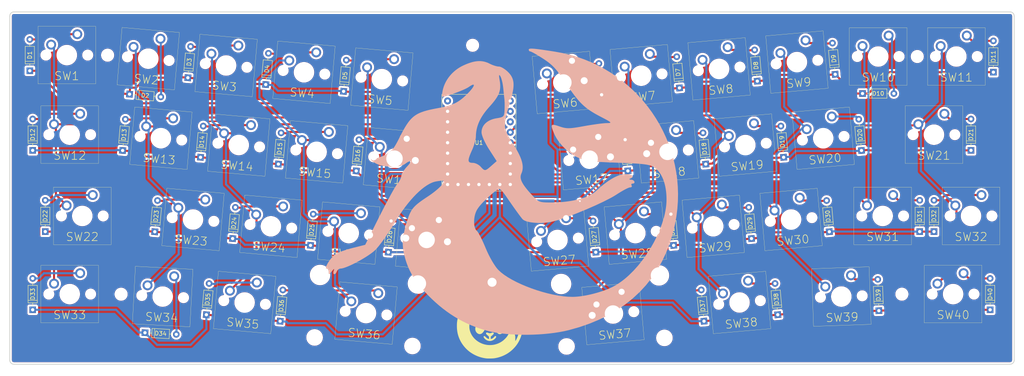
<source format=kicad_pcb>
(kicad_pcb (version 20211014) (generator pcbnew)
  (layers (0 "F.Cu" signal) (31 "B.Cu" signal) (34 "B.Paste" user) (35 "F.Paste" user) (36 "B.SilkS" user "B.Silkscreen") (37 "F.SilkS" user "F.Silkscreen") (38 "B.Mask" user) (39 "F.Mask" user) (44 "Edge.Cuts" user))
  (net 0 "")
  (net 1 "l3")
  (net 2 "Net-(D1-Pad2)")
  (net 3 "Net-(D2-Pad2)")
  (net 4 "Net-(D3-Pad2)")
  (net 5 "Net-(D4-Pad2)")
  (net 6 "Net-(D5-Pad2)")
  (net 7 "Net-(D6-Pad2)")
  (net 8 "Net-(D7-Pad2)")
  (net 9 "Net-(D8-Pad2)")
  (net 10 "Net-(D9-Pad2)")
  (net 11 "Net-(D10-Pad2)")
  (net 12 "Net-(D11-Pad2)")
  (net 13 "l2")
  (net 14 "Net-(D12-Pad2)")
  (net 15 "Net-(D13-Pad2)")
  (net 16 "Net-(D14-Pad2)")
  (net 17 "Net-(D15-Pad2)")
  (net 18 "Net-(D16-Pad2)")
  (net 19 "Net-(D17-Pad2)")
  (net 20 "Net-(D18-Pad2)")
  (net 21 "Net-(D19-Pad2)")
  (net 22 "Net-(D20-Pad2)")
  (net 23 "Net-(D21-Pad2)")
  (net 24 "l1")
  (net 25 "Net-(D22-Pad2)")
  (net 26 "Net-(D23-Pad2)")
  (net 27 "Net-(D24-Pad2)")
  (net 28 "Net-(D25-Pad2)")
  (net 29 "Net-(D26-Pad2)")
  (net 30 "Net-(D27-Pad2)")
  (net 31 "Net-(D28-Pad2)")
  (net 32 "Net-(D29-Pad2)")
  (net 33 "Net-(D30-Pad2)")
  (net 34 "Net-(D31-Pad2)")
  (net 35 "Net-(D32-Pad2)")
  (net 36 "l0")
  (net 37 "Net-(D33-Pad2)")
  (net 38 "Net-(D34-Pad2)")
  (net 39 "Net-(D35-Pad2)")
  (net 40 "Net-(D36-Pad2)")
  (net 41 "Net-(D37-Pad2)")
  (net 42 "Net-(D38-Pad2)")
  (net 43 "Net-(D39-Pad2)")
  (net 44 "Net-(D40-Pad2)")
  (net 45 "c1")
  (net 46 "c2")
  (net 47 "c3")
  (net 48 "c4")
  (net 49 "c5")
  (net 50 "c6")
  (net 51 "c7")
  (net 52 "c8")
  (net 53 "c9")
  (net 54 "c10")
  (net 55 "c11")
  (footprint "keyb-libs:Diode" (layer "F.Cu") (at 234.9538 90.8591 95)
    (fp_text reference "D20")
    (fp_text value "Diode" hide)
  )
  (footprint "MountingHole:MountingHole_2.2mm_M2" (layer "F.Cu") (at 51.7002 67.6936)
    (fp_text reference "H5" hide)
    (fp_text value "MountingHole" hide)
  )
  (footprint "keyb-libs:MX-5pin" (layer "F.Cu") (at 42.4872 87.0172)
    (fp_text reference "SW12")
    (fp_text value "key" hide)
  )
  (footprint "keyb-libs:Diode" (layer "F.Cu") (at 214.6061 130.7845 95)
    (fp_text reference "D38")
    (fp_text value "Diode" hide)
  )
  (footprint "keyb-libs:Diode" (layer "F.Cu") (at 189.2905 113.9267 95)
    (fp_text reference "D28")
    (fp_text value "Diode" hide)
  )
  (footprint "keyb-libs:MX-5pin" (layer "F.Cu") (at 91.3896 109.293 -5)
    (fp_text reference "SW24")
    (fp_text value "key" hide)
  )
  (footprint "keyb-libs:Diode" (layer "F.Cu") (at 178.1707 95.827 95)
    (fp_text reference "D17")
    (fp_text value "Diode" hide)
  )
  (footprint "keyb-libs:MX-5pin" (layer "F.Cu") (at 261.58 106.7729)
    (fp_text reference "SW32")
    (fp_text value "key" hide)
  )
  (footprint "keyb-libs:RP2040" (layer "F.Cu") (at 141.9611 88.9691)
    (fp_text reference "U1")
    (fp_text value "RP2040")
  )
  (footprint "keyb-libs:MX-5pin" (layer "F.Cu") (at 205.3083 127.8067 5)
    (fp_text reference "SW38")
    (fp_text value "key" hide)
  )
  (footprint "keyb-libs:Diode" (layer "F.Cu") (at 33.4872 129.5829 90)
    (fp_text reference "D33")
    (fp_text value "Diode" hide)
  )
  (footprint "keyb-libs:Diode" (layer "F.Cu") (at 32.7862 71.4855 90)
    (fp_text reference "D1")
    (fp_text value "Diode" hide)
  )
  (footprint "keyb-libs:Diode" (layer "F.Cu") (at 63.1641 110.6148 85)
    (fp_text reference "D23")
    (fp_text value "Diode" hide)
  )
  (footprint "keyb-libs:MX-5pin" (layer "F.Cu") (at 252.5728 87.0172)
    (fp_text reference "SW21")
    (fp_text value "key" hide)
  )
  (footprint "keyb-libs:MX-5pin" (layer "F.Cu") (at 118.3611 73.5076 -5)
    (fp_text reference "SW5")
    (fp_text value "key" hide)
  )
  (footprint "keyb-libs:Diode" (layer "F.Cu") (at 239.1806 129.8044 92)
    (fp_text reference "D39")
    (fp_text value "Diode" hide)
  )
  (footprint "keyb-libs:Diode" (layer "F.Cu") (at 235.2074 77.0172)
    (fp_text reference "D10")
    (fp_text value "Diode" hide)
  )
  (footprint "keyb-libs:MX-5pin" (layer "F.Cu") (at 198.9204 109.293 5)
    (fp_text reference "SW29")
    (fp_text value "key" hide)
  )
  (footprint "keyb-libs:Diode" (layer "F.Cu") (at 57.0315 77.1734 -5)
    (fp_text reference "D2")
    (fp_text value "Diode" hide)
  )
  (footprint "keyb-libs:Diode" (layer "F.Cu") (at 109.0633 76.4853 85)
    (fp_text reference "D5")
    (fp_text value "Diode" hide)
  )
  (footprint "MountingHole:MountingHole_2.2mm_M2" (layer "F.Cu") (at 248.5174 68.0172)
    (fp_text reference "H2" hide)
    (fp_text value "MountingHole" hide)
  )
  (footprint "keyb-libs:Diode" (layer "F.Cu") (at 249.11 110.5829 90)
    (fp_text reference "D31")
    (fp_text value "Diode" hide)
  )
  (footprint "keyb-libs:MX-5pin" (layer "F.Cu") (at 240.11 106.7729)
    (fp_text reference "SW31")
    (fp_text value "key" hide)
  )
  (footprint "keyb-libs:MX-5pin" (layer "F.Cu") (at 41.7862 67.6755)
    (fp_text reference "SW1")
    (fp_text value "key" hide)
  )
  (footprint "keyb-libs:MX-5pin" (layer "F.Cu") (at 219.2681 69.3677 5)
    (fp_text reference "SW9")
    (fp_text value "key" hide)
  )
  (footprint "keyb-libs:Diode" (layer "F.Cu") (at 228.5659 72.3454 95)
    (fp_text reference "D9")
    (fp_text value "Diode" hide)
  )
  (footprint "keyb-libs:MX-5pin" (layer "F.Cu") (at 187.8006 91.1933 5)
    (fp_text reference "SW18")
    (fp_text value "key" hide)
  )
  (footprint "keyb-libs:Diode" (layer "F.Cu") (at 196.6746 132.3533 95)
    (fp_text reference "D37")
    (fp_text value "Diode" hide)
  )
  (footprint "keyb-libs:Diode" (layer "F.Cu") (at 75.7039 130.7845 85)
    (fp_text reference "D35")
    (fp_text value "Diode" hide)
  )
  (footprint "keyb-libs:MX-5pin" (layer "F.Cu") (at 64.654 87.8814 -5)
    (fp_text reference "SW13")
    (fp_text value "key" hide)
  )
  (footprint "keyb-libs:MX-5pin" (layer "F.Cu") (at 110.3173 110.949 -5)
    (fp_text reference "SW25")
    (fp_text value "key" hide)
  )
  (footprint "keyb-libs:Diode" (layer "F.Cu") (at 93.6354 132.3533 85)
    (fp_text reference "D36")
    (fp_text value "Diode" hide)
  )
  (footprint "keyb-libs:MX-5pin" (layer "F.Cu") (at 65.0812 126.3734 -3)
    (fp_text reference "SW34")
    (fp_text value "key" hide)
  )
  (footprint "keyb-libs:MX-5pin" (layer "F.Cu") (at 42.4872 125.7729)
    (fp_text reference "SW33")
    (fp_text value "key" hide)
  )
  (footprint "keyb-libs:Diode" (layer "F.Cu") (at 252.58 110.5829 90)
    (fp_text reference "D32")
    (fp_text value "Diode" hide)
  )
  (footprint "keyb-libs:MX-5pin" (layer "F.Cu") (at 80.5057 70.1956 -5)
    (fp_text reference "SW3")
    (fp_text value "key" hide)
  )
  (footprint "keyb-libs:Diode" (layer "F.Cu") (at 60.7803 135.1592 -3)
    (fp_text reference "D34")
    (fp_text value "Diode" hide)
  )
  (footprint "keyb-libs:Diode" (layer "F.Cu") (at 267.0174 71.8272 90)
    (fp_text reference "D11")
    (fp_text value "Diode" hide)
  )
  (footprint "keyb-libs:MX-5pin" (layer "F.Cu") (at 161.065 112.6049 5)
    (fp_text reference "SW27")
    (fp_text value "key" hide)
  )
  (footprint "MountingHole:MountingHole_2.2mm_M2" (layer "F.Cu") (at 54.9795 125.8006)
    (fp_text reference "H6" hide)
    (fp_text value "MountingHole" hide)
  )
  (footprint "keyb-libs:MX-5pin" (layer "F.Cu") (at 206.7283 89.5373 5)
    (fp_text reference "SW19")
    (fp_text value "key" hide)
  )
  (footprint "keyb-libs:Diode" (layer "F.Cu") (at 93.2116 94.171 85)
    (fp_text reference "D15")
    (fp_text value "Diode" hide)
  )
  (footprint "keyb-libs:Diode" (layer "F.Cu") (at 209.6383 74.0014 95)
    (fp_text reference "D8")
    (fp_text value "Diode" hide)
  )
  (footprint "keyb-libs:MX-5pin" (layer "F.Cu") (at 83.5817 89.5373 -5)
    (fp_text reference "SW14")
    (fp_text value "key" hide)
  )
  (footprint "keyb-libs:MX-5pin" (layer "F.Cu") (at 72.4619 107.637 -5)
    (fp_text reference "SW23")
    (fp_text value "key" hide)
  )
  (footprint "keyb-libs:Diode" (layer "F.Cu") (at 216.0261 92.5151 95)
    (fp_text reference "D19")
    (fp_text value "Diode" hide)
  )
  (footprint "keyb-libs:MX-5pin" (layer "F.Cu") (at 121.4371 92.8492 -5)
    (fp_text reference "SW16")
    (fp_text value "key" hide)
  )
  (footprint "keyb-libs:Diode" (layer "F.Cu") (at 227.1459 110.6148 95)
    (fp_text reference "D30")
    (fp_text value "Diode" hide)
  )
  (footprint "keyb-libs:Diode" (layer "F.Cu") (at 74.2839 92.5151 85)
    (fp_text reference "D14")
    (fp_text value "Diode" hide)
  )
  (footprint "keyb-libs:MX-5pin" (layer "F.Cu") (at 168.8729 92.8492 5)
    (fp_text reference "SW17")
    (fp_text value "key" hide)
  )
  (footprint "keyb-libs:MX-5pin" (layer "F.Cu") (at 200.3404 71.0236 5)
    (fp_text reference "SW8")
    (fp_text value "key" hide)
  )
  (footprint "keyb-libs:Diode" (layer "F.Cu") (at 33.4872 90.8272 90)
    (fp_text reference "D12")
    (fp_text value "Diode" hide)
  )
  (footprint "keyb-libs:MX-5pin" (layer "F.Cu") (at 129.245 112.6049 -5)
    (fp_text reference "SW26")
    (fp_text value "key" hide)
  )
  (footprint "keyb-libs:MX-5pin" (layer "F.Cu") (at 179.9927 110.949 5)
    (fp_text reference "SW28")
    (fp_text value "key" hide)
  )
  (footprint "keyb-libs:Diode" (layer "F.Cu") (at 170.3628 115.5827 95)
    (fp_text reference "D27")
    (fp_text value "Diode" hide)
  )
  (footprint "keyb-libs:Diode" (layer "F.Cu") (at 90.1356 74.8294 85)
    (fp_text reference "D4")
    (fp_text value "Diode" hide)
  )
  (footprint "keyb-libs:MX-5pin" (layer "F.Cu") (at 225.656 87.8814 5)
    (fp_text reference "SW20")
    (fp_text value "key" hide)
  )
  (footprint "MountingHole:MountingHole_2.2mm_M2" (layer "F.Cu") (at 140.4231 65.2857)
    (fp_text reference "H3" hide)
    (fp_text value "MountingHole" hide)
  )
  (footprint "keyb-libs:Diode" (layer "F.Cu") (at 261.5728 90.8272 90)
    (fp_text reference "D21")
    (fp_text value "Diode" hide)
  )
  (footprint "keyb-libs:MX-5pin" (layer "F.Cu") (at 61.578 68.5397 -5)
    (fp_text reference "SW2")
    (fp_text value "key" hide)
  )
  (footprint "keyb-libs:Diode" (layer "F.Cu") (at 208.2182 112.2708 95)
    (fp_text reference "D29")
    (fp_text value "Diode" hide)
  )
  (footprint "keyb-libs:Diode" (layer "F.Cu") (at 71.2079 73.1734 85)
    (fp_text reference "D3")
    (fp_text value "Diode" hide)
  )
  (footprint "MountingHole:MountingHole_2.2mm_M2" (layer "F.Cu") (at 244.7757 125.7882)
    (fp_text reference "H4" hide)
    (fp_text value "MountingHole" hide)
  )
  (footprint "keyb-libs:MX-5pin" (layer "F.Cu") (at 239.0174 68.0172)
    (fp_text reference "SW10")
    (fp_text value "key" hide)
  )
  (footprint "keyb-libs:MX-5pin" (layer "F.Cu") (at 217.8481 107.637 5)
    (fp_text reference "SW30")
    (fp_text value "key" hide)
  )
  (footprint "keyb-libs:MX-5pin" (layer "F.Cu") (at 45.545 106.7729)
    (fp_text reference "SW22")
    (fp_text value "key" hide)
  )
  (footprint "keyb-libs:MX-5pin" (layer "F.Cu") (at 258.0174 68.0172)
    (fp_text reference "SW11")
    (fp_text value "key" hide)
  )
  (footprint "keyb-libs:MX-5pin_stab" (layer "F.Cu") (at 114.514 130.3887 -5)
    (fp_text reference "SW36")
    (fp_text value "key" hide)
  )
  (footprint "keyb-libs:Diode" (layer "F.Cu") (at 197.0984 94.171 95)
    (fp_text reference "D18")
    (fp_text value "Diode" hide)
  )
  (footprint "keyb-libs:MX-5pin" (layer "F.Cu") (at 102.5094 91.1933 -5)
    (fp_text reference "SW15")
    (fp_text value "key" hide)
  )
  (footprint "keyb-libs:MX-5pin" (layer "F.Cu") (at 162.485 74.3355 5)
    (fp_text reference "SW6")
    (fp_text value "key" hide)
  )
  (footprint "keyb-libs:Diode" (layer "F.Cu") (at 266.2278 129.5829 90)
    (fp_text reference "D40")
    (fp_text value "Diode" hide)
  )
  (footprint "keyb-libs:MX-5pin" (layer "F.Cu") (at 85.0017 127.8067 -5)
    (fp_text reference "SW35")
    (fp_text value "key" hide)
  )
  (footprint "keyb-libs:MX-5pin" (layer "F.Cu") (at 181.4127 72.6796 5)
    (fp_text reference "SW7")
    (fp_text value "key" hide)
  )
  (footprint "keyb-libs:Diode" (layer "F.Cu") (at 190.7106 75.6573 95)
    (fp_text reference "D7")
    (fp_text value "Diode" hide)
  )
  (footprint "keyb-libs:MX-5pin_stab" (layer "F.Cu") (at 174.5508 130.4976 5)
    (fp_text reference "SW37")
    (fp_text value "key" hide)
  )
  (footprint "keyb-libs:Diode" (layer "F.Cu") (at 36.545 110.5829 90)
    (fp_text reference "D22")
    (fp_text value "Diode" hide)
  )
  (footprint "keyb-libs:Diode" (layer "F.Cu") (at 55.3562 90.8591 85)
    (fp_text reference "D13")
    (fp_text value "Diode" hide)
  )
  (footprint "MountingHole:MountingHole_2.2mm_M2" (layer "F.Cu") (at 145.155 122.8968)
    (fp_text reference "H1" hide)
    (fp_text value "MountingHole" hide)
  )
  (footprint "keyb-libs:Diode" (layer "F.Cu") (at 82.0918 112.2708 85)
    (fp_text reference "D24")
    (fp_text value "Diode" hide)
  )
  (footprint "keyb-libs:Diode" (layer "F.Cu") (at 101.0195 113.9267 85)
    (fp_text reference "D25")
    (fp_text value "Diode" hide)
  )
  (footprint "keyb-libs:MX-5pin" (layer "F.Cu") (at 257.2278 125.7729)
    (fp_text reference "SW40")
    (fp_text value "key" hide)
  )
  (footprint "keyb-libs:Diode" (layer "F.Cu") (at 171.7829 77.3133 95)
    (fp_text reference "D6")
    (fp_text value "Diode" hide)
  )
  (footprint "keyb-libs:MX-5pin" (layer "F.Cu") (at 99.4334 71.8516 -5)
    (fp_text reference "SW4")
    (fp_text value "key" hide)
  )
  (footprint "keyb-libs:Diode" (layer "F.Cu") (at 112.1393 95.827 85)
    (fp_text reference "D16")
    (fp_text value "Diode" hide)
  )
  (footprint "keyb-libs:MX-5pin" (layer "F.Cu") (at 230.0546 126.3651 2)
    (fp_text reference "SW39")
    (fp_text value "key" hide)
  )
  (footprint "keyb-libs:Diode" (layer "F.Cu") (at 119.9472 115.5827 85)
    (fp_text reference "D26")
    (fp_text value "Diode" hide)
  )
  (gr_poly (pts (xy 154.793062 66.097683) (xy 154.928804 66.101586) (xy 155.079075 66.109127) (xy 155.244493 66.120353) (xy 155.425674 66.135311) (xy 155.623236 66.154046) (xy 156.069974 66.203039) (xy 156.589645 66.267704) (xy 157.187188 66.348415) (xy 157.867542 66.445544) (xy 158.635645 66.559466) (xy 159.496438 66.690552) (xy 160.454859 66.839177) (xy 162.300397 67.176916) (xy 164.105555 67.605837) (xy 165.868346 68.123089) (xy 167.586786 68.725822) (xy 169.258888 69.411185) (xy 170.882668 70.176327) (xy 172.456139 71.018398) (xy 173.977316 71.934545) (xy 175.444213 72.92192) (xy 176.854845 73.977671) (xy 178.207225 75.098947) (xy 179.49937 76.282897) (xy 180.729292 77.526672) (xy 181.895006 78.827419) (xy 182.994527 80.182288) (xy 184.02587 81.588429) (xy 184.987047 83.042991) (xy 185.876075 84.543122) (xy 186.690967 86.085973) (xy 187.429737 87.668692) (xy 188.090401 89.288428) (xy 188.670972 90.942331) (xy 189.169464 92.627551) (xy 189.583894 94.341236) (xy 189.912273 96.080535) (xy 190.152618 97.842598) (xy 190.302943 99.624574) (xy 190.361261 101.423613) (xy 190.325587 103.236862) (xy 190.193936 105.061473) (xy 189.964323 106.894593) (xy 189.63476 108.733373) (xy 189.046673 111.182643) (xy 188.316825 113.525312) (xy 187.446295 115.760299) (xy 186.436163 117.886529) (xy 185.287506 119.902921) (xy 184.001405 121.808399) (xy 182.578938 123.601884) (xy 181.021185 125.282297) (xy 179.329225 126.848562) (xy 177.504136 128.299598) (xy 175.546998 129.634329) (xy 173.45889 130.851676) (xy 171.240891 131.950561) (xy 168.89408 132.929906) (xy 166.419536 133.788633) (xy 163.818339 134.525663) (xy 162.721238 134.778796) (xy 161.557136 135.000306) (xy 160.336592 135.190087) (xy 159.070168 135.348033) (xy 157.768426 135.474039) (xy 156.441925 135.568) (xy 155.101227 135.62981) (xy 153.756892 135.659364) (xy 152.419483 135.656557) (xy 151.09956 135.621283) (xy 149.807683 135.553437) (xy 148.554414 135.452913) (xy 147.350314 135.319607) (xy 146.205943 135.153412) (xy 145.131864 134.954224) (xy 144.138636 134.721937) (xy 144.138634 134.721939) (xy 144.138633 134.721942) (xy 144.138631 134.721945) (xy 144.138629 134.721948) (xy 144.138627 134.72195) (xy 144.138625 134.721953) (xy 144.138623 134.721955) (xy 144.138621 134.721958) (xy 144.138619 134.72196) (xy 144.138616 134.721961) (xy 144.138614 134.721963) (xy 144.138612 134.721964) (xy 144.13861 134.721966) (xy 144.138609 134.721966) (xy 144.138608 134.721967) (xy 144.138607 134.721967) (xy 144.138606 134.721967) (xy 144.138605 134.721967) (xy 143.046957 134.415215) (xy 141.977656 134.072957) (xy 140.929692 133.694565) (xy 139.902057 133.279415) (xy 138.893742 132.826881) (xy 137.903738 132.336337) (xy 136.931037 131.807158) (xy 135.97463 131.238718) (xy 135.033507 130.630392) (xy 134.10666 129.981553) (xy 133.193081 129.291577) (xy 132.29176 128.559838) (xy 131.401688 127.785709) (xy 130.521858 126.968566) (xy 129.651259 126.107783) (xy 128.788883 125.202733) (xy 128.278125 124.637526) (xy 127.797248 124.077103) (xy 127.345402 123.519894) (xy 126.921737 122.964328) (xy 126.525402 122.408833) (xy 126.155545 121.851838) (xy 125.811317 121.291772) (xy 125.491865 120.727064) (xy 125.196341 120.156144) (xy 124.923892 119.577439) (xy 124.673668 118.98938) (xy 124.444819 118.390393) (xy 124.236492 117.77891) (xy 124.047839 117.153358) (xy 123.878007 116.512167) (xy 123.726147 115.853765) (xy 123.635304 115.397381) (xy 123.561684 114.952154) (xy 123.505661 114.514465) (xy 123.467606 114.080695) (xy 123.447892 113.647228) (xy 123.44689 113.210443) (xy 123.464974 112.766723) (xy 123.502515 112.31245) (xy 123.559885 111.844004) (xy 123.637458 111.357769) (xy 123.735604 110.850125) (xy 123.854697 110.317454) (xy 123.995109 109.756137) (xy 124.157211 109.162557) (xy 124.341377 108.533095) (xy 124.547978 107.864133) (xy 124.712791 107.357711) (xy 124.875131 106.896072) (xy 125.039741 106.473688) (xy 125.211361 106.085029) (xy 125.394733 105.724567) (xy 125.5946 105.386772) (xy 125.815701 105.066117) (xy 126.062781 104.757072) (xy 126.340579 104.454108) (xy 126.653838 104.151697) (xy 127.007299 103.844309) (xy 127.405704 103.526415) (xy 127.853795 103.192488) (xy 128.356313 102.836998) (xy 128.918 102.454415) (xy 129.543598 102.039213) (xy 129.994002 101.735955) (xy 130.426602 101.430659) (xy 130.839113 101.125625) (xy 131.229247 100.823149) (xy 131.594719 100.525531) (xy 131.933243 100.235068) (xy 132.242533 99.954059) (xy 132.520301 99.684802) (xy 132.764263 99.429596) (xy 132.972131 99.190738) (xy 133.14162 98.970527) (xy 133.270443 98.771261) (xy 133.356314 98.595238) (xy 133.382429 98.516661) (xy 133.396948 98.444757) (xy 133.399586 98.379812) (xy 133.390057 98.322115) (xy 133.368075 98.271952) (xy 133.333355 98.229612) (xy 133.323673 98.222998) (xy 133.309825 98.217234) (xy 133.270098 98.208214) (xy 133.215097 98.202471) (xy 133.145748 98.199923) (xy 133.062973 98.200488) (xy 132.967696 98.204087) (xy 132.860843 98.210638) (xy 132.743336 98.220059) (xy 132.6161 98.232269) (xy 132.480059 98.247188) (xy 132.185256 98.284826) (xy 131.86632 98.332322) (xy 131.530644 98.389028) (xy 131.265413 98.445852) (xy 130.993776 98.52254) (xy 130.716053 98.618772) (xy 130.432564 98.734228) (xy 130.143627 98.86859) (xy 129.849562 99.021536) (xy 129.247327 99.381908) (xy 128.628414 99.812785) (xy 127.995377 100.311612) (xy 127.350773 100.875832) (xy 126.697158 101.502888) (xy 126.037086 102.190223) (xy 125.373113 102.93528) (xy 124.707794 103.735503) (xy 124.043686 104.588335) (xy 123.383343 105.491219) (xy 122.729321 106.441598) (xy 122.084176 107.436915) (xy 121.450463 108.474614) (xy 120.829416 109.494042) (xy 120.176657 110.514118) (xy 119.511721 111.507581) (xy 118.85414 112.447167) (xy 118.223447 113.305614) (xy 117.639176 114.055659) (xy 117.12086 114.670041) (xy 116.892539 114.917838) (xy 116.688031 115.121496) (xy 116.317441 115.445823) (xy 115.876462 115.790598) (xy 115.37583 116.150113) (xy 114.826285 116.518658) (xy 114.238563 116.890525) (xy 113.623402 117.260006) (xy 112.99154 117.621391) (xy 112.353715 117.968973) (xy 111.720663 118.297041) (xy 111.103122 118.599889) (xy 110.511831 118.871807) (xy 109.957526 119.107086) (xy 109.450946 119.300019) (xy 109.002827 119.444896) (xy 108.623908 119.536008) (xy 108.324926 119.567647) (xy 108.291808 119.568548) (xy 108.258425 119.571219) (xy 108.224837 119.575617) (xy 108.1911 119.581698) (xy 108.157273 119.589418) (xy 108.123413 119.598732) (xy 108.055829 119.621969) (xy 107.988809 119.651054) (xy 107.922819 119.685635) (xy 107.85832 119.725359) (xy 107.795776 119.769874) (xy 107.73565 119.818826) (xy 107.678406 119.871862) (xy 107.624506 119.92863) (xy 107.574415 119.988776) (xy 107.528594 120.051947) (xy 107.487508 120.117791) (xy 107.45162 120.185955) (xy 107.43577 120.220797) (xy 107.421392 120.256086) (xy 107.385413 120.343981) (xy 107.347534 120.425584) (xy 107.30802 120.500932) (xy 107.267138 120.570066) (xy 107.225151 120.633024) (xy 107.182325 120.689846) (xy 107.138926 120.74057) (xy 107.095218 120.785236) (xy 107.051466 120.823883) (xy 107.007937 120.85655) (xy 106.964894 120.883276) (xy 106.922604 120.9041) (xy 106.881331 120.919061) (xy 106.84134 120.928199) (xy 106.802897 120.931552) (xy 106.766267 120.929159) (xy 106.731715 120.921061) (xy 106.699507 120.907295) (xy 106.669906 120.887901) (xy 106.643179 120.862919) (xy 106.619591 120.832386) (xy 106.599407 120.796343) (xy 106.582892 120.754828) (xy 106.570311 120.70788) (xy 106.56193 120.655539) (xy 106.558013 120.597844) (xy 106.558826 120.534834) (xy 106.564633 120.466547) (xy 106.575702 120.393024) (xy 106.592295 120.314303) (xy 106.614679 120.230423) (xy 106.643118 120.141424) (xy 106.68158 120.027018) (xy 106.712458 119.928481) (xy 106.735459 119.845884) (xy 106.750291 119.779302) (xy 106.754551 119.752039) (xy 106.75666 119.728806) (xy 106.756579 119.709615) (xy 106.754272 119.694472) (xy 106.749704 119.683388) (xy 106.742836 119.676371) (xy 106.733633 119.673432) (xy 106.722058 119.674578) (xy 106.708074 119.679819) (xy 106.691645 119.689165) (xy 106.672734 119.702624) (xy 106.651304 119.720206) (xy 106.600741 119.767774) (xy 106.539664 119.831943) (xy 106.46778 119.912785) (xy 106.384795 120.010374) (xy 106.290416 120.124783) (xy 106.184351 120.256086) (xy 106.067536 120.400712) (xy 105.963562 120.526473) (xy 105.871676 120.633484) (xy 105.791124 120.72186) (xy 105.721152 120.791716) (xy 105.689898 120.819735) (xy 105.661006 120.843167) (xy 105.634383 120.862026) (xy 105.609933 120.876328) (xy 105.587563 120.886086) (xy 105.567179 120.891315) (xy 105.548686 120.892029) (xy 105.531989 120.888242) (xy 105.516996 120.87997) (xy 105.503611 120.867226) (xy 105.491741 120.850025) (xy 105.48129 120.82838) (xy 105.472165 120.802308) (xy 105.464272 120.771821) (xy 105.457517 120.736935) (xy 105.451804 120.697663) (xy 105.443132 120.606021) (xy 105.437502 120.497011) (xy 105.43416 120.370748) (xy 105.430047 120.28893) (xy 105.421138 120.209405) (xy 105.407687 120.132587) (xy 105.389946 120.058886) (xy 105.36817 119.988715) (xy 105.34261 119.922485) (xy 105.313521 119.860608) (xy 105.281155 119.803496) (xy 105.245766 119.75156) (xy 105.207606 119.705214) (xy 105.166929 119.664868) (xy 105.145726 119.647073) (xy 105.123988 119.630934) (xy 105.101748 119.6165) (xy 105.079036 119.603823) (xy 105.055885 119.592956) (xy 105.032326 119.583949) (xy 105.008391 119.576854) (xy 104.984111 119.571723) (xy 104.959519 119.568606) (xy 104.934645 119.567556) (xy 104.875325 119.559658) (xy 104.829596 119.536535) (xy 104.796926 119.499048) (xy 104.776781 119.448053) (xy 104.768631 119.384409) (xy 104.77194 119.308976) (xy 104.786178 119.22261) (xy 104.81081 119.126172) (xy 104.845304 119.020519) (xy 104.889128 118.906509) (xy 105.002632 118.656856) (xy 105.14706 118.38408) (xy 105.31815 118.095048) (xy 105.511639 117.796629) (xy 105.723266 117.495691) (xy 105.948767 117.199101) (xy 106.183881 116.913727) (xy 106.424346 116.646437) (xy 106.665899 116.404098) (xy 106.785752 116.294432) (xy 106.904279 116.19358) (xy 107.020946 116.102399) (xy 107.135221 116.021749) (xy 107.255823 115.948114) (xy 107.404363 115.86864) (xy 107.578739 115.784075) (xy 107.776845 115.695167) (xy 108.235835 115.507316) (xy 108.7645 115.311076) (xy 109.346006 115.112434) (xy 109.963521 114.917376) (xy 110.600211 114.73189) (xy 111.239244 114.561963) (xy 114.316068 113.785474) (xy 117.785585 106.856275) (xy 119.202141 104.089091) (xy 120.494339 101.676977) (xy 121.049207 100.68509) (xy 121.519469 99.879193) (xy 121.887286 99.291693) (xy 122.134819 98.954999) (xy 122.224781 98.851241) (xy 122.312904 98.741109) (xy 122.398703 98.625568) (xy 122.481694 98.505585) (xy 122.561389 98.382126) (xy 122.637305 98.256155) (xy 122.708954 98.12864) (xy 122.775853 98.000547) (xy 122.837515 97.87284) (xy 122.893454 97.746487) (xy 122.943186 97.622453) (xy 122.986225 97.501704) (xy 123.022085 97.385206) (xy 123.050281 97.273924) (xy 123.070327 97.168826) (xy 123.081738 97.070876) (xy 123.095421 96.970828) (xy 123.122141 96.859578) (xy 123.161188 96.738298) (xy 123.211852 96.608162) (xy 123.273421 96.470343) (xy 123.345185 96.326014) (xy 123.426434 96.176347) (xy 123.516458 96.022517) (xy 123.614546 95.865697) (xy 123.719988 95.707058) (xy 123.832073 95.547775) (xy 123.950091 95.38902) (xy 124.073331 95.231966) (xy 124.201083 95.077787) (xy 124.332637 94.927656) (xy 124.467282 94.782745) (xy 124.70568 94.526156) (xy 124.906271 94.294414) (xy 125.069572 94.088325) (xy 125.196101 93.908692) (xy 125.245737 93.829049) (xy 125.286375 93.756322) (xy 125.318078 93.690612) (xy 125.340912 93.632018) (xy 125.35494 93.580643) (xy 125.360229 93.536586) (xy 125.356841 93.499948) (xy 125.344843 93.47083) (xy 125.324299 93.449332) (xy 125.295273 93.435556) (xy 125.25783 93.4296) (xy 125.212035 93.431567) (xy 125.157952 93.441556) (xy 125.095647 93.459669) (xy 125.025184 93.486006) (xy 124.946627 93.520667) (xy 124.860041 93.563753) (xy 124.765491 93.615365) (xy 124.552758 93.744568) (xy 124.308945 93.909082) (xy 124.034569 94.10971) (xy 123.89962 94.201899) (xy 123.748224 94.287308) (xy 123.58141 94.36597) (xy 123.400207 94.437919) (xy 122.998754 94.561817) (xy 122.5521 94.659273) (xy 122.06848 94.730562) (xy 121.556129 94.775954) (xy 121.023281 94.795724) (xy 120.478173 94.790143) (xy 119.92904 94.759485) (xy 119.384116 94.704023) (xy 118.851637 94.624028) (xy 118.339837 94.519775) (xy 117.856953 94.391535) (xy 117.411218 94.239581) (xy 117.010869 94.064186) (xy 116.830287 93.967783) (xy 116.66414 93.865623) (xy 116.468051 93.734348) (xy 116.295423 93.615556) (xy 116.145957 93.508687) (xy 116.019355 93.413184) (xy 115.915319 93.328491) (xy 115.833551 93.254048) (xy 115.800924 93.220496) (xy 115.773753 93.189298) (xy 115.765019 93.177689) (xy 139.452508 93.177689) (xy 139.452946 93.268092) (xy 139.460666 93.350866) (xy 139.475682 93.426289) (xy 139.498006 93.494639) (xy 139.527651 93.556194) (xy 139.564631 93.611229) (xy 139.608959 93.660024) (xy 139.660647 93.702854) (xy 139.719709 93.739999) (xy 139.786158 93.771734) (xy 139.860007 93.798338) (xy 140.029957 93.837262) (xy 140.229663 93.858988) (xy 140.459231 93.865737) (xy 140.573179 93.8705) (xy 140.692388 93.884473) (xy 140.81588 93.907186) (xy 140.942678 93.938169) (xy 141.071803 93.976951) (xy 141.202279 94.023061) (xy 141.333127 94.076029) (xy 141.463371 94.135383) (xy 141.592031 94.200654) (xy 141.718131 94.27137) (xy 141.840693 94.347061) (xy 141.958739 94.427257) (xy 142.071292 94.511486) (xy 142.177373 94.599278) (xy 142.276006 94.690162) (xy 142.366213 94.783668) (xy 142.549185 94.98427) (xy 142.712991 95.157682) (xy 142.788831 95.234095) (xy 142.861227 95.303597) (xy 142.930631 95.366148) (xy 142.997491 95.42171) (xy 143.062256 95.470245) (xy 143.125378 95.511716) (xy 143.187304 95.546083) (xy 143.248486 95.573309) (xy 143.309371 95.593356) (xy 143.37041 95.606184) (xy 143.432053 95.611757) (xy 143.494749 95.610036) (xy 143.558948 95.600983) (xy 143.625099 95.584559) (xy 143.693652 95.560727) (xy 143.765056 95.529448) (xy 143.839761 95.490684) (xy 143.918217 95.444397) (xy 144.000873 95.390548) (xy 144.088178 95.3291) (xy 144.180584 95.260015) (xy 144.278538 95.183254) (xy 144.492891 95.006551) (xy 144.734835 94.798687) (xy 145.007967 94.559356) (xy 145.00783 94.559371) (xy 146.272692 93.446151) (xy 144.434122 90.601547) (xy 144.240764 90.295893) (xy 144.054221 89.988182) (xy 143.704706 89.373634) (xy 143.391825 88.772005) (xy 143.121825 88.197396) (xy 143.004856 87.92463) (xy 142.90095 87.663906) (xy 142.810888 87.416989) (xy 142.735449 87.185639) (xy 142.675416 86.971619) (xy 142.631568 86.776693) (xy 142.604687 86.602623) (xy 142.595553 86.451171) (xy 142.599679 86.289074) (xy 142.611986 86.129544) (xy 142.632368 85.972682) (xy 142.660721 85.818585) (xy 142.696937 85.667353) (xy 142.740911 85.519085) (xy 142.792538 85.373878) (xy 142.851711 85.231833) (xy 142.918326 85.093047) (xy 142.992275 84.95762) (xy 143.073453 84.82565) (xy 143.161755 84.697236) (xy 143.257074 84.572477) (xy 143.359306 84.451472) (xy 143.468343 84.33432) (xy 143.584081 84.221118) (xy 143.706413 84.111967) (xy 143.835234 84.006965) (xy 143.970439 83.906211) (xy 144.11192 83.809803) (xy 144.259573 83.71784) (xy 144.413291 83.630422) (xy 144.572969 83.547646) (xy 144.738501 83.469613) (xy 144.909782 83.396419) (xy 145.086705 83.328165) (xy 145.269165 83.26495) (xy 145.457056 83.206871) (xy 145.650272 83.154028) (xy 145.848707 83.106519) (xy 146.052256 83.064443) (xy 146.260813 83.0279) (xy 146.567724 82.977377) (xy 146.838863 82.928353) (xy 147.076562 82.878455) (xy 147.283154 82.825312) (xy 147.375514 82.796782) (xy 147.460972 82.766551) (xy 147.539819 82.734322) (xy 147.612348 82.699799) (xy 147.678849 82.662685) (xy 147.739614 82.622683) (xy 147.794934 82.579498) (xy 147.845103 82.532833) (xy 147.89041 82.48239) (xy 147.931147 82.427874) (xy 147.967606 82.368988) (xy 148.000079 82.305435) (xy 148.028857 82.236919) (xy 148.054232 82.163143) (xy 148.076495 82.08381) (xy 148.095938 81.998625) (xy 148.127528 81.80951) (xy 148.151337 81.593425) (xy 148.169697 81.347997) (xy 148.184939 81.070855) (xy 148.199312 80.718165) (xy 148.208666 80.35292) (xy 148.213089 79.985704) (xy 148.212669 79.627101) (xy 148.207492 79.287693) (xy 148.197647 78.978064) (xy 148.183221 78.708797) (xy 148.164301 78.490475) (xy 148.032613 77.260893) (xy 147.859972 75.593655) (xy 147.809725 75.180319) (xy 147.744095 74.76414) (xy 147.665861 74.356412) (xy 147.577797 73.968432) (xy 147.482682 73.611493) (xy 147.383292 73.296891) (xy 147.332862 73.158996) (xy 147.282404 73.035921) (xy 147.232266 72.929078) (xy 147.182795 72.839879) (xy 147.119556 72.740516) (xy 147.090641 72.698123) (xy 147.063518 72.660646) (xy 147.038178 72.628129) (xy 147.014613 72.600615) (xy 146.992813 72.578148) (xy 146.972772 72.56077) (xy 146.954479 72.548525) (xy 146.937927 72.541456) (xy 146.930301 72.539876) (xy 146.923106 72.539607) (xy 146.916343 72.540653) (xy 146.91001 72.54302) (xy 146.904105 72.546714) (xy 146.898628 72.551739) (xy 146.888952 72.565808) (xy 146.880975 72.585269) (xy 146.874686 72.610165) (xy 146.870079 72.640541) (xy 146.867144 72.676439) (xy 146.865872 72.717903) (xy 146.866256 72.764976) (xy 146.868286 72.8177) (xy 146.871955 72.87612) (xy 146.884172 73.01022) (xy 146.902839 73.16762) (xy 146.927888 73.348667) (xy 146.959251 73.553706) (xy 146.996859 73.783086) (xy 147.066308 74.24512) (xy 147.112913 74.680345) (xy 147.135037 75.092954) (xy 147.131044 75.487136) (xy 147.099296 75.867083) (xy 147.072502 76.053029) (xy 147.038156 76.236987) (xy 146.996053 76.419482) (xy 146.945989 76.601038) (xy 146.887759 76.782179) (xy 146.821158 76.963428) (xy 146.745981 77.14531) (xy 146.662025 77.328348) (xy 146.466955 77.699989) (xy 146.234309 78.082542) (xy 145.962453 78.480198) (xy 145.649749 78.897149) (xy 145.29456 79.337585) (xy 144.89525 79.805698) (xy 144.450182 80.30568) (xy 144.052344 80.758601) (xy 143.681609 81.208972) (xy 143.337772 81.657253) (xy 143.020624 82.103908) (xy 142.729959 82.549397) (xy 142.465571 82.994183) (xy 142.227251 83.438726) (xy 142.014793 83.883488) (xy 141.82799 84.328932) (xy 141.666634 84.775518) (xy 141.53052 85.223708) (xy 141.419439 85.673965) (xy 141.333186 86.126748) (xy 141.271552 86.582522) (xy 141.234331 87.041746) (xy 141.221316 87.504882) (xy 141.216346 87.638727) (xy 141.202273 87.789186) (xy 141.179565 87.954611) (xy 141.148688 88.133355) (xy 141.110109 88.323771) (xy 141.064295 88.524212) (xy 141.011713 88.73303) (xy 140.952829 88.948579) (xy 140.818023 89.393281) (xy 140.663613 89.84514) (xy 140.580223 90.069635) (xy 140.493332 90.290978) (xy 140.403407 90.507523) (xy 140.310915 90.71762) (xy 140.103548 91.182063) (xy 139.924578 91.600457) (xy 139.774109 91.975022) (xy 139.652246 92.307978) (xy 139.559094 92.601543) (xy 139.494757 92.857938) (xy 139.459339 93.079381) (xy 139.452508 93.177689) (xy 115.765019 93.177689) (xy 115.751999 93.160384) (xy 115.735626 93.133684) (xy 115.724596 93.109128) (xy 115.718873 93.086647) (xy 115.718418 93.066171) (xy 115.723195 93.047631) (xy 115.733166 93.030956) (xy 115.748295 93.016077) (xy 115.768543 93.002925) (xy 115.793873 92.991429) (xy 115.824249 92.981519) (xy 115.859633 92.973127) (xy 115.945275 92.960615) (xy 116.050502 92.953335) (xy 116.175016 92.950729) (xy 116.27565 92.945477) (xy 116.393474 92.930686) (xy 116.527025 92.906845) (xy 116.67484 92.874444) (xy 116.835456 92.833971) (xy 117.00741 92.785916) (xy 117.189239 92.730769) (xy 117.37948 92.669019) (xy 117.779346 92.527666) (xy 118.195303 92.365773) (xy 118.615648 92.187254) (xy 118.823808 92.092984) (xy 119.028676 91.996024) (xy 119.327372 91.846535) (xy 119.603202 91.69703) (xy 119.858978 91.544203) (xy 120.097512 91.384747) (xy 120.321614 91.215356) (xy 120.429133 91.125901) (xy 120.534097 91.032723) (xy 120.63686 90.935407) (xy 120.737772 90.833541) (xy 120.837185 90.726711) (xy 120.93545 90.614504) (xy 121.129943 90.372305) (xy 121.324063 90.103638) (xy 121.520619 89.805196) (xy 121.722426 89.473672) (xy 121.932292 89.105759) (xy 122.153031 88.698152) (xy 122.387453 88.247543) (xy 122.638371 87.750625) (xy 123.123332 86.795766) (xy 123.57885 85.941233) (xy 124.014135 85.179967) (xy 124.438401 84.504907) (xy 124.86086 83.908995) (xy 125.074289 83.638512) (xy 125.290722 83.38517) (xy 125.511308 83.148084) (xy 125.7372 82.926373) (xy 125.969549 82.719154) (xy 126.209507 82.525544) (xy 126.458224 82.344662) (xy 126.716853 82.175625) (xy 126.986546 82.01755) (xy 127.268452 81.869555) (xy 127.563725 81.730758) (xy 127.873515 81.600275) (xy 128.541255 81.360726) (xy 129.280882 81.143847) (xy 130.101609 80.942579) (xy 131.012649 80.749864) (xy 132.023213 80.55864) (xy 132.667754 80.436427) (xy 133.266355 80.311031) (xy 133.823164 80.180434) (xy 134.342329 80.042613) (xy 134.827998 79.895551) (xy 135.28432 79.737226) (xy 135.715442 79.565618) (xy 136.125514 79.378709) (xy 136.518684 79.174477) (xy 136.899099 78.950902) (xy 137.270908 78.705965) (xy 137.638259 78.437646) (xy 138.005301 78.143924) (xy 138.376181 77.82278) (xy 138.755049 77.472194) (xy 139.146052 77.090145) (xy 139.485938 76.741155) (xy 139.78542 76.415413) (xy 140.044072 76.114936) (xy 140.261469 75.841738) (xy 140.437185 75.597834) (xy 140.570797 75.385239) (xy 140.661877 75.205969) (xy 140.691335 75.12946) (xy 140.710001 75.062037) (xy 140.717822 75.003954) (xy 140.714744 74.95546) (xy 140.700715 74.916809) (xy 140.675681 74.888252) (xy 140.639588 74.870041) (xy 140.592385 74.862428) (xy 140.534017 74.865664) (xy 140.464432 74.880003) (xy 140.383577 74.905694) (xy 140.291397 74.942991) (xy 140.072855 75.053409) (xy 139.808379 75.213271) (xy 139.497546 75.424591) (xy 139.269815 75.569065) (xy 138.970257 75.731933) (xy 138.609251 75.90937) (xy 138.197173 76.097553) (xy 137.261314 76.490858) (xy 136.245702 76.881256) (xy 135.233358 77.238153) (xy 134.307303 77.530956) (xy 133.902578 77.643763) (xy 133.550559 77.729073) (xy 133.261622 77.783064) (xy 133.046147 77.801911) (xy 133.036107 77.79997) (xy 133.026963 77.794211) (xy 133.018709 77.78473) (xy 133.011338 77.77162) (xy 133.004845 77.754978) (xy 132.999224 77.734898) (xy 132.994468 77.711475) (xy 132.990572 77.684806) (xy 132.985336 77.622104) (xy 132.983467 77.547555) (xy 132.984917 77.461918) (xy 132.98964 77.365955) (xy 132.997586 77.260426) (xy 133.008708 77.146092) (xy 133.022959 77.023715) (xy 133.040291 76.894055) (xy 133.060656 76.757873) (xy 133.084005 76.615929) (xy 133.110292 76.468986) (xy 133.139469 76.317803) (xy 133.252451 75.836915) (xy 133.397098 75.363082) (xy 133.572343 74.897604) (xy 133.777122 74.441782) (xy 134.01037 73.996917) (xy 134.27102 73.56431) (xy 134.558007 73.145263) (xy 134.870266 72.741077) (xy 135.206731 72.353053) (xy 135.566336 71.982491) (xy 135.948016 71.630694) (xy 136.350706 71.298962) (xy 136.773339 70.988596) (xy 137.214851 70.700898) (xy 137.674176 70.437168) (xy 138.150248 70.198708) (xy 138.653872 69.972948) (xy 139.137812 69.774155) (xy 139.603411 69.60224) (xy 140.052014 69.457114) (xy 140.484964 69.338689) (xy 140.903605 69.246876) (xy 141.309281 69.181586) (xy 141.703335 69.142731) (xy 142.087112 69.130222) (xy 142.461954 69.143971) (xy 142.829207 69.183888) (xy 143.190213 69.249885) (xy 143.546317 69.341874) (xy 143.898862 69.459765) (xy 144.249191 69.60347) (xy 144.59865 69.772901) (xy 144.737241 69.842742) (xy 144.881115 69.910624) (xy 145.029137 69.976197) (xy 145.180169 70.039109) (xy 145.486726 70.155541) (xy 145.7917 70.25711) (xy 145.940753 70.301442) (xy 146.086004 70.341004) (xy 146.226316 70.375443) (xy 146.360554 70.404409) (xy 146.487581 70.42755) (xy 146.606262 70.444515) (xy 146.715461 70.454951) (xy 146.814043 70.458508) (xy 146.86197 70.460263) (xy 146.912762 70.465469) (xy 147.02237 70.48589) (xy 147.141717 70.519086) (xy 147.269652 70.564368) (xy 147.405028 70.621048) (xy 147.546694 70.688439) (xy 147.6935 70.765852) (xy 147.844297 70.852599) (xy 147.997935 70.947994) (xy 148.153265 71.051348) (xy 148.309137 71.161973) (xy 148.464401 71.279182) (xy 148.617908 71.402287) (xy 148.768509 71.530599) (xy 148.915053 71.663431) (xy 149.056391 71.800095) (xy 149.204534 71.952855) (xy 149.343743 72.1062) (xy 149.474044 72.260586) (xy 149.595464 72.41647) (xy 149.708032 72.57431) (xy 149.811774 72.734562) (xy 149.906717 72.897684) (xy 149.992889 73.064133) (xy 150.070317 73.234365) (xy 150.139029 73.408838) (xy 150.199051 73.588009) (xy 150.250411 73.772334) (xy 150.293136 73.962272) (xy 150.327253 74.158278) (xy 150.35279 74.36081) (xy 150.369774 74.570325) (xy 150.378232 74.787281) (xy 150.378192 75.012133) (xy 150.36968 75.245339) (xy 150.352725 75.487357) (xy 150.327352 75.738643) (xy 150.293591 75.999654) (xy 150.201008 76.55268) (xy 150.075194 77.150091) (xy 149.916368 77.795544) (xy 149.724748 78.492696) (xy 149.500551 79.245201) (xy 148.93214 81.142774) (xy 148.712312 81.941665) (xy 148.536444 82.656595) (xy 148.405314 83.299542) (xy 148.319703 83.882482) (xy 148.280389 84.417393) (xy 148.288153 84.916252) (xy 148.309933 85.155905) (xy 148.343774 85.391036) (xy 148.448033 85.853722) (xy 148.601708 86.316289) (xy 148.80558 86.790712) (xy 149.060429 87.288969) (xy 149.367033 87.823037) (xy 149.726173 88.404894) (xy 150.138628 89.046516) (xy 150.55318 89.697813) (xy 150.928301 90.316987) (xy 151.26443 90.90555) (xy 151.562005 91.465016) (xy 151.821464 91.996901) (xy 152.043247 92.502718) (xy 152.227791 92.98398) (xy 152.375534 93.442203) (xy 152.486916 93.878899) (xy 152.562375 94.295584) (xy 152.60235 94.693771) (xy 152.607278 95.074974) (xy 152.577598 95.440707) (xy 152.513748 95.792484) (xy 152.416168 96.13182) (xy 152.285296 96.460227) (xy 152.234856 96.579397) (xy 152.191995 96.699259) (xy 152.156859 96.820097) (xy 152.129593 96.94219) (xy 152.110342 97.065821) (xy 152.09925 97.191269) (xy 152.096464 97.318817) (xy 152.102128 97.448745) (xy 152.116387 97.581336) (xy 152.139387 97.716868) (xy 152.171273 97.855625) (xy 152.212189 97.997888) (xy 152.262281 98.143936) (xy 152.321694 98.294052) (xy 152.390573 98.448517) (xy 152.469064 98.607612) (xy 152.557311 98.771618) (xy 152.65546 98.940816) (xy 152.763655 99.115487) (xy 152.882042 99.295913) (xy 153.149972 99.675154) (xy 153.460411 100.080786) (xy 153.81452 100.515061) (xy 154.21346 100.980226) (xy 154.658392 101.478532) (xy 155.150477 102.012227) (xy 155.386283 102.261647) (xy 155.602661 102.481661) (xy 155.805307 102.674096) (xy 155.90326 102.760543) (xy 155.999917 102.84078) (xy 156.095989 102.915035) (xy 156.192188 102.983537) (xy 156.289226 103.046514) (xy 156.387816 103.104194) (xy 156.48867 103.156806) (xy 156.592499 103.204578) (xy 156.700015 103.247738) (xy 156.811932 103.286515) (xy 156.92896 103.321136) (xy 157.051812 103.351831) (xy 157.1812 103.378826) (xy 157.317836 103.402352) (xy 157.462432 103.422635) (xy 157.615701 103.439905) (xy 157.778353 103.454389) (xy 157.951102 103.466316) (xy 158.329737 103.483412) (xy 158.757302 103.493018) (xy 159.239493 103.496961) (xy 159.782008 103.497068) (xy 160.635528 103.482432) (xy 161.479643 103.443017) (xy 162.310876 103.379711) (xy 163.12575 103.2934) (xy 163.920789 103.184972) (xy 164.692516 103.055313) (xy 165.437456 102.905311) (xy 166.152131 102.735853) (xy 166.833066 102.547825) (xy 167.476785 102.342114) (xy 168.079809 102.119608) (xy 168.638665 101.881194) (xy 169.149874 101.627758) (xy 169.609962 101.360187) (xy 170.01545 101.07937) (xy 170.362864 100.786191) (xy 170.90356 100.286837) (xy 171.43314 99.81869) (xy 171.951362 99.381891) (xy 172.457988 98.976579) (xy 172.952777 98.602892) (xy 173.43549 98.260969) (xy 173.905887 97.95095) (xy 174.363728 97.672975) (xy 174.808773 97.427181) (xy 175.240783 97.213708) (xy 175.659517 97.032696) (xy 176.064736 96.884283) (xy 176.4562 96.768608) (xy 176.833669 96.685812) (xy 177.196904 96.636031) (xy 177.545664 96.619407) (xy 177.853328 96.626233) (xy 178.135384 96.646008) (xy 178.39066 96.677679) (xy 178.617984 96.720191) (xy 178.816184 96.772491) (xy 178.984087 96.833524) (xy 179.056311 96.866986) (xy 179.120522 96.902236) (xy 179.176572 96.939143) (xy 179.224316 96.977575) (xy 179.263606 97.017399) (xy 179.294297 97.058485) (xy 179.316242 97.1007) (xy 179.329294 97.143912) (xy 179.333306 97.187991) (xy 179.328133 97.232804) (xy 179.313627 97.278219) (xy 179.289643 97.324105) (xy 179.256033 97.37033) (xy 179.212651 97.416762) (xy 179.159351 97.46327) (xy 179.095986 97.509721) (xy 179.02241 97.555984) (xy 178.938476 97.601928) (xy 178.844037 97.64742) (xy 178.738947 97.692329) (xy 178.708088 97.705199) (xy 178.67977 97.717881) (xy 178.653985 97.730364) (xy 178.630722 97.742638) (xy 178.609975 97.754693) (xy 178.591733 97.766519) (xy 178.575988 97.778105) (xy 178.562732 97.789442) (xy 178.551956 97.800519) (xy 178.543651 97.811325) (xy 178.537808 97.821851) (xy 178.534419 97.832087) (xy 178.533474 97.842022) (xy 178.534965 97.851645) (xy 178.538884 97.860948) (xy 178.545222 97.869919) (xy 178.553969 97.878549) (xy 178.565117 97.886827) (xy 178.578658 97.894742) (xy 178.594583 97.902286) (xy 178.612882 97.909447) (xy 178.633548 97.916216) (xy 178.656571 97.922581) (xy 178.681943 97.928534) (xy 178.709655 97.934063) (xy 178.739698 97.939159) (xy 178.772063 97.943811) (xy 178.806743 97.948009) (xy 178.883008 97.955004) (xy 178.968424 97.960059) (xy 179.046259 97.966154) (xy 179.120803 97.977064) (xy 179.191947 97.992461) (xy 179.259583 98.012016) (xy 179.3236 98.0354) (xy 179.38389 98.062286) (xy 179.440344 98.092345) (xy 179.492852 98.125248) (xy 179.541306 98.160667) (xy 179.585596 98.198273) (xy 179.625613 98.237739) (xy 179.661247 98.278735) (xy 179.692391 98.320933) (xy 179.718933 98.364004) (xy 179.740766 98.407621) (xy 179.75778 98.451455) (xy 179.769866 98.495176) (xy 179.776915 98.538457) (xy 179.778818 98.58097) (xy 179.775465 98.622385) (xy 179.766747 98.662375) (xy 179.752556 98.700611) (xy 179.732781 98.736764) (xy 179.707315 98.770506) (xy 179.676047 98.801508) (xy 179.638868 98.829442) (xy 179.59567 98.853981) (xy 179.546343 98.874794) (xy 179.490778 98.891553) (xy 179.428866 98.903931) (xy 179.360497 98.911599) (xy 179.285563 98.914228) (xy 179.261019 98.914828) (xy 179.237521 98.916609) (xy 179.215081 98.919541) (xy 179.193713 98.923595) (xy 179.17343 98.928742) (xy 179.154245 98.934951) (xy 179.13617 98.942194) (xy 179.119219 98.950442) (xy 179.103404 98.959664) (xy 179.088739 98.969832) (xy 179.075236 98.980916) (xy 179.062909 98.992886) (xy 179.051769 99.005713) (xy 179.041832 99.019369) (xy 179.033108 99.033822) (xy 179.025612 99.049045) (xy 179.019356 99.065007) (xy 179.014353 99.081679) (xy 179.010617 99.099032) (xy 179.008159 99.117036) (xy 179.006993 99.135662) (xy 179.007133 99.154881) (xy 179.00859 99.174663) (xy 179.011379 99.194978) (xy 179.015511 99.215797) (xy 179.021 99.237092) (xy 179.027859 99.258831) (xy 179.036101 99.280987) (xy 179.045738 99.303529) (xy 179.056785 99.326429) (xy 179.069252 99.349656) (xy 179.083155 99.373182) (xy 179.096819 99.396707) (xy 179.10859 99.419935) (xy 179.118491 99.442834) (xy 179.126547 99.465377) (xy 179.132784 99.487532) (xy 179.137225 99.509272) (xy 179.139896 99.530567) (xy 179.14082 99.551387) (xy 179.140024 99.571702) (xy 179.137532 99.591484) (xy 179.133368 99.610703) (xy 179.127558 99.629329) (xy 179.120125 99.647334) (xy 179.111095 99.664687) (xy 179.100492 99.68136) (xy 179.088341 99.697322) (xy 179.074667 99.712545) (xy 179.059495 99.726999) (xy 179.042849 99.740655) (xy 179.024754 99.753483) (xy 179.005234 99.765453) (xy 178.984315 99.776537) (xy 178.962022 99.786705) (xy 178.938378 99.795928) (xy 178.913409 99.804176) (xy 178.887139 99.811419) (xy 178.859593 99.817629) (xy 178.830797 99.822776) (xy 178.800773 99.82683) (xy 178.769549 99.829762) (xy 178.737147 99.831543) (xy 178.703593 99.832143) (xy 178.666075 99.834466) (xy 178.622066 99.841357) (xy 178.515428 99.868392) (xy 178.3854 99.912337) (xy 178.233701 99.972282) (xy 178.062051 100.047316) (xy 177.87217 100.136529) (xy 177.665778 100.239009) (xy 177.444594 100.353847) (xy 177.210338 100.480132) (xy 176.964731 100.616952) (xy 176.44634 100.91856) (xy 175.90318 101.251386) (xy 175.349009 101.608144) (xy 174.753864 101.976872) (xy 174.033338 102.382913) (xy 172.281352 103.279392) (xy 170.223469 104.242494) (xy 167.990107 105.217131) (xy 165.711684 106.148217) (xy 163.518617 106.980663) (xy 161.541326 107.659385) (xy 160.674351 107.923883) (xy 159.910227 108.129293) (xy 159.406788 108.23889) (xy 158.881227 108.327303) (xy 158.339609 108.394977) (xy 157.788002 108.442359) (xy 157.232472 108.469897) (xy 156.679086 108.478036) (xy 156.133911 108.467224) (xy 155.603012 108.437908) (xy 155.092458 108.390533) (xy 154.608314 108.325548) (xy 154.156647 108.243398) (xy 153.743524 108.14453) (xy 153.375011 108.029391) (xy 153.057176 107.898429) (xy 152.796084 107.752089) (xy 152.688713 107.673292) (xy 152.597803 107.590818) (xy 152.520833 107.506626) (xy 152.421015 107.388465) (xy 152.159162 107.058879) (xy 151.824907 106.619341) (xy 151.430912 106.087135) (xy 150.989838 105.479543) (xy 150.514347 104.813847) (xy 150.0171 104.107332) (xy 149.51076 103.377279) (xy 148.708847 102.21807) (xy 148.378964 101.750663) (xy 148.090102 101.352913) (xy 147.837492 101.020963) (xy 147.616363 100.750955) (xy 147.421944 100.539035) (xy 147.249465 100.381344) (xy 147.169963 100.32163) (xy 147.094156 100.274027) (xy 147.02145 100.238053) (xy 146.951247 100.213226) (xy 146.882951 100.199064) (xy 146.815967 100.195085) (xy 146.749697 100.200807) (xy 146.683545 100.215747) (xy 146.616915 100.239424) (xy 146.549212 100.271356) (xy 146.408196 100.358055) (xy 146.255729 100.471987) (xy 146.087038 100.609296) (xy 145.174533 101.379398) (xy 144.35821 102.099082) (xy 143.636802 102.769654) (xy 143.009037 103.392425) (xy 142.729875 103.686293) (xy 142.473647 103.968702) (xy 142.240196 104.239814) (xy 142.029362 104.499793) (xy 141.840988 104.748803) (xy 141.674913 104.987008) (xy 141.53098 105.21457) (xy 141.409029 105.431653) (xy 141.26087 105.744747) (xy 141.132742 106.0773) (xy 141.024627 106.425022) (xy 140.936504 106.783625) (xy 140.868355 107.148819) (xy 140.82016 107.516317) (xy 140.7919 107.881828) (xy 140.783554 108.241064) (xy 140.795105 108.589737) (xy 140.826531 108.923557) (xy 140.877815 109.238235) (xy 140.948936 109.529482) (xy 141.039875 109.79301) (xy 141.150613 110.024529) (xy 141.2134 110.126945) (xy 141.28113 110.219751) (xy 141.353799 110.30241) (xy 141.431406 110.374387) (xy 141.507609 110.450203) (xy 141.596943 110.561236) (xy 141.698295 110.705319) (xy 141.810552 110.880286) (xy 141.9326 111.08397) (xy 142.063327 111.314205) (xy 142.201619 111.568825) (xy 142.346361 111.845662) (xy 142.650747 112.457322) (xy 142.967578 113.131854) (xy 143.287947 113.851924) (xy 143.602946 114.600202) (xy 143.943706 115.389782) (xy 144.318093 116.178972) (xy 144.715611 116.949729) (xy 145.125765 117.684007) (xy 145.538059 118.363763) (xy 145.941997 118.970952) (xy 146.137553 119.241695) (xy 146.327084 119.487529) (xy 146.509279 119.7062) (xy 146.682825 119.895452) (xy 147.337443 120.498887) (xy 148.121291 121.10048) (xy 149.020186 121.695082) (xy 150.019944 122.277541) (xy 151.106379 122.842708) (xy 152.265308 123.385432) (xy 153.482547 123.900563) (xy 154.74391 124.38295) (xy 156.035214 124.827443) (xy 157.342274 125.228892) (xy 158.650906 125.582146) (xy 159.946926 125.882055) (xy 161.216149 126.123469) (xy 162.444391 126.301237) (xy 163.617467 126.410209) (xy 164.721194 126.445234) (xy 165.280178 126.429537) (xy 165.875148 126.387318) (xy 166.500462 126.320036) (xy 167.150477 126.229151) (xy 167.819552 126.116121) (xy 168.502045 125.982406) (xy 169.192315 125.829465) (xy 169.884718 125.658757) (xy 170.573614 125.47174) (xy 171.253361 125.269875) (xy 171.918316 125.054621) (xy 172.562838 124.827436) (xy 173.181284 124.589779) (xy 173.768014 124.34311) (xy 174.317385 124.088889) (xy 174.823756 123.828573) (xy 175.435029 123.475759) (xy 176.043458 123.085068) (xy 176.647949 122.658307) (xy 177.247414 122.197284) (xy 177.840762 121.703805) (xy 178.426901 121.179678) (xy 179.573194 120.046709) (xy 180.677568 118.812835) (xy 181.7313 117.492513) (xy 182.725664 116.100203) (xy 183.651936 114.650361) (xy 184.501392 113.157447) (xy 185.265307 111.635919) (xy 185.934958 110.100234) (xy 186.501619 108.564851) (xy 186.956567 107.044227) (xy 187.139422 106.293969) (xy 187.291076 105.552822) (xy 187.41044 104.822594) (xy 187.496423 104.105092) (xy 187.547934 103.402124) (xy 187.563883 102.715497) (xy 187.548779 102.036808) (xy 187.50831 101.37825) (xy 187.442936 100.741004) (xy 187.353116 100.126254) (xy 187.239308 99.53518) (xy 187.101973 98.968966) (xy 186.941568 98.428792) (xy 186.758553 97.915841) (xy 186.553387 97.431294) (xy 186.326529 96.976334) (xy 186.078439 96.552144) (xy 185.809575 96.159903) (xy 185.520396 95.800796) (xy 185.211362 95.476003) (xy 184.882931 95.186707) (xy 184.535563 94.934089) (xy 184.330491 94.809718) (xy 184.10805 94.696369) (xy 183.861974 94.593265) (xy 183.586001 94.499625) (xy 183.273865 94.414671) (xy 182.919302 94.337623) (xy 182.516048 94.267704) (xy 182.057839 94.204133) (xy 181.53841 94.146133) (xy 180.951497 94.092923) (xy 180.290836 94.043725) (xy 179.550162 93.99776) (xy 178.723212 93.954249) (xy 177.803721 93.912413) (xy 175.662058 93.83065) (xy 173.41652 93.745497) (xy 171.605484 93.656901) (xy 170.15805 93.555351) (xy 169.003317 93.431339) (xy 168.513557 93.357937) (xy 168.070383 93.275354) (xy 167.664934 93.182401) (xy 167.288347 93.077889) (xy 166.93176 92.960629) (xy 166.586309 92.829433) (xy 165.893366 92.520477) (xy 165.442563 92.289111) (xy 164.995982 92.031231) (xy 164.555446 91.748709) (xy 164.122779 91.443417) (xy 163.699804 91.117225) (xy 163.288345 90.772007) (xy 162.890225 90.409633) (xy 162.507266 90.031975) (xy 162.141294 89.640905) (xy 161.79413 89.238295) (xy 161.467599 88.826017) (xy 161.163523 88.405941) (xy 160.883727 87.97994) (xy 160.630033 87.549886) (xy 160.404265 87.11765) (xy 160.208246 86.685104) (xy 160.044776 86.287513) (xy 159.907708 85.937075) (xy 159.798413 85.632048) (xy 159.71826 85.370691) (xy 159.689539 85.255845) (xy 159.668618 85.151263) (xy 159.655666 85.056728) (xy 159.650855 84.972022) (xy 159.654356 84.896928) (xy 159.666341 84.831228) (xy 159.68698 84.774704) (xy 159.716445 84.727138) (xy 159.754907 84.688313) (xy 159.802536 84.658012) (xy 159.859505 84.636016) (xy 159.925984 84.622108) (xy 160.002144 84.61607) (xy 160.088157 84.617684) (xy 160.184193 84.626734) (xy 160.290424 84.643001) (xy 160.534155 84.696315) (xy 160.820718 84.775887) (xy 161.151483 84.879974) (xy 161.527819 85.006835) (xy 161.840383 85.111392) (xy 162.134003 85.201801) (xy 162.414374 85.278012) (xy 162.687193 85.339973) (xy 162.958156 85.387632) (xy 163.23296 85.420938) (xy 163.5173 85.439839) (xy 163.816873 85.444284) (xy 164.137375 85.434221) (xy 164.484502 85.409599) (xy 164.863951 85.370367) (xy 165.281417 85.316472) (xy 165.742597 85.247863) (xy 166.253188 85.164489) (xy 167.445383 84.953239) (xy 168.2737 84.806995) (xy 169.107232 84.669671) (xy 170.699587 84.434059) (xy 171.413229 84.341911) (xy 172.041728 84.270959) (xy 172.562494 84.224274) (xy 172.952936 84.204925) (xy 173.21118 84.199996) (xy 173.43157 84.192002) (xy 173.612265 84.178935) (xy 173.687151 84.169872) (xy 173.751421 84.158787) (xy 173.804845 84.14543) (xy 173.847194 84.12955) (xy 173.878236 84.110895) (xy 173.897741 84.089216) (xy 173.903095 84.077163) (xy 173.905479 84.064259) (xy 173.901219 84.035776) (xy 173.88473 84.003514) (xy 173.855784 83.967224) (xy 173.814148 83.926652) (xy 173.759593 83.88155) (xy 173.691888 83.831665) (xy 173.610803 83.776747) (xy 173.40757 83.650807) (xy 173.148051 83.501723) (xy 172.830403 83.327485) (xy 172.452782 83.126086) (xy 171.510248 82.633773) (xy 170.808006 82.261578) (xy 170.15889 81.899687) (xy 169.556455 81.541842) (xy 168.994256 81.181787) (xy 168.465846 80.813263) (xy 167.964781 80.430013) (xy 167.484614 80.025781) (xy 167.018901 79.594309) (xy 166.561196 79.129339) (xy 166.105052 78.624615) (xy 165.644026 78.073879) (xy 165.17167 77.470874) (xy 164.68154 76.809343) (xy 164.167191 76.083028) (xy 163.622175 75.285673) (xy 163.040049 74.411019) (xy 162.286204 73.291076) (xy 161.937547 72.794665) (xy 161.60358 72.336164) (xy 161.28119 71.912226) (xy 160.967262 71.519504) (xy 160.658682 71.15465) (xy 160.352336 70.814317) (xy 160.04511 70.495157) (xy 159.733889 70.193825) (xy 159.415559 69.906971) (xy 159.087006 69.631249) (xy 158.745116 69.363311) (xy 158.386774 69.099811) (xy 158.008866 68.8374) (xy 157.608279 68.572732) (xy 157.045333 68.213999) (xy 156.504853 67.879332) (xy 155.999761 67.576056) (xy 155.542981 67.311497) (xy 155.147437 67.092978) (xy 154.826052 66.927825) (xy 154.59175 66.823361) (xy 154.511293 66.796177) (xy 154.457453 66.786912) (xy 154.437574 66.78635) (xy 154.417948 66.784681) (xy 154.398598 66.781933) (xy 154.379551 66.778133) (xy 154.36083 66.77331) (xy 154.34246 66.767491) (xy 154.324467 66.760703) (xy 154.306875 66.752973) (xy 154.289709 66.74433) (xy 154.272994 66.734801) (xy 154.256755 66.724414) (xy 154.241017 66.713196) (xy 154.225804 66.701174) (xy 154.211141 66.688377) (xy 154.197054 66.674832) (xy 154.183566 66.660566) (xy 154.170704 66.645607) (xy 154.158491 66.629982) (xy 154.146953 66.61372) (xy 154.136114 66.596847) (xy 154.126 66.579391) (xy 154.116634 66.56138) (xy 154.108043 66.542842) (xy 154.10025 66.523804) (xy 154.093282 66.504293) (xy 154.087161 66.484337) (xy 154.081914 66.463963) (xy 154.077566 66.4432) (xy 154.07414 66.422075) (xy 154.071663 66.400615) (xy 154.070158 66.378848) (xy 154.069651 66.356801) (xy 154.072697 66.317652) (xy 154.082246 66.281534) (xy 154.098915 66.248495) (xy 154.110113 66.233145) (xy 154.123323 66.218581) (xy 154.156085 66.191839) (xy 154.197821 66.168315) (xy 154.249146 66.148057) (xy 154.310679 66.13111) (xy 154.383036 66.117521) (xy 154.466836 66.107337) (xy 154.562695 66.100605) (xy 154.671232 66.097372)) (layer "B.SilkS") (width 0) (fill solid))
  (gr_poly (pts (xy 144.823111 125.580766) (xy 145.051619 125.588176) (xy 145.275849 125.60108) (xy 145.49628 125.619579) (xy 145.713389 125.643778) (xy 145.927656 125.673778) (xy 146.139557 125.709683) (xy 146.349572 125.751595) (xy 146.558179 125.799617) (xy 146.765856 125.853851) (xy 146.973081 125.914401) (xy 147.180333 125.98137) (xy 147.38809 126.054859) (xy 147.59683 126.134972) (xy 147.807032 126.221811) (xy 148.019173 126.315479) (xy 148.414604 126.50998) (xy 148.797574 126.72724) (xy 149.167223 126.96622) (xy 149.522692 127.225882) (xy 149.863123 127.505187) (xy 150.187657 127.803095) (xy 150.495434 128.118568) (xy 150.785596 128.450567) (xy 151.057283 128.798053) (xy 151.309637 129.159987) (xy 151.541798 129.535331) (xy 151.752907 129.923046) (xy 151.942106 130.322092) (xy 152.108536 130.731431) (xy 152.251337 131.150023) (xy 152.36965 131.576831) (xy 152.429892 131.830843) (xy 152.477779 132.056669) (xy 152.497505 132.162809) (xy 152.51464 132.266458) (xy 152.529351 132.369135) (xy 152.541804 132.47236) (xy 152.552165 132.577649) (xy 152.5606 132.686522) (xy 152.572358 132.921094) (xy 152.578406 133.188225) (xy 152.580073 133.500063) (xy 152.579026 133.788199) (xy 152.57526 134.02791) (xy 152.567613 134.232247) (xy 152.554921 134.414263) (xy 152.536024 134.587011) (xy 152.509757 134.763542) (xy 152.47496 134.956911) (xy 152.43047 135.180168) (xy 152.37856 135.413303) (xy 152.318625 135.645776) (xy 152.25085 135.877209) (xy 152.175421 136.107226) (xy 152.092524 136.33545) (xy 152.002342 136.561503) (xy 151.905061 136.785009) (xy 151.800867 137.005592) (xy 151.689945 137.222873) (xy 151.572479 137.436476) (xy 151.448655 137.646024) (xy 151.318658 137.851141) (xy 151.182674 138.051449) (xy 151.040887 138.246571) (xy 150.893482 138.436131) (xy 150.740646 138.619751) (xy 150.495729 138.892125) (xy 150.241579 139.151313) (xy 149.978309 139.397254) (xy 149.70603 139.629886) (xy 149.424854 139.849146) (xy 149.134894 140.054973) (xy 148.83626 140.247306) (xy 148.529065 140.426082) (xy 148.213421 140.59124) (xy 147.88944 140.742718) (xy 147.557233 140.880454) (xy 147.216913 141.004386) (xy 146.868591 141.114453) (xy 146.51238 141.210593) (xy 146.148391 141.292743) (xy 145.776735 141.360843) (xy 145.577173 141.385787) (xy 145.327413 141.405481) (xy 145.04404 141.419635) (xy 144.743641 141.427959) (xy 144.4428 141.430162) (xy 144.158104 141.425954) (xy 143.906139 141.415045) (xy 143.70349 141.397144) (xy 143.703492 141.397144) (xy 143.447677 141.361303) (xy 143.193472 141.317775) (xy 142.941046 141.266625) (xy 142.690568 141.207916) (xy 142.442207 141.141715) (xy 142.196133 141.068086) (xy 141.952516 140.987094) (xy 141.711523 140.898803) (xy 141.473324 140.80328) (xy 141.238089 140.700588) (xy 141.005987 140.590793) (xy 140.777187 140.47396) (xy 140.551858 140.350152) (xy 140.330169 140.219436) (xy 140.112289 140.081877) (xy 139.898389 139.937538) (xy 139.712705 139.80334) (xy 139.529698 139.661634) (xy 139.349711 139.512818) (xy 139.17309 139.357287) (xy 139.00018 139.195439) (xy 138.831324 139.027671) (xy 138.666869 138.854378) (xy 138.507159 138.675958) (xy 138.352538 138.492806) (xy 138.203352 138.305321) (xy 138.059945 138.113898) (xy 137.922663 137.918934) (xy 137.79185 137.720826) (xy 137.66785 137.519971) (xy 137.551009 137.316764) (xy 137.441672 137.111603) (xy 137.33726 136.900562) (xy 137.240195 136.689529) (xy 137.15039 136.478132) (xy 137.067758 136.265994) (xy 136.99221 136.052744) (xy 136.92366 135.838005) (xy 136.86202 135.621406) (xy 136.807203 135.40257) (xy 136.759121 135.181125) (xy 136.717687 134.956697) (xy 136.682814 134.72891) (xy 136.654413 134.497392) (xy 136.632398 134.261768) (xy 136.616682 134.021665) (xy 136.607176 133.776707) (xy 136.603793 133.526521) (xy 136.604637 133.30588) (xy 136.60824 133.111062) (xy 136.615196 132.934691) (xy 136.626097 132.769389) (xy 136.641537 132.607778) (xy 136.662109 132.44248) (xy 136.688407 132.266117) (xy 136.721024 132.071312) (xy 136.777328 131.781623) (xy 136.844769 131.494496) (xy 136.923149 131.210311) (xy 137.012273 130.929448) (xy 137.111944 130.652285) (xy 137.221966 130.379204) (xy 137.340913 130.113332) (xy 138.744057 130.113332) (xy 138.745753 130.183984) (xy 138.74918 130.253455) (xy 138.754345 130.321175) (xy 138.761257 130.386577) (xy 138.76992 130.449093) (xy 138.780344 130.508152) (xy 138.792534 130.563188) (xy 138.820173 130.664949) (xy 138.852169 130.764591) (xy 138.888456 130.862023) (xy 138.928971 130.957152) (xy 138.97365 131.049889) (xy 139.022428 131.140141) (xy 139.075241 131.227816) (xy 139.132024 131.312823) (xy 139.192714 131.395071) (xy 139.257246 131.474467) (xy 139.325555 131.550921) (xy 139.397578 131.624341) (xy 139.47325 131.694635) (xy 139.552506 131.761711) (xy 139.635283 131.825479) (xy 139.721516 131.885846) (xy 139.817629 131.950214) (xy 139.862938 131.981104) (xy 139.863317 131.98177) (xy 139.863515 131.983033) (xy 139.863384 131.987284) (xy 139.862574 131.993734) (xy 139.861116 132.002259) (xy 139.856378 132.025041) (xy 139.849409 132.054645) (xy 139.840452 132.090085) (xy 139.829747 132.130374) (xy 139.817537 132.174527) (xy 139.804062 132.221556) (xy 139.765743 132.360628) (xy 139.733313 132.495725) (xy 139.706307 132.630145) (xy 139.684259 132.767183) (xy 139.666701 132.910138) (xy 139.653168 133.062304) (xy 139.643194 133.22698) (xy 139.636311 133.40746) (xy 139.633195 133.535927) (xy 139.631831 133.649975) (xy 139.632321 133.752268) (xy 139.63477 133.845471) (xy 139.63928 133.932246) (xy 139.645954 134.015257) (xy 139.654894 134.097169) (xy 139.666205 134.180644) (xy 139.69616 134.357147) (xy 139.733689 134.531617) (xy 139.778636 134.703903) (xy 139.830847 134.873852) (xy 139.890168 135.041312) (xy 139.956443 135.20613) (xy 140.029518 135.368155) (xy 140.109238 135.527233) (xy 140.195447 135.683213) (xy 140.287992 135.835942) (xy 140.386717 135.985268) (xy 140.491468 136.131038) (xy 140.718428 136.411302) (xy 140.967632 136.675516) (xy 141.237843 136.922461) (xy 141.527821 137.150918) (xy 141.836329 137.359668) (xy 142.162128 137.547493) (xy 142.503979 137.713173) (xy 142.860644 137.85549) (xy 143.044145 137.917507) (xy 143.230885 137.973226) (xy 143.420709 138.022495) (xy 143.613463 138.065161) (xy 143.807775 138.100273) (xy 144.005248 138.127547) (xy 144.206027 138.146986) (xy 144.410255 138.158598) (xy 144.618076 138.162387) (xy 144.829635 138.158358) (xy 145.045074 138.146518) (xy 145.264537 138.126871) (xy 145.264534 138.126869) (xy 145.432503 138.105464) (xy 145.602189 138.076889) (xy 145.773056 138.041367) (xy 145.944566 137.999122) (xy 146.116182 137.950375) (xy 146.287368 137.895352) (xy 146.457587 137.834274) (xy 146.626302 137.767365) (xy 146.792976 137.694849) (xy 146.957072 137.616947) (xy 147.118054 137.533884) (xy 147.275384 137.445883) (xy 147.428526 137.353167) (xy 147.576942 137.255959) (xy 147.720096 137.154482) (xy 147.857451 137.048959) (xy 147.950166 136.971562) (xy 148.052597 136.8805) (xy 148.160809 136.779661) (xy 148.270865 136.672935) (xy 148.37883 136.564213) (xy 148.480768 136.457383) (xy 148.572742 136.356335) (xy 148.650817 136.264958) (xy 148.728981 136.16634) (xy 148.804187 136.065002) (xy 148.8764 135.961015) (xy 148.945589 135.854447) (xy 149.011721 135.745368) (xy 149.074763 135.633847) (xy 149.134682 135.519955) (xy 149.191446 135.40376) (xy 149.245021 135.285332) (xy 149.295377 135.164741) (xy 149.342479 135.042055) (xy 149.386295 134.917345) (xy 149.426792 134.790679) (xy 149.463938 134.662128) (xy 149.4977 134.53176) (xy 149.528045 134.399646) (xy 149.54537 134.314882) (xy 149.552649 134.275003) (xy 149.559072 134.235854) (xy 149.56469 134.196728) (xy 149.569554 134.156921) (xy 149.573715 134.115727) (xy 149.577223 134.072441) (xy 149.580128 134.026358) (xy 149.582482 133.976772) (xy 149.585738 133.864271) (xy 149.587395 133.729297) (xy 149.587857 133.566208) (xy 149.586109 133.354942) (xy 149.580153 133.17153) (xy 149.575263 133.087962) (xy 149.56892 133.008589) (xy 149.56099 132.932488) (xy 149.551341 132.858736) (xy 149.539837 132.78641) (xy 149.526345 132.714588) (xy 149.510733 132.642345) (xy 149.492866 132.568761) (xy 149.449832 132.413872) (xy 149.396175 132.242539) (xy 149.320797 132.011266) (xy 149.399025 131.96853) (xy 149.418055 131.957391) (xy 149.442218 131.942061) (xy 149.470526 131.923229) (xy 149.501992 131.901584) (xy 149.535629 131.877814) (xy 149.57045 131.852607) (xy 149.605469 131.826654) (xy 149.639697 131.800641) (xy 149.672716 131.77549) (xy 149.704269 131.752006) (xy 149.733612 131.730704) (xy 149.760002 131.712099) (xy 149.782693 131.696707) (xy 149.800941 131.685043) (xy 149.814003 131.677624) (xy 149.818357 131.675666) (xy 149.821135 131.674963) (xy 149.822193 131.675221) (xy 149.823408 131.67604) (xy 149.824772 131.677408) (xy 149.826281 131.67931) (xy 149.829711 131.68466) (xy 149.833655 131.691978) (xy 149.838069 131.701154) (xy 149.842911 131.712076) (xy 149.848137 131.724631) (xy 149.853703 131.738708) (xy 149.859568 131.754196) (xy 149.865688 131.770982) (xy 149.878519 131.808005) (xy 149.89185 131.848882) (xy 149.905337 131.89272) (xy 149.938045 132.00821) (xy 149.968274 132.127227) (xy 149.995983 132.249347) (xy 150.021129 132.374148) (xy 150.043671 132.501206) (xy 150.063566 132.630099) (xy 150.080771 132.760404) (xy 150.095246 132.891698) (xy 150.106948 133.023558) (xy 150.115835 133.155561) (xy 150.121864 133.287284) (xy 150.124995 133.418304) (xy 150.125184 133.548199) (xy 150.122389 133.676545) (xy 150.11657 133.80292) (xy 150.107682 133.9269) (xy 150.076994 134.28759) (xy 150.200299 134.478198) (xy 150.245717 134.550457) (xy 150.28985 134.624803) (xy 150.332654 134.701126) (xy 150.374084 134.779317) (xy 150.414095 134.859267) (xy 150.452644 134.940866) (xy 150.489686 135.024007) (xy 150.525176 135.108578) (xy 150.55907 135.194471) (xy 150.591323 135.281577) (xy 150.621892 135.369786) (xy 150.65073 135.45899) (xy 150.677795 135.549078) (xy 150.703041 135.639943) (xy 150.726424 135.731473) (xy 150.7479 135.823561) (xy 150.764084 135.901041) (xy 150.770933 135.938272) (xy 150.777014 135.975316) (xy 150.782369 136.012785) (xy 150.787045 136.051296) (xy 150.791086 136.091462) (xy 150.794535 136.133896) (xy 150.797437 136.179213) (xy 150.799837 136.228028) (xy 150.803309 136.338604) (xy 150.805304 136.470538) (xy 150.806179 136.628742) (xy 150.807776 136.841899) (xy 150.811054 137.016447) (xy 150.815546 137.134373) (xy 150.818101 137.166474) (xy 150.819431 137.174824) (xy 150.820785 137.177666) (xy 150.823942 137.176335) (xy 150.828329 137.172436) (xy 150.840539 137.157401) (xy 150.856917 137.133482) (xy 150.876966 137.101603) (xy 150.926081 137.017654) (xy 150.983898 136.912934) (xy 151.046429 136.794827) (xy 151.10969 136.670714) (xy 151.169693 136.547975) (xy 151.222453 136.433994) (xy 151.387686 136.030748) (xy 151.527084 135.620417) (xy 151.640724 135.204208) (xy 151.72868 134.78333) (xy 151.791028 134.358992) (xy 151.827844 133.932402) (xy 151.839203 133.50477) (xy 151.825181 133.077303) (xy 151.785853 132.65121) (xy 151.721296 132.227701) (xy 151.631583 131.807983) (xy 151.516792 131.393266) (xy 151.376997 130.984758) (xy 151.212274 130.583668) (xy 151.022698 130.191204) (xy 150.808346 129.808576) (xy 150.739237 129.695879) (xy 150.667871 129.584024) (xy 150.518938 129.363538) (xy 150.362678 129.148517) (xy 150.200224 128.940361) (xy 150.032707 128.74047) (xy 149.947403 128.644062) (xy 149.861259 128.550244) (xy 149.774415 128.459193) (xy 149.687012 128.371082) (xy 149.599193 128.286088) (xy 149.511099 128.204384) (xy 149.278557 128.002875) (xy 149.036366 127.81128) (xy 148.785229 127.629892) (xy 148.525849 127.459004) (xy 148.25893 127.298911) (xy 147.985175 127.149905) (xy 147.705287 127.012279) (xy 147.419971 126.886327) (xy 147.129929 126.772343) (xy 146.835865 126.670619) (xy 146.538483 126.581449) (xy 146.238485 126.505126) (xy 145.936576 126.441944) (xy 145.633458 126.392196) (xy 145.329836 126.356176) (xy 145.026412 126.334176) (xy 144.733884 126.324791) (xy 144.445371 126.325631) (xy 144.160613 126.336765) (xy 143.879345 126.35826) (xy 143.601307 126.390182) (xy 143.326235 126.4326) (xy 143.053868 126.48558) (xy 142.783943 126.549189) (xy 142.516198 126.623496) (xy 142.25037 126.708567) (xy 141.986197 126.804469) (xy 141.723418 126.91127) (xy 141.461769 127.029038) (xy 141.200988 127.157838) (xy 140.940813 127.29774) (xy 140.680982 127.448809) (xy 140.482927 127.571687) (xy 140.296587 127.694392) (xy 140.121761 127.817146) (xy 139.958248 127.940169) (xy 139.805849 128.063684) (xy 139.664362 128.187912) (xy 139.533587 128.313074) (xy 139.413323 128.439391) (xy 139.30337 128.567085) (xy 139.203527 128.696377) (xy 139.113593 128.827488) (xy 139.033367 128.96064) (xy 138.96265 129.096055) (xy 138.901241 129.233953) (xy 138.848938 129.374556) (xy 138.805541 129.518085) (xy 138.791973 129.573791) (xy 138.780072 129.633432) (xy 138.769846 129.696438) (xy 138.761302 129.762243) (xy 138.754447 129.830276) (xy 138.749287 129.89997) (xy 138.745831 129.970756) (xy 138.744085 130.042066) (xy 138.744057 130.113332) (xy 137.340913 130.113332) (xy 137.342143 130.110582) (xy 137.472279 129.8468) (xy 137.612177 129.588238) (xy 137.761641 129.335275) (xy 137.920475 129.08829) (xy 138.088483 128.847663) (xy 138.265468 128.613773) (xy 138.451235 128.387001) (xy 138.645587 128.167726) (xy 138.848328 127.956326) (xy 139.068062 127.744601) (xy 139.296166 127.54136) (xy 139.532223 127.34682) (xy 139.775814 127.161202) (xy 140.026524 126.984724) (xy 140.283933 126.817604) (xy 140.547624 126.660063) (xy 140.81718 126.512318) (xy 141.092182 126.374589) (xy 141.372214 126.247095) (xy 141.656858 126.130054) (xy 141.945696 126.023686) (xy 142.238311 125.928209) (xy 142.534284 125.843842) (xy 142.833199 125.770805) (xy 143.134638 125.709316) (xy 143.334359 125.673928) (xy 143.514436 125.645294) (xy 143.682145 125.62276) (xy 143.844763 125.605674) (xy 144.009566 125.593382) (xy 144.18383 125.585232) (xy 144.374832 125.580572) (xy 144.589847 125.578747)) (layer "F.SilkS") (width 0) (fill solid))
  (gr_poly (pts (xy 146.284765 132.059289) (xy 146.314343 132.060204) (xy 146.341571 132.061593) (xy 146.366831 132.063539) (xy 146.390504 132.066121) (xy 146.412971 132.069421) (xy 146.434612 132.073518) (xy 146.45581 132.078494) (xy 146.476945 132.084428) (xy 146.498399 132.091403) (xy 146.520552 132.099497) (xy 146.543786 132.108793) (xy 146.568482 132.11937) (xy 146.623785 132.14469) (xy 146.676947 132.170454) (xy 146.7293 132.1973) (xy 146.780893 132.225265) (xy 146.83178 132.254386) (xy 146.88201 132.2847) (xy 146.931636 132.316244) (xy 146.980709 132.349054) (xy 147.029279 132.383168) (xy 147.077399 132.418623) (xy 147.12512 132.455456) (xy 147.172494 132.493703) (xy 147.21957 132.533402) (xy 147.266402 132.574589) (xy 147.31304 132.617301) (xy 147.359536 132.661577) (xy 147.405941 132.707451) (xy 147.505076 132.811194) (xy 147.597789 132.916267) (xy 147.683963 133.022405) (xy 147.76348 133.129347) (xy 147.836221 133.236829) (xy 147.902068 133.344588) (xy 147.960904 133.452361) (xy 148.012611 133.559885) (xy 148.057071 133.666896) (xy 148.094166 133.773133) (xy 148.123777 133.878331) (xy 148.145788 133.982227) (xy 148.16008 134.084559) (xy 148.166535 134.185064) (xy 148.165035 134.283478) (xy 148.155463 134.379538) (xy 148.147822 134.428204) (xy 148.13908 134.475623) (xy 148.129214 134.521854) (xy 148.1182 134.566955) (xy 148.106014 134.610985) (xy 148.092634 134.654002) (xy 148.078035 134.696065) (xy 148.062193 134.737233) (xy 148.045085 134.777564) (xy 148.026687 134.817116) (xy 148.006976 134.855948) (xy 147.985928 134.894119) (xy 147.963518 134.931687) (xy 147.939725 134.968711) (xy 147.914523 135.005249) (xy 147.887889 135.041359) (xy 147.83621 135.104716) (xy 147.780968 135.164) (xy 147.722547 135.21905) (xy 147.661333 135.269704) (xy 147.597713 135.315802) (xy 147.532072 135.357182) (xy 147.464796 135.393682) (xy 147.396269 135.42514) (xy 147.326879 135.451397) (xy 147.257011 135.47229) (xy 147.18705 135.487657) (xy 147.152155 135.493219) (xy 147.117382 135.497338) (xy 147.082778 135.499996) (xy 147.048393 135.501171) (xy 147.014273 135.500844) (xy 146.980468 135.498994) (xy 146.947026 135.495602) (xy 146.913994 135.490647) (xy 146.881421 135.484109) (xy 146.849355 135.475968) (xy 146.849353 135.475968) (xy 146.82021 135.467303) (xy 146.792161 135.457979) (xy 146.765018 135.447872) (xy 146.738594 135.436862) (xy 146.712702 135.424826) (xy 146.687156 135.411643) (xy 146.661766 135.397191) (xy 146.636348 135.381349) (xy 146.610712 135.363994) (xy 146.584673 135.345006) (xy 146.558042 135.324261) (xy 146.530634 135.301639) (xy 146.502259 135.277017) (xy 146.472732 135.250275) (xy 146.441865 135.22129) (xy 146.409471 135.18994) (xy 146.31641 135.091716) (xy 146.226066 134.982641) (xy 146.138884 134.863815) (xy 146.055309 134.736339) (xy 145.975787 134.601312) (xy 145.900762 134.459835) (xy 145.83068 134.313008) (xy 145.765986 134.161931) (xy 145.707126 134.007705) (xy 145.654544 133.851429) (xy 145.629894 133.766918) (xy 146.03385 133.766918) (xy 146.034184 133.781888) (xy 146.035229 133.798436) (xy 146.036896 133.816812) (xy 146.039093 133.837265) (xy 146.041897 133.857282) (xy 146.04571 133.876688) (xy 146.050497 133.895464) (xy 146.056225 133.913591) (xy 146.06286 133.931051) (xy 146.070369 133.947822) (xy 146.078718 133.963888) (xy 146.087875 133.979228) (xy 146.097805 133.993823) (xy 146.108475 134.007654) (xy 146.119852 134.020702) (xy 146.131902 134.032947) (xy 146.144592 134.044372) (xy 146.157888 134.054956) (xy 146.171757 134.06468) (xy 146.186166 134.073525) (xy 146.201081 134.081472) (xy 146.216468 134.088502) (xy 146.232294 134.094596) (xy 146.248526 134.099734) (xy 146.26513 134.103898) (xy 146.282072 134.107068) (xy 146.29932 134.109225) (xy 146.31684 134.11035) (xy 146.334598 134.110423) (xy 146.352561 134.109426) (xy 146.370696 134.10734) (xy 146.388969 134.104145) (xy 146.407346 134.099822) (xy 146.425794 134.094352) (xy 146.44428 134.087715) (xy 146.46277 134.079894) (xy 146.462771 134.079892) (xy 146.469419 134.07658) (xy 146.476329 134.072602) (xy 146.483446 134.06801) (xy 146.490716 134.062858) (xy 146.498083 134.057199) (xy 146.505493 134.051084) (xy 146.51289 134.044568) (xy 146.52022 134.037704) (xy 146.527428 134.030544) (xy 146.534458 134.023141) (xy 146.541257 134.015548) (xy 146.547769 134.007818) (xy 146.553939 134.000005) (xy 146.559712 133.992161) (xy 146.565034 133.984339) (xy 146.569849 133.976592) (xy 146.580249 133.957527) (xy 146.589095 133.938246) (xy 146.59642 133.918803) (xy 146.602257 133.899252) (xy 146.606639 133.879647) (xy 146.609599 133.860041) (xy 146.61117 133.840488) (xy 146.611384 133.821043) (xy 146.610275 133.801759) (xy 146.607875 133.782689) (xy 146.604217 133.763889) (xy 146.599335 133.745411) (xy 146.59326 133.727309) (xy 146.586026 133.709638) (xy 146.577666 133.692451) (xy 146.568213 133.675801) (xy 146.557698 133.659744) (xy 146.546157 133.644332) (xy 146.53362 133.62962) (xy 146.520122 133.615662) (xy 146.505694 133.60251) (xy 146.49037 133.59022) (xy 146.474183 133.578844) (xy 146.457166 133.568438) (xy 146.439351 133.559054) (xy 146.420772 133.550746) (xy 146.40146 133.543569) (xy 146.38145 133.537576) (xy 146.360774 133.532821) (xy 146.339464 133.529358) (xy 146.317554 133.527241) (xy 146.295077 133.526523) (xy 146.283931 133.526832) (xy 146.272996 133.527773) (xy 146.262229 133.529369) (xy 146.251589 133.531643) (xy 146.241033 133.534615) (xy 146.23052 133.538309) (xy 146.220006 133.542748) (xy 146.20945 133.547952) (xy 146.19881 133.553945) (xy 146.188043 133.560748) (xy 146.177108 133.568385) (xy 146.165961 133.576877) (xy 146.154562 133.586246) (xy 146.142867 133.596515) (xy 146.130835 133.607707) (xy 146.118424 133.619843) (xy 146.103132 133.635278) (xy 146.089643 133.649306) (xy 146.077863 133.662176) (xy 146.067704 133.674135) (xy 146.063204 133.679851) (xy 146.059074 133.685433) (xy 146.055304 133.690912) (xy 146.051882 133.69632) (xy 146.048797 133.701686) (xy 146.046038 133.707042) (xy 146.043593 133.71242) (xy 146.04145 133.717851) (xy 146.039599 133.723365) (xy 146.038028 133.728994) (xy 146.036726 133.734768) (xy 146.035682 133.74072) (xy 146.034883 133.74688) (xy 146.034319 133.753278) (xy 146.033979 133.759948) (xy 146.03385 133.766918) (xy 145.629894 133.766918) (xy 145.608686 133.694204) (xy 145.569997 133.53713) (xy 145.538922 133.381307) (xy 145.515908 133.227836) (xy 145.501398 133.077817) (xy 145.495838 132.932349) (xy 145.496785 132.856302) (xy 145.500649 132.783716) (xy 145.507438 132.714577) (xy 145.517157 132.648872) (xy 145.529812 132.586587) (xy 145.54541 132.527708) (xy 145.563958 132.472221) (xy 145.58546 132.420112) (xy 145.609925 132.371369) (xy 145.637357 132.325976) (xy 145.667764 132.28392) (xy 145.701151 132.245188) (xy 145.737524 132.209766) (xy 145.776891 132.177639) (xy 145.819257 132.148795) (xy 145.864629 132.123219) (xy 145.884037 132.113545) (xy 145.90259 132.104842) (xy 145.920546 132.097064) (xy 145.938163 132.090163) (xy 145.955699 132.084093) (xy 145.973413 132.078805) (xy 145.991561 132.074253) (xy 146.010402 132.070388) (xy 146.030194 132.067165) (xy 146.051196 132.064535) (xy 146.073663 132.062451) (xy 146.097856 132.060865) (xy 146.124032 132.059731) (xy 146.152448 132.059002) (xy 146.217035 132.058565)) (layer "F.SilkS") (width 0) (fill solid))
  (gr_poly (pts (xy 145.359047 135.115197) (xy 145.386313 135.118963) (xy 145.411565 135.125294) (xy 145.434973 135.13419) (xy 145.456705 135.14565) (xy 145.47693 135.159674) (xy 145.495817 135.176261) (xy 145.513536 135.19541) (xy 145.520513 135.203932) (xy 145.527293 135.212666) (xy 145.533841 135.221547) (xy 145.540122 135.230512) (xy 145.546101 135.239494) (xy 145.551742 135.24843) (xy 145.557012 135.257256) (xy 145.561874 135.265907) (xy 145.566293 135.274319) (xy 145.570235 135.282427) (xy 145.573665 135.290167) (xy 145.576547 135.297474) (xy 145.578847 135.304284) (xy 145.580529 135.310533) (xy 145.581558 135.316155) (xy 145.5819 135.321088) (xy 145.581341 135.331995) (xy 145.579732 135.343392) (xy 145.577059 135.355293) (xy 145.57331 135.367714) (xy 145.568472 135.380667) (xy 145.562532 135.394166) (xy 145.555478 135.408226) (xy 145.547296 135.422861) (xy 145.537973 135.438084) (xy 145.527498 135.453911) (xy 145.503036 135.487427) (xy 145.473809 135.523524) (xy 145.439713 135.562311) (xy 145.400647 135.603903) (xy 145.356508 135.64841) (xy 145.307192 135.695946) (xy 145.252599 135.746623) (xy 145.192626 135.800552) (xy 145.127169 135.857847) (xy 145.056128 135.918619) (xy 144.979399 135.98298) (xy 144.841201 136.097893) (xy 144.841201 136.680939) (xy 144.940419 136.663605) (xy 144.987671 136.653663) (xy 145.035393 136.640262) (xy 145.083593 136.623398) (xy 145.132279 136.603063) (xy 145.181458 136.579254) (xy 145.23114 136.551963) (xy 145.281331 136.521185) (xy 145.33204 136.486915) (xy 145.383275 136.449147) (xy 145.435044 136.407875) (xy 145.487355 136.363094) (xy 145.540215 136.314798) (xy 145.593633 136.262981) (xy 145.647617 136.207638) (xy 145.702175 136.148764) (xy 145.757315 136.086351) (xy 145.781255 136.059847) (xy 145.804673 136.036402) (xy 145.816198 136.025825) (xy 145.827607 136.01601) (xy 145.838905 136.006957) (xy 145.850096 135.998664) (xy 145.861186 135.991131) (xy 145.872178 135.984357) (xy 145.883079 135.978341) (xy 145.893891 135.973083) (xy 145.904622 135.968581) (xy 145.915274 135.964834) (xy 145.925854 135.961842) (xy 145.936365 135.959603) (xy 145.946813 135.958118) (xy 145.957202 135.957385) (xy 145.967537 135.957403) (xy 145.977823 135.958172) (xy 145.988065 135.95969) (xy 145.998268 135.961956) (xy 146.008436 135.964971) (xy 146.018573 135.968733) (xy 146.028686 135.973241) (xy 146.038779 135.978494) (xy 146.048856 135.984491) (xy 146.058922 135.991233) (xy 146.068982 135.998717) (xy 146.079041 136.006943) (xy 146.089104 136.015909) (xy 146.099175 136.025617) (xy 146.109912 136.036963) (xy 146.119622 136.048516) (xy 146.128299 136.060293) (xy 146.135937 136.07231) (xy 146.142531 136.084585) (xy 146.148074 136.097135) (xy 146.15256 136.109975) (xy 146.155983 136.123124) (xy 146.158337 136.136598) (xy 146.159617 136.150413) (xy 146.159816 136.164587) (xy 146.158928 136.179136) (xy 146.156947 136.194078) (xy 146.153868 136.209429) (xy 146.149684 136.225205) (xy 146.144389 136.241425) (xy 146.137977 136.258104) (xy 146.130443 136.27526) (xy 146.12178 136.292909) (xy 146.111982 136.311069) (xy 146.101043 136.329755) (xy 146.088958 136.348985) (xy 146.07572 136.368777) (xy 146.061323 136.389145) (xy 146.045762 136.410109) (xy 146.02903 136.431683) (xy 145.992029 136.476734) (xy 145.950274 136.524432) (xy 145.903717 136.574912) (xy 145.821847 136.657105) (xy 145.736818 136.733582) (xy 145.648885 136.804247) (xy 145.558306 136.869003) (xy 145.465338 136.927756) (xy 145.370238 136.980409) (xy 145.273262 137.026867) (xy 145.174669 137.067034) (xy 145.074715 137.100815) (xy 144.973658 137.128112) (xy 144.871753 137.148832) (xy 144.769259 137.162878) (xy 144.666432 137.170154) (xy 144.56353 137.170564) (xy 144.46081 137.164013) (xy 144.358528 137.150406) (xy 144.358527 137.150421) (xy 144.287895 137.136875) (xy 144.217635 137.120114) (xy 144.147872 137.100205) (xy 144.078728 137.077217) (xy 144.010327 137.051219) (xy 143.942792 137.022279) (xy 143.876246 136.990465) (xy 143.810812 136.955847) (xy 143.746614 136.918491) (xy 143.683775 136.878467) (xy 143.622418 136.835844) (xy 143.562666 136.790689) (xy 143.504643 136.74307) (xy 143.448471 136.693058) (xy 143.394275 136.640719) (xy 143.342177 136.586122) (xy 143.297113 136.535583) (xy 143.2566 136.487329) (xy 143.220618 136.441303) (xy 143.189146 136.397442) (xy 143.162166 136.355688) (xy 143.139657 136.31598) (xy 143.121601 136.278257) (xy 143.107977 136.242461) (xy 143.102821 136.225267) (xy 143.098765 136.208531) (xy 143.095808 136.192247) (xy 143.093947 136.176407) (xy 143.093179 136.161003) (xy 143.093502 136.146028) (xy 143.094913 136.131474) (xy 143.09741 136.117335) (xy 143.100991 136.103601) (xy 143.105653 136.090267) (xy 143.111393 136.077324) (xy 143.11821 136.064765) (xy 143.1261 136.052582) (xy 143.135061 136.040768) (xy 143.145091 136.029315) (xy 143.156187 136.018216) (xy 143.167074 136.008276) (xy 143.177729 135.999175) (xy 143.188196 135.990932) (xy 143.198525 135.983567) (xy 143.20876 135.9771) (xy 143.21895 135.97155) (xy 143.229141 135.966937) (xy 143.23938 135.963281) (xy 143.249713 135.960601) (xy 143.260188 135.958917) (xy 143.270852 135.95825) (xy 143.281751 135.958617) (xy 143.292932 135.96004) (xy 143.304442 135.962538) (xy 143.316329 135.96613) (xy 143.328637 135.970837) (xy 143.341416 135.976678) (xy 143.354711 135.983672) (xy 143.368569 135.99184) (xy 143.383038 136.001202) (xy 143.398163 136.011775) (xy 143.413993 136.023582) (xy 143.430573 136.036641) (xy 143.447951 136.050971) (xy 143.466173 136.066593) (xy 143.485286 136.083527) (xy 143.526375 136.121407) (xy 143.571591 136.164769) (xy 143.621309 136.21377) (xy 143.669729 136.260958) (xy 143.717709 136.305662) (xy 143.765235 136.347872) (xy 143.812295 136.38758) (xy 143.858877 136.424778) (xy 143.904965 136.459457) (xy 143.950549 136.491611) (xy 143.995614 136.521229) (xy 144.040147 136.548304) (xy 144.084136 136.572828) (xy 144.127568 136.594792) (xy 144.170429 136.614189) (xy 144.212706 136.631009) (xy 144.254386 136.645245) (xy 144.295457 136.656888) (xy 144.335904 136.66593) (xy 144.425919 136.683289) (xy 144.407727 136.38152) (xy 144.401929 136.291482) (xy 144.396229 136.220071) (xy 144.390035 136.164592) (xy 144.386568 136.141985) (xy 144.382755 136.122351) (xy 144.378523 136.105352) (xy 144.373798 136.090652) (xy 144.368505 136.077914) (xy 144.36257 136.066801) (xy 144.355921 136.056977) (xy 144.348482 136.048104) (xy 144.34018 136.039846) (xy 144.330941 136.031865) (xy 144.235033 135.951862) (xy 144.137382 135.867487) (xy 144.041807 135.78231) (xy 143.952127 135.699898) (xy 143.872162 135.62382) (xy 143.805732 135.557644) (xy 143.756656 135.50494) (xy 143.73982 135.484755) (xy 143.728755 135.469275) (xy 143.718362 135.451536) (xy 143.709194 135.433969) (xy 143.701237 135.416598) (xy 143.694476 135.39945) (xy 143.688897 135.38255) (xy 143.684484 135.365924) (xy 143.681223 135.349598) (xy 143.6791 135.333596) (xy 143.678099 135.317946) (xy 143.678207 135.302673) (xy 143.679408 135.287803) (xy 143.681688 135.27336) (xy 143.685032 135.259371) (xy 143.689426 135.245862) (xy 143.694854 135.232859) (xy 143.701303 135.220386) (xy 143.708757 135.20847) (xy 143.717202 135.197136) (xy 143.726623 135.186411) (xy 143.737006 135.17632) (xy 143.748336 135.166888) (xy 143.760598 135.158141) (xy 143.773777 135.150105) (xy 143.78786 135.142806) (xy 143.802831 135.13627) (xy 143.818675 135.130521) (xy 143.835379 135.125587) (xy 143.852927 135.121492) (xy 143.871304 135.118262) (xy 143.890497 135.115923) (xy 143.910489 135.114501) (xy 143.931268 135.114021) (xy 143.944549 135.11442) (xy 143.959292 135.115596) (xy 143.975378 135.117517) (xy 143.992686 135.120153) (xy 144.011095 135.123474) (xy 144.030484 135.127447) (xy 144.050734 135.132043) (xy 144.071724 135.13723) (xy 144.115441 135.149254) (xy 144.16067 135.163272) (xy 144.20645 135.179036) (xy 144.251814 135.1963) (xy 144.302763 135.215855) (xy 144.35153 135.232806) (xy 144.398453 135.247153) (xy 144.443873 135.258896) (xy 144.488128 135.268036) (xy 144.531558 135.274572) (xy 144.574502 135.278505) (xy 144.6173 135.279836) (xy 144.660291 135.278563) (xy 144.703814 135.274689) (xy 144.748209 135.268212) (xy 144.793816 135.259133) (xy 144.840973 135.247452) (xy 144.89002 135.233169) (xy 144.941296 135.216285) (xy 144.995141 135.1968) (xy 145.048138 135.177461) (xy 145.0976 135.160691) (xy 145.143695 135.14649) (xy 145.186594 135.134857) (xy 145.226464 135.125791) (xy 145.263476 135.119293) (xy 145.297797 135.115361) (xy 145.329598 135.113996)) (layer "F.SilkS") (width 0) (fill solid))
  (gr_poly (pts (xy 144.811332 128.283312) (xy 144.948975 128.287909) (xy 145.08263 128.295535) (xy 145.212773 128.306296) (xy 145.339883 128.320295) (xy 145.464437 128.337634) (xy 145.586911 128.35842) (xy 145.707784 128.382754) (xy 145.827533 128.410741) (xy 145.946634 128.442485) (xy 146.065565 128.47809) (xy 146.184805 128.517659) (xy 146.304829 128.561296) (xy 146.426115 128.609105) (xy 146.549142 128.661189) (xy 146.674385 128.717654) (xy 146.906839 128.82549) (xy 146.991886 128.746896) (xy 147.069973 128.678811) (xy 147.151075 128.616001) (xy 147.23496 128.55853) (xy 147.321401 128.506463) (xy 147.410165 128.459866) (xy 147.501025 128.418803) (xy 147.593751 128.38334) (xy 147.688112 128.353542) (xy 147.783879 128.329473) (xy 147.880822 128.311199) (xy 147.978711 128.298786) (xy 148.077318 128.292297) (xy 148.176411 128.291798) (xy 148.275762 128.297355) (xy 148.37514 128.309032) (xy 148.474317 128.326894) (xy 148.532449 128.340224) (xy 148.589005 128.355275) (xy 148.644115 128.372121) (xy 148.697907 128.390835) (xy 148.750511 128.41149) (xy 148.802056 128.43416) (xy 148.852672 128.458917) (xy 148.902488 128.485835) (xy 148.951633 128.514988) (xy 149.000237 128.546448) (xy 149.048428 128.580289) (xy 149.096337 128.616584) (xy 149.144091 128.655406) (xy 149.191821 128.696829) (xy 149.239657 128.740925) (xy 149.287726 128.787769) (xy 149.354323 128.857158) (xy 149.416308 128.927527) (xy 149.473725 128.998979) (xy 149.526616 129.071619) (xy 149.575026 129.14555) (xy 149.618997 129.220875) (xy 149.658573 129.2977) (xy 149.693798 129.376128) (xy 149.724713 129.456262) (xy 149.751364 129.538206) (xy 149.773793 129.622065) (xy 149.792043 129.707942) (xy 149.806158 129.795941) (xy 149.816181 129.886166) (xy 149.822156 129.978721) (xy 149.824125 130.073709) (xy 149.823383 130.131837) (xy 149.821151 130.188204) (xy 149.817388 130.242962) (xy 149.812054 130.296261) (xy 149.80511 130.348254) (xy 149.796515 130.39909) (xy 149.786229 130.448922) (xy 149.774211 130.497901) (xy 149.760423 130.546178) (xy 149.744823 130.593904) (xy 149.727372 130.641231) (xy 149.70803 130.688309) (xy 149.686756 130.73529) (xy 149.663511 130.782325) (xy 149.638254 130.829566) (xy 149.610945 130.877164) (xy 149.572822 130.937177) (xy 149.530367 130.99617) (xy 149.484019 131.053816) (xy 149.434221 131.109789) (xy 149.381412 131.163761) (xy 149.326033 131.215406) (xy 149.268526 131.264396) (xy 149.209331 131.310405) (xy 149.14889 131.353106) (xy 149.087642 131.392172) (xy 149.02603 131.427276) (xy 148.964494 131.45809) (xy 148.903475 131.484289) (xy 148.843413 131.505545) (xy 148.78475 131.521532) (xy 148.756081 131.527447) (xy 148.727927 131.531922) (xy 148.696306 131.535637) (xy 148.667501 131.537821) (xy 148.641342 131.538347) (xy 148.629202 131.53795) (xy 148.61766 131.53709) (xy 148.606694 131.535754) (xy 148.596284 131.533925) (xy 148.586408 131.531587) (xy 148.577045 131.528725) (xy 148.568173 131.525322) (xy 148.559773 131.521364) (xy 148.551821 131.516835) (xy 148.544298 131.511718) (xy 148.537181 131.505998) (xy 148.530451 131.49966) (xy 148.524084 131.492688) (xy 148.518061 131.485065) (xy 148.51236 131.476777) (xy 148.50696 131.467808) (xy 148.501839 131.458141) (xy 148.496976 131.447761) (xy 148.492351 131.436653) (xy 148.487942 131.424801) (xy 148.479686 131.398801) (xy 148.472038 131.369635) (xy 148.46483 131.337178) (xy 148.444227 131.247796) (xy 148.419548 131.159749) (xy 148.390732 131.072939) (xy 148.357715 130.987271) (xy 148.320435 130.902645) (xy 148.278829 130.818966) (xy 148.232835 130.736136) (xy 148.182389 130.654057) (xy 148.12743 130.572633) (xy 148.067894 130.491766) (xy 148.003719 130.411359) (xy 147.934843 130.331314) (xy 147.861201 130.251535) (xy 147.782733 130.171925) (xy 147.699374 130.092385) (xy 147.611063 130.012819) (xy 147.380523 129.824722) (xy 147.138311 129.653971) (xy 146.885406 129.500747) (xy 146.622786 129.365226) (xy 146.35143 129.247587) (xy 146.072316 129.148009) (xy 145.786421 129.06667) (xy 145.494726 129.003749) (xy 145.198207 128.959423) (xy 144.897843 128.933872) (xy 144.594613 128.927273) (xy 144.289495 128.939805) (xy 143.983468 128.971646) (xy 143.677509 129.022975) (xy 143.372597 129.09397) (xy 143.06971 129.18481) (xy 142.927241 129.234833) (xy 142.788249 129.288459) (xy 142.652783 129.345659) (xy 142.520889 129.4064) (xy 142.392614 129.470651) (xy 142.268007 129.538381) (xy 142.147114 129.609559) (xy 142.029983 129.684153) (xy 141.91666 129.762131) (xy 141.807195 129.843463) (xy 141.701633 129.928118) (xy 141.600022 130.016062) (xy 141.50241 130.107267) (xy 141.408844 130.201699) (xy 141.31937 130.299328) (xy 141.234038 130.400122) (xy 141.190984 130.454814) (xy 141.149391 130.51115) (xy 141.109359 130.568919) (xy 141.070991 130.627909) (xy 141.034388 130.687908) (xy 140.999652 130.748704) (xy 140.966883 130.810085) (xy 140.936184 130.871839) (xy 140.907656 130.933754) (xy 140.8814 130.995619) (xy 140.857518 131.057221) (xy 140.836112 131.118348) (xy 140.817282 131.178789) (xy 140.801131 131.238332) (xy 140.78776 131.296763) (xy 140.777271 131.353873) (xy 140.775358 131.364988) (xy 140.773197 131.376036) (xy 140.77081 131.386947) (xy 140.768222 131.397655) (xy 140.765457 131.408092) (xy 140.762538 131.41819) (xy 140.759491 131.427881) (xy 140.756339 131.437099) (xy 140.753107 131.445776) (xy 140.749818 131.453843) (xy 140.746496 131.461234) (xy 140.743166 131.467881) (xy 140.739852 131.473716) (xy 140.736578 131.478672) (xy 140.733367 131.482681) (xy 140.730245 131.485675) (xy 140.725352 131.489331) (xy 140.719991 131.492824) (xy 140.70793 131.49931) (xy 140.694175 131.505124) (xy 140.678843 131.510255) (xy 140.662049 131.514692) (xy 140.643908 131.518425) (xy 140.624536 131.521443) (xy 140.604048 131.523736) (xy 140.582559 131.525293) (xy 140.560185 131.526104) (xy 140.537041 131.526157) (xy 140.513242 131.525442) (xy 140.488904 131.523949) (xy 140.464142 131.521668) (xy 140.439072 131.518587) (xy 140.413808 131.514696) (xy 140.413807 131.514694) (xy 140.378881 131.507632) (xy 140.343603 131.498285) (xy 140.308038 131.486723) (xy 140.272254 131.473016) (xy 140.236316 131.457232) (xy 140.20029 131.439442) (xy 140.164242 131.419715) (xy 140.128239 131.398121) (xy 140.05663 131.349608) (xy 139.985994 131.29446) (xy 139.916858 131.233234) (xy 139.849752 131.166486) (xy 139.785204 131.094773) (xy 139.723745 131.01865) (xy 139.665903 130.938675) (xy 139.612207 130.855404) (xy 139.563186 130.769393) (xy 139.51937 130.681199) (xy 139.481286 130.591378) (xy 139.449466 130.500487) (xy 139.437495 130.456415) (xy 139.427313 130.407036) (xy 139.418907 130.353063) (xy 139.412265 130.29521) (xy 139.407376 130.234189) (xy 139.404226 130.170713) (xy 139.402803 130.105495) (xy 139.403095 130.039247) (xy 139.40509 129.972684) (xy 139.408776 129.906517) (xy 139.41414 129.84146) (xy 139.42117 129.778226) (xy 139.429853 129.717527) (xy 139.440178 129.660076) (xy 139.452132 129.606587) (xy 139.465703 129.557771) (xy 139.493862 129.473915) (xy 139.525437 129.392324) (xy 139.560311 129.313067) (xy 139.598371 129.236215) (xy 139.639502 129.161834) (xy 139.683589 129.089995) (xy 139.730517 129.020766) (xy 139.780171 128.954217) (xy 139.832438 128.890416) (xy 139.887202 128.829431) (xy 139.944348 128.771333) (xy 140.003762 128.71619) (xy 140.06533 128.664071) (xy 140.128936 128.615045) (xy 140.194466 128.56918) (xy 140.261805 128.526546) (xy 140.330838 128.487212) (xy 140.401452 128.451247) (xy 140.47353 128.418719) (xy 140.546958 128.389697) (xy 140.621623 128.364251) (xy 140.697408 128.342449) (xy 140.774199 128.324361) (xy 140.851882 128.310055) (xy 140.930342 128.2996) (xy 141.009465 128.293065) (xy 141.089134 128.290519) (xy 141.169237 128.292031) (xy 141.249658 128.29767) (xy 141.330282 128.307505) (xy 141.410995 128.321604) (xy 141.491682 128.340038) (xy 141.538593 128.352696) (xy 141.584549 128.366445) (xy 141.62963 128.381327) (xy 141.673915 128.397383) (xy 141.717486 128.414656) (xy 141.76042 128.433187) (xy 141.8028 128.453019) (xy 141.844704 128.474193) (xy 141.886214 128.496751) (xy 141.927408 128.520736) (xy 141.968366 128.546189) (xy 142.00917 128.573152) (xy 142.049899 128.601668) (xy 142.090633 128.631777) (xy 142.131451 128.663523) (xy 142.172435 128.696947) (xy 142.340889 128.83746) (xy 142.439859 128.7871) (xy 142.535833 128.741033) (xy 142.648125 128.691745) (xy 142.771684 128.641129) (xy 142.901456 128.591077) (xy 143.032391 128.543481) (xy 143.159435 128.500234) (xy 143.277536 128.463228) (xy 143.381643 128.434355) (xy 143.548359 128.394161) (xy 143.704924 128.361005) (xy 143.855589 128.334384) (xy 144.004606 128.313792) (xy 144.156227 128.298727) (xy 144.314702 128.288682) (xy 144.484283 128.283155) (xy 144.669223 128.281642)) (layer "F.SilkS") (width 0) (fill solid))
  (gr_poly (pts (xy 143.120704 132.047331) (xy 143.197938 132.056195) (xy 143.235569 132.063499) (xy 143.272508 132.072733) (xy 143.290075 132.078073) (xy 143.307688 132.084293) (xy 143.342938 132.099259) (xy 143.378034 132.117397) (xy 143.412751 132.138474) (xy 143.446866 132.162258) (xy 143.480155 132.188517) (xy 143.512394 132.217017) (xy 143.543358 132.247526) (xy 143.572825 132.279812) (xy 143.60057 132.313641) (xy 143.62637 132.348781) (xy 143.65 132.385) (xy 143.671236 132.422064) (xy 143.689856 132.459742) (xy 143.705634 132.4978) (xy 143.718347 132.536006) (xy 143.727632 132.574116) (xy 143.735371 132.618713) (xy 143.741583 132.669063) (xy 143.746288 132.724433) (xy 143.749506 132.784088) (xy 143.751256 132.847296) (xy 143.751557 132.913322) (xy 143.75043 132.981432) (xy 143.747893 133.050893) (xy 143.743966 133.120971) (xy 143.738669 133.190931) (xy 143.732021 133.26004) (xy 143.724043 133.327565) (xy 143.714752 133.392771) (xy 143.70417 133.454925) (xy 143.692315 133.513292) (xy 143.653595 133.670608) (xy 143.607705 133.827159) (xy 143.555217 133.982009) (xy 143.496701 134.134223) (xy 143.432728 134.282865) (xy 143.363869 134.427) (xy 143.290695 134.565692) (xy 143.213777 134.698005) (xy 143.133684 134.823005) (xy 143.050989 134.939755) (xy 142.966263 135.04732) (xy 142.880075 135.144764) (xy 142.792997 135.231153) (xy 142.7056 135.30555) (xy 142.618454 135.36702) (xy 142.532131 135.414627) (xy 142.493789 135.431626) (xy 142.454857 135.446826) (xy 142.415458 135.460216) (xy 142.375716 135.471786) (xy 142.335756 135.481526) (xy 142.295701 135.489426) (xy 142.255676 135.495476) (xy 142.215804 135.499665) (xy 142.176208 135.501984) (xy 142.137014 135.502422) (xy 142.098345 135.500968) (xy 142.060324 135.497614) (xy 142.023077 135.492349) (xy 141.986726 135.485162) (xy 141.951396 135.476044) (xy 141.91721 135.464984) (xy 141.85699 135.441841) (xy 141.798819 135.41632) (xy 141.742699 135.388421) (xy 141.688629 135.358145) (xy 141.636612 135.325493) (xy 141.586647 135.290466) (xy 141.538736 135.253064) (xy 141.49288 135.21329) (xy 141.44908 135.171142) (xy 141.407336 135.126623) (xy 141.367649 135.079734) (xy 141.330021 135.030474) (xy 141.294453 134.978845) (xy 141.260945 134.924847) (xy 141.229498 134.868482) (xy 141.200113 134.80975) (xy 141.172983 134.748815) (xy 141.149013 134.687364) (xy 141.1282 134.625411) (xy 141.110538 134.562973) (xy 141.096022 134.500064) (xy 141.084648 134.436699) (xy 141.07641 134.372894) (xy 141.071305 134.308663) (xy 141.069328 134.244021) (xy 141.070472 134.178983) (xy 141.074735 134.113566) (xy 141.082111 134.047782) (xy 141.092595 133.981649) (xy 141.106182 133.91518) (xy 141.122868 133.848391) (xy 141.133839 133.811177) (xy 142.649748 133.811177) (xy 142.649818 133.835879) (xy 142.652041 133.860006) (xy 142.656313 133.883483) (xy 142.662528 133.906234) (xy 142.670583 133.928181) (xy 142.680372 133.94925) (xy 142.69179 133.969363) (xy 142.704734 133.988444) (xy 142.719098 134.006417) (xy 142.734778 134.023206) (xy 142.751669 134.038733) (xy 142.769666 134.052924) (xy 142.788664 134.065701) (xy 142.80856 134.076989) (xy 142.829247 134.08671) (xy 142.850622 134.094789) (xy 142.872579 134.101149) (xy 142.895015 134.105714) (xy 142.917824 134.108408) (xy 142.940901 134.109154) (xy 142.964142 134.107876) (xy 142.987443 134.104498) (xy 143.010698 134.098943) (xy 143.033803 134.091135) (xy 143.056652 134.080997) (xy 143.079143 134.068454) (xy 143.101168 134.053429) (xy 143.122625 134.035846) (xy 143.122625 134.035845) (xy 143.131175 134.027816) (xy 143.139398 134.019317) (xy 143.147289 134.010376) (xy 143.154841 134.001022) (xy 143.168901 133.981187) (xy 143.181526 133.960044) (xy 143.192665 133.937819) (xy 143.202263 133.914745) (xy 143.210271 133.891048) (xy 143.216634 133.86696) (xy 143.2213 133.842709) (xy 143.224218 133.818525) (xy 143.225334 133.794637) (xy 143.224597 133.771275) (xy 143.223517 133.759863) (xy 143.221954 133.748668) (xy 143.219902 133.737719) (xy 143.217353 133.727045) (xy 143.214302 133.716674) (xy 143.210742 133.706636) (xy 143.206666 133.696958) (xy 143.202067 133.687669) (xy 143.197991 133.680571) (xy 143.193354 133.67343) (xy 143.188182 133.666266) (xy 143.182507 133.659095) (xy 143.169758 133.644803) (xy 143.155339 133.630696) (xy 143.139481 133.616912) (xy 143.122415 133.603593) (xy 143.104372 133.590877) (xy 143.085584 133.578905) (xy 143.066282 133.567818) (xy 143.046697 133.557754) (xy 143.02706 133.548855) (xy 143.007604 133.54126) (xy 142.988558 133.535109) (xy 142.970155 133.530541) (xy 142.961267 133.528896) (xy 142.952626 133.527699) (xy 142.944261 133.526967) (xy 142.936201 133.52672) (xy 142.927004 133.526974) (xy 142.917654 133.527726) (xy 142.898581 133.530667) (xy 142.879154 133.535422) (xy 142.859547 133.541873) (xy 142.839933 133.5499) (xy 142.820483 133.559385) (xy 142.801372 133.570208) (xy 142.782772 133.582249) (xy 142.764855 133.59539) (xy 142.747795 133.609512) (xy 142.731764 133.624495) (xy 142.716935 133.64022) (xy 142.703481 133.656569) (xy 142.691575 133.673421) (xy 142.681389 133.690658) (xy 142.676995 133.699384) (xy 142.673096 133.708161) (xy 142.663506 133.734394) (xy 142.656488 133.760359) (xy 142.651937 133.785979) (xy 142.649748 133.811177) (xy 141.133839 133.811177) (xy 141.142648 133.781297) (xy 141.165517 133.713912) (xy 141.19147 133.646253) (xy 141.252611 133.51017) (xy 141.326031 133.373167) (xy 141.411694 133.235365) (xy 141.50956 133.096885) (xy 141.619591 132.957847) (xy 141.74175 132.818372) (xy 141.875997 132.67858) (xy 141.968724 132.589463) (xy 142.061694 132.50676) (xy 142.154699 132.43056) (xy 142.247532 132.360954) (xy 142.339985 132.29803) (xy 142.43185 132.24188) (xy 142.52292 132.192594) (xy 142.612987 132.150261) (xy 142.701844 132.114972) (xy 142.789282 132.086816) (xy 142.875095 132.065884) (xy 142.959075 132.052266) (xy 143.041013 132.046052)) (layer "F.SilkS") (width 0) (fill solid))
  (gr_line (start 271.079956 142.824452) (end 28.920044 142.824452) (layer "Edge.Cuts") (width 0.2))
  (gr_arc (start 27.920044 58.175548) (mid 28.212923 57.468426) (end 28.920044 57.175548) (layer "Edge.Cuts") (width 0.2))
  (gr_line (start 272.079956 58.175548) (end 272.079956 141.824452) (layer "Edge.Cuts") (width 0.2))
  (gr_line (start 28.920044 57.175548) (end 271.079956 57.175548) (layer "Edge.Cuts") (width 0.2))
  (gr_arc (start 271.079956 57.175548) (mid 271.787074 57.468429) (end 272.079956 58.175548) (layer "Edge.Cuts") (width 0.2))
  (gr_arc (start 272.079956 141.824452) (mid 271.787077 142.531574) (end 271.079956 142.824452) (layer "Edge.Cuts") (width 0.2))
  (gr_arc (start 28.920044 142.824452) (mid 28.212934 142.53156) (end 27.920044 141.824452) (layer "Edge.Cuts") (width 0.2))
  (gr_line (start 27.920044 141.824452) (end 27.920044 58.175548) (layer "Edge.Cuts") (width 0.2))
  (segment (start 153.4756 75.235) (end 155.5478 77.3072) (width 0.5) (layer "F.Cu") (net 1))
  (segment (start 110.6363 76.6229) (end 128.5279 76.6229) (width 0.5) (layer "F.Cu") (net 1))
  (segment (start 170.0662 77.3072) (end 170.2099 77.4509) (width 0.5) (layer "F.Cu") (net 1))
  (segment (start 109.0633 76.4853) (end 110.6363 76.623) (width 0.5) (layer "F.Cu") (net 1))
  (segment (start 137.935 75.235) (end 153.4756 75.235) (width 0.5) (layer "F.Cu") (net 1))
  (segment (start 71.2079 73.1734) (end 69.6349 73.0357) (width 0.5) (layer "F.Cu") (net 1))
  (segment (start 69.4973 73.1734) (end 61.0315 73.1734) (width 0.5) (layer "F.Cu") (net 1))
  (segment (start 57.0315 77.1734) (end 55.4585 77.0357) (width 0.5) (layer "F.Cu") (net 1))
  (segment (start 34.2381 71.4855) (end 32.7862 71.4855) (width 0.5) (layer "F.Cu") (net 1))
  (segment (start 192.284 75.5196) (end 193.664 74.139) (width 0.5) (layer "F.Cu") (net 1))
  (segment (start 71.2079 73.1734) (end 72.7809 73.3111) (width 0.5) (layer "F.Cu") (net 1))
  (segment (start 236.659 77.0172) (end 235.2074 77.0172) (width 0.5) (layer "F.Cu") (net 1))
  (segment (start 69.6349 73.0358) (end 69.4973 73.1734) (width 0.5) (layer "F.Cu") (net 1))
  (segment (start 173.356 77.1757) (end 187.757 77.1757) (width 0.5) (layer "F.Cu") (net 1))
  (segment (start 72.7809 73.3111) (end 74.1616 74.6918) (width 0.5) (layer "F.Cu") (net 1))
  (segment (start 58.6045 75.6004) (end 57.1692 75.6004) (width 0.5) (layer "F.Cu") (net 1))
  (segment (start 187.757 77.1757) (end 189.138 75.795) (width 0.5) (layer "F.Cu") (net 1))
  (segment (start 110.6363 76.623) (end 110.6363 76.6229) (width 0.5) (layer "F.Cu") (net 1))
  (segment (start 55.4585 77.0358) (end 39.7884 77.0358) (width 0.5) (layer "F.Cu") (net 1))
  (segment (start 170.2099 77.451) (end 171.7829 77.3133) (width 0.5) (layer "F.Cu") (net 1))
  (segment (start 208.065 74.139) (end 208.065 74.1391) (width 0.5) (layer "F.Cu") (net 1))
  (segment (start 136.8811 76.0861) (end 136.03 75.235) (width 0.5) (layer "F.Cu") (net 1))
  (segment (start 190.7106 75.6573) (end 192.284 75.5196) (width 0.5) (layer "F.Cu") (net 1))
  (segment (start 136.03 75.235) (end 129.9158 75.235) (width 0.5) (layer "F.Cu") (net 1))
  (segment (start 189.138 75.795) (end 190.7106 75.6573) (width 0.5) (layer "F.Cu") (net 1))
  (segment (start 55.4585 77.0357) (end 55.4585 77.0358) (width 0.5) (layer "F.Cu") (net 1))
  (segment (start 136.8811 99.1291) (end 136.8811 76.0861) (width 0.5) (layer "F.Cu") (net 1))
  (segment (start 171.783 77.3133) (end 171.7829 77.3133) (width 0.5) (layer "F.Cu") (net 1))
  (segment (start 129.9158 75.235) (end 128.5279 76.6229) (width 0.5) (layer "F.Cu") (net 1))
  (segment (start 267.017 71.8272) (end 241.849 71.8272) (width 0.5) (layer "F.Cu") (net 1))
  (segment (start 230.139 73.9184) (end 233.238 77.0172) (width 0.5) (layer "F.Cu") (net 1))
  (segment (start 155.5478 77.3072) (end 170.0662 77.3072) (width 0.5) (layer "F.Cu") (net 1))
  (segment (start 74.1616 74.6918) (end 88.5626 74.6918) (width 0.5) (layer "F.Cu") (net 1))
  (segment (start 61.0315 73.1734) (end 58.6045 75.6004) (width 0.5) (layer "F.Cu") (net 1))
  (segment (start 226.993 72.4831) (end 228.5659 72.3454) (width 0.5) (layer "F.Cu") (net 1))
  (segment (start 208.065 74.1391) (end 209.6383 74.0014) (width 0.5) (layer "F.Cu") (net 1))
  (segment (start 233.238 77.0172) (end 235.2074 77.0172) (width 0.5) (layer "F.Cu") (net 1))
  (segment (start 193.664 74.139) (end 208.065 74.139) (width 0.5) (layer "F.Cu") (net 1))
  (segment (start 69.6349 73.0357) (end 69.6349 73.0358) (width 0.5) (layer "F.Cu") (net 1))
  (segment (start 171.783 77.3133) (end 173.356 77.1756) (width 0.5) (layer "F.Cu") (net 1))
  (segment (start 173.356 77.1756) (end 173.356 77.1757) (width 0.5) (layer "F.Cu") (net 1))
  (segment (start 88.5626 74.6917) (end 90.1356 74.8294) (width 0.5) (layer "F.Cu") (net 1))
  (segment (start 88.5626 74.6918) (end 88.5626 74.6917) (width 0.5) (layer "F.Cu") (net 1))
  (segment (start 39.7884 77.0358) (end 34.2381 71.4855) (width 0.5) (layer "F.Cu") (net 1))
  (segment (start 137.0839 76.0861) (end 137.935 75.235) (width 0.5) (layer "F.Cu") (net 1))
  (segment (start 209.6383 74.0014) (end 211.211 73.8637) (width 0.5) (layer "F.Cu") (net 1))
  (segment (start 212.592 72.483) (end 226.993 72.483) (width 0.5) (layer "F.Cu") (net 1))
  (segment (start 57.1692 75.6004) (end 57.0315 77.1734) (width 0.5) (layer "F.Cu") (net 1))
  (segment (start 136.8811 76.0861) (end 137.0839 76.0861) (width 0.5) (layer "F.Cu") (net 1))
  (segment (start 267.0174 71.8272) (end 267.017 71.8272) (width 0.5) (layer "F.Cu") (net 1))
  (segment (start 170.2099 77.4509) (end 170.2099 77.451) (width 0.5) (layer "F.Cu") (net 1))
  (segment (start 211.211 73.8637) (end 212.592 72.483) (width 0.5) (layer "F.Cu") (net 1))
  (segment (start 226.993 72.483) (end 226.993 72.4831) (width 0.5) (layer "F.Cu") (net 1))
  (segment (start 228.5659 72.3454) (end 228.566 72.3454) (width 0.5) (layer "F.Cu") (net 1))
  (segment (start 228.566 72.3454) (end 230.139 73.9184) (width 0.5) (layer "F.Cu") (net 1))
  (segment (start 241.849 71.8272) (end 236.659 77.0172) (width 0.5) (layer "F.Cu") (net 1))
  (segment (start 90.1356 74.8294) (end 91.7086 74.9671) (width 0.5) (layer "B.Cu") (net 1))
  (segment (start 93.0892 76.3477) (end 107.49 76.3477) (width 0.5) (layer "B.Cu") (net 1))
  (segment (start 107.49 76.3477) (end 107.49 76.3476) (width 0.5) (layer "B.Cu") (net 1))
  (segment (start 107.49 76.3476) (end 109.063 76.4853) (width 0.5) (layer "B.Cu") (net 1))
  (segment (start 109.0633 76.4853) (end 109.063 76.4853) (width 0.5) (layer "B.Cu") (net 1))
  (segment (start 91.7086 74.9671) (end 93.0892 76.3477) (width 0.5) (layer "B.Cu") (net 1))
  (segment (start 34.2381 63.8655) (end 35.5081 62.5955) (width 0.5) (layer "F.Cu") (net 2))
  (segment (start 35.5081 62.5955) (end 44.3262 62.5955) (width 0.5) (layer "F.Cu") (net 2))
  (segment (start 32.7862 63.8655) (end 34.2381 63.8655) (width 0.5) (layer "F.Cu") (net 2))
  (segment (start 64.7537 76.3387) (end 64.7536 76.3387) (width 0.5) (layer "B.Cu") (net 3))
  (segment (start 64.6225 76.2076) (end 64.6225 63.7718) (width 0.5) (layer "B.Cu") (net 3))
  (segment (start 64.7536 76.3387) (end 64.6225 76.2076) (width 0.5) (layer "B.Cu") (net 3))
  (segment (start 64.6225 63.7718) (end 64.5511 63.7004) (width 0.5) (layer "B.Cu") (net 3))
  (segment (start 64.6225 77.8375) (end 64.7537 76.3387) (width 0.5) (layer "B.Cu") (net 3))
  (segment (start 71.872 65.5824) (end 73.3709 65.7136) (width 0.5) (layer "F.Cu") (net 4))
  (segment (start 73.7282 65.3563) (end 83.4788 65.3563) (width 0.5) (layer "F.Cu") (net 4))
  (segment (start 73.3709 65.7136) (end 73.7282 65.3563) (width 0.5) (layer "F.Cu") (net 4))
  (segment (start 102.406 67.0123) (end 102.4065 67.0123) (width 0.5) (layer "F.Cu") (net 5))
  (segment (start 92.2986 67.3696) (end 92.6559 67.0123) (width 0.5) (layer "F.Cu") (net 5))
  (segment (start 92.6559 67.0123) (end 102.406 67.0123) (width 0.5) (layer "F.Cu") (net 5))
  (segment (start 90.7997 67.2384) (end 92.2986 67.3696) (width 0.5) (layer "F.Cu") (net 5))
  (segment (start 111.226 69.0255) (end 111.584 68.6683) (width 0.5) (layer "F.Cu") (net 6))
  (segment (start 121.334 68.6683) (end 121.3342 68.6683) (width 0.5) (layer "F.Cu") (net 6))
  (segment (start 109.727 68.8943) (end 110.4765 68.9599) (width 0.5) (layer "F.Cu") (net 6))
  (segment (start 109.793 68.9599) (end 109.7274 68.8943) (width 0.5) (layer "F.Cu") (net 6))
  (segment (start 110.4765 68.9599) (end 109.793 68.9599) (width 0.5) (layer "F.Cu") (net 6))
  (segment (start 110.4765 68.9599) (end 111.226 69.0255) (width 0.5) (layer "F.Cu") (net 6))
  (segment (start 111.584 68.6683) (end 121.334 68.6683) (width 0.5) (layer "F.Cu") (net 6))
  (segment (start 171.119 69.7223) (end 170.3695 69.7879) (width 0.5) (layer "F.Cu") (net 7))
  (segment (start 164.907 69.3879) (end 164.5726 69.0535) (width 0.5) (layer "F.Cu") (net 7))
  (segment (start 164.907 69.3879) (end 164.573 69.0535) (width 0.5) (layer "F.Cu") (net 7))
  (segment (start 165.241 69.7223) (end 164.907 69.3879) (width 0.5) (layer "F.Cu") (net 7))
  (segment (start 170.3695 69.7879) (end 169.62 69.8535) (width 0.5) (layer "F.Cu") (net 7))
  (segment (start 169.62 69.8535) (end 169.489 69.7223) (width 0.5) (layer "F.Cu") (net 7))
  (segment (start 170.3695 69.7879) (end 171.0532 69.7879) (width 0.5) (layer "F.Cu") (net 7))
  (segment (start 171.0532 69.7879) (end 171.1188 69.7223) (width 0.5) (layer "F.Cu") (net 7))
  (segment (start 169.489 69.7223) (end 165.241 69.7223) (width 0.5) (layer "F.Cu") (net 7))
  (segment (start 183.5003 67.3976) (end 183.5002 67.3977) (width 0.5) (layer "F.Cu") (net 8))
  (segment (start 190.046 68.0663) (end 189.297 68.1319) (width 0.5) (layer "F.Cu") (net 8))
  (segment (start 189.9809 68.1319) (end 190.0465 68.0663) (width 0.5) (layer "F.Cu") (net 8))
  (segment (start 189.297 68.1319) (end 189.9809 68.1319) (width 0.5) (layer "F.Cu") (net 8))
  (segment (start 184.169 68.0663) (end 183.5002 67.3977) (width 0.5) (layer "F.Cu") (net 8))
  (segment (start 189.297 68.1319) (end 188.548 68.1975) (width 0.5) (layer "F.Cu") (net 8))
  (segment (start 188.548 68.1975) (end 188.416 68.0663) (width 0.5) (layer "F.Cu") (net 8))
  (segment (start 188.416 68.0663) (end 184.169 68.0663) (width 0.5) (layer "F.Cu") (net 8))
  (segment (start 208.2245 66.476) (end 207.475 66.5416) (width 0.5) (layer "F.Cu") (net 9))
  (segment (start 203.097 66.4104) (end 202.428 65.7416) (width 0.5) (layer "F.Cu") (net 9))
  (segment (start 207.344 66.4104) (end 203.097 66.4104) (width 0.5) (layer "F.Cu") (net 9))
  (segment (start 208.2245 66.476) (end 208.9086 66.476) (width 0.5) (layer "F.Cu") (net 9))
  (segment (start 208.974 66.4104) (end 208.2245 66.476) (width 0.5) (layer "F.Cu") (net 9))
  (segment (start 207.475 66.5416) (end 207.344 66.4104) (width 0.5) (layer "F.Cu") (net 9))
  (segment (start 208.9086 66.476) (end 208.9742 66.4104) (width 0.5) (layer "F.Cu") (net 9))
  (segment (start 226.403 64.8856) (end 226.272 64.7544) (width 0.5) (layer "F.Cu") (net 10))
  (segment (start 227.1525 64.82) (end 226.403 64.8856) (width 0.5) (layer "F.Cu") (net 10))
  (segment (start 222.024 64.7544) (end 221.356 64.0857) (width 0.5) (layer "F.Cu") (net 10))
  (segment (start 226.272 64.7544) (end 222.024 64.7544) (width 0.5) (layer "F.Cu") (net 10))
  (segment (start 227.8362 64.82) (end 227.9018 64.7544) (width 0.5) (layer "F.Cu") (net 10))
  (segment (start 227.902 64.7544) (end 227.1525 64.82) (width 0.5) (layer "F.Cu") (net 10))
  (segment (start 221.3557 64.0857) (end 221.356 64.0857) (width 0.5) (layer "F.Cu") (net 10))
  (segment (start 227.1525 64.82) (end 227.8362 64.82) (width 0.5) (layer "F.Cu") (net 10))
  (segment (start 242.8274 77.0172) (end 242.827 77.0172) (width 0.5) (layer "B.Cu") (net 11))
  (segment (start 242.827 75.5653) (end 242.371 75.1086) (width 0.5) (layer "B.Cu") (net 11))
  (segment (start 242.371 75.1086) (end 242.371 63.7505) (width 0.5) (layer "B.Cu") (net 11))
  (segment (start 241.5574 62.9372) (end 241.5572 62.9374) (width 0.5) (layer "B.Cu") (net 11))
  (segment (start 242.371 63.7505) (end 241.5572 62.9374) (width 0.5) (layer "B.Cu") (net 11))
  (segment (start 242.827 77.0172) (end 242.827 75.5653) (width 0.5) (layer "B.Cu") (net 11))
  (segment (start 267.017 64.2072) (end 261.827 64.2072) (width 0.5) (layer "F.Cu") (net 12))
  (segment (start 260.5574 62.9376) (end 260.557 62.9372) (width 0.5) (layer "F.Cu") (net 12))
  (segment (start 261.827 64.2072) (end 260.5574 62.9376) (width 0.5) (layer "F.Cu") (net 12))
  (segment (start 267.017 64.2072) (end 267.0174 64.2072) (width 0.5) (layer "F.Cu") (net 12))
  (segment (start 260.5574 62.9376) (end 260.5574 62.9372) (width 0.5) (layer "F.Cu") (net 12))
  (segment (start 112.139 95.827) (end 110.566 95.6893) (width 0.5) (layer "F.Cu") (net 13))
  (segment (start 197.0984 94.171) (end 198.671 94.0333) (width 0.5) (layer "F.Cu") (net 13))
  (segment (start 74.2839 92.5151) (end 72.7109 92.3774) (width 0.5) (layer "F.Cu") (net 13))
  (segment (start 179.744 95.6894) (end 194.145 95.6894) (width 0.5) (layer "F.Cu") (net 13))
  (segment (start 58.3099 92.3775) (end 56.9292 90.9968) (width 0.5) (layer "F.Cu") (net 13))
  (segment (start 110.566 95.6893) (end 110.566 95.6894) (width 0.5) (layer "F.Cu") (net 13))
  (segment (start 195.525 94.3087) (end 197.0984 94.171) (width 0.5) (layer "F.Cu") (net 13))
  (segment (start 96.1653 95.6894) (end 94.7846 94.3087) (width 0.5) (layer "F.Cu") (net 13))
  (segment (start 72.7109 92.3775) (end 58.3099 92.3775) (width 0.5) (layer "F.Cu") (net 13))
  (segment (start 112.1393 95.827) (end 112.139 95.827) (width 0.5) (layer "F.Cu") (net 13))
  (segment (start 91.6386 94.0333) (end 91.6386 94.0334) (width 0.5) (layer "F.Cu") (net 13))
  (segment (start 94.7846 94.3087) (end 93.2116 94.171) (width 0.5) (layer "F.Cu") (net 13))
  (segment (start 93.2116 94.171) (end 91.6386 94.0333) (width 0.5) (layer "F.Cu") (net 13))
  (segment (start 166.51 103.175) (end 141.11 103.175) (width 0.5) (layer "F.Cu") (net 13))
  (segment (start 138.8875 100.9525) (end 137.935 101.905) (width 0.5) (layer "F.Cu") (net 13))
  (segment (start 139.4211 100.4189) (end 138.8875 100.9525) (width 0.5) (layer "F.Cu") (net 13))
  (segment (start 179.744 95.6893) (end 179.744 95.6894) (width 0.5) (layer "F.Cu") (net 13))
  (segment (start 216.0261 92.5151) (end 216.026 92.5151) (width 0.5) (layer "F.Cu") (net 13))
  (segment (start 75.8569 92.6528) (end 74.2839 92.5151) (width 0.5) (layer "F.Cu") (net 13))
  (segment (start 236.527 90.7214) (end 236.527 90.7215) (width 0.5) (layer "F.Cu") (net 13))
  (segment (start 118.2173 101.905) (end 112.1393 95.827) (width 0.5) (layer "F.Cu") (net 13))
  (segment (start 234.9538 90.8591) (end 234.954 90.8591) (width 0.5) (layer "F.Cu") (net 13))
  (segment (start 139.4211 99.1291) (end 139.4211 100.4189) (width 0.5) (layer "F.Cu") (net 13))
  (segment (start 200.052 92.6527) (end 214.453 92.6527) (width 0.5) (layer "F.Cu") (net 13))
  (segment (start 91.6386 94.0334) (end 77.2375 94.0334) (width 0.5) (layer "F.Cu") (net 13))
  (segment (start 77.2375 94.0334) (end 75.8569 92.6528) (width 0.5) (layer "F.Cu") (net 13))
  (segment (start 56.9292 90.9968) (end 55.3562 90.8591) (width 0.5) (layer "F.Cu") (net 13))
  (segment (start 236.527 90.7215) (end 236.632 90.8272) (width 0.5) (layer "F.Cu") (net 13))
  (segment (start 214.453 92.6527) (end 214.453 92.6528) (width 0.5) (layer "F.Cu") (net 13))
  (segment (start 214.453 92.6528) (end 216.026 92.5151) (width 0.5) (layer "F.Cu") (net 13))
  (segment (start 198.671 94.0333) (end 200.052 92.6527) (width 0.5) (layer "F.Cu") (net 13))
  (segment (start 137.935 101.905) (end 118.2173 101.905) (width 0.5) (layer "F.Cu") (net 13))
  (segment (start 234.954 90.8591) (end 236.527 90.7214) (width 0.5) (layer "F.Cu") (net 13))
  (segment (start 236.632 90.8272) (end 261.5728 90.8272) (width 0.5) (layer "F.Cu") (net 13))
  (segment (start 72.7109 92.3774) (end 72.7109 92.3775) (width 0.5) (layer "F.Cu") (net 13))
  (segment (start 178.1707 95.827) (end 178.171 95.827) (width 0.5) (layer "F.Cu") (net 13))
  (segment (start 110.566 95.6894) (end 96.1653 95.6894) (width 0.5) (layer "F.Cu") (net 13))
  (segment (start 194.145 95.6894) (end 195.525 94.3087) (width 0.5) (layer "F.Cu") (net 13))
  (segment (start 141.11 103.175) (end 138.8875 100.9525) (width 0.5) (layer "F.Cu") (net 13))
  (segment (start 178.171 95.827) (end 179.744 95.6893) (width 0.5) (layer "F.Cu") (net 13))
  (via (at 166.51 103.175) (size 0.8) (drill 0.4) (layers "F.Cu" "B.Cu") (net 13))
  (segment (start 216.0261 92.5151) (end 217.599 92.3774) (width 0.5) (layer "B.Cu") (net 13))
  (segment (start 166.51 103.175) (end 173.858 95.827) (width 0.5) (layer "B.Cu") (net 13))
  (segment (start 53.7832 90.7214) (end 53.7832 90.7215) (width 0.5) (layer "B.Cu") (net 13))
  (segment (start 217.599 92.3774) (end 218.98 90.9967) (width 0.5) (layer "B.Cu") (net 13))
  (segment (start 233.381 90.9967) (end 233.381 90.9968) (width 0.5) (layer "B.Cu") (net 13))
  (segment (start 53.6775 90.8272) (end 33.4872 90.8272) (width 0.5) (layer "B.Cu") (net 13))
  (segment (start 173.858 95.827) (end 178.1707 95.827) (width 0.5) (layer "B.Cu") (net 13))
  (segment (start 55.3562 90.8591) (end 53.7832 90.7214) (width 0.5) (layer "B.Cu") (net 13))
  (segment (start 218.98 90.9967) (end 233.381 90.9967) (width 0.5) (layer "B.Cu") (net 13))
  (segment (start 233.381 90.9968) (end 234.9538 90.8591) (width 0.5) (layer "B.Cu") (net 13))
  (segment (start 53.7832 90.7215) (end 53.6775 90.8272) (width 0.5) (layer "B.Cu") (net 13))
  (segment (start 36.2091 81.9372) (end 45.0272 81.9372) (width 0.5) (layer "F.Cu") (net 14))
  (segment (start 33.4872 83.2072) (end 34.9391 83.2072) (width 0.5) (layer "F.Cu") (net 14))
  (segment (start 34.9391 83.2072) (end 36.2091 81.9372) (width 0.5) (layer "F.Cu") (net 14))
  (segment (start 57.8764 83.0421) (end 67.6271 83.0421) (width 0.5) (layer "F.Cu") (net 15))
  (segment (start 56.0203 83.2681) (end 57.5192 83.3993) (width 0.5) (layer "F.Cu") (net 15))
  (segment (start 57.5192 83.3993) (end 57.8764 83.0421) (width 0.5) (layer "F.Cu") (net 15))
  (segment (start 76.8042 84.698) (end 86.5548 84.698) (width 0.5) (layer "F.Cu") (net 16))
  (segment (start 76.4469 85.0553) (end 76.8042 84.698) (width 0.5) (layer "F.Cu") (net 16))
  (segment (start 74.948 84.9241) (end 76.4469 85.0553) (width 0.5) (layer "F.Cu") (net 16))
  (segment (start 95.3746 86.7112) (end 95.7318 86.354) (width 0.5) (layer "F.Cu") (net 17))
  (segment (start 93.8757 86.58) (end 95.3746 86.7112) (width 0.5) (layer "F.Cu") (net 17))
  (segment (start 105.482 86.354) (end 105.4825 86.354) (width 0.5) (layer "F.Cu") (net 17))
  (segment (start 95.7318 86.354) (end 105.482 86.354) (width 0.5) (layer "F.Cu") (net 17))
  (segment (start 112.803 88.236) (end 113.5525 88.3016) (width 0.5) (layer "F.Cu") (net 18))
  (segment (start 114.302 88.3672) (end 114.66 88.0099) (width 0.5) (layer "F.Cu") (net 18))
  (segment (start 113.5525 88.3016) (end 112.869 88.3016) (width 0.5) (layer "F.Cu") (net 18))
  (segment (start 114.66 88.0099) (end 124.41 88.0099) (width 0.5) (layer "F.Cu") (net 18))
  (segment (start 113.5525 88.3016) (end 114.302 88.3672) (width 0.5) (layer "F.Cu") (net 18))
  (segment (start 112.869 88.3016) (end 112.8034 88.236) (width 0.5) (layer "F.Cu") (net 18))
  (segment (start 124.41 88.0099) (end 124.4102 88.0099) (width 0.5) (layer "F.Cu") (net 18))
  (segment (start 176.008 88.3672) (end 175.876 88.236) (width 0.5) (layer "F.Cu") (net 19))
  (segment (start 176.7575 88.3016) (end 177.441 88.3016) (width 0.5) (layer "F.Cu") (net 19))
  (segment (start 170.9605 87.5676) (end 170.9605 87.5672) (width 0.5) (layer "F.Cu") (net 19))
  (segment (start 176.7575 88.3016) (end 176.008 88.3672) (width 0.5) (layer "F.Cu") (net 19))
  (segment (start 171.2945 87.9016) (end 170.96 87.5672) (width 0.5) (layer "F.Cu") (net 19))
  (segment (start 177.507 88.236) (end 176.7575 88.3016) (width 0.5) (layer "F.Cu") (net 19))
  (segment (start 175.876 88.236) (end 171.629 88.236) (width 0.5) (layer "F.Cu") (net 19))
  (segment (start 171.2945 87.9016) (end 170.9605 87.5676) (width 0.5) (layer "F.Cu") (net 19))
  (segment (start 171.629 88.236) (end 171.2945 87.9016) (width 0.5) (layer "F.Cu") (net 19))
  (segment (start 177.441 88.3016) (end 177.5066 88.236) (width 0.5) (layer "F.Cu") (net 19))
  (segment (start 195.6845 86.6456) (end 194.935 86.7112) (width 0.5) (layer "F.Cu") (net 20))
  (segment (start 195.6845 86.6456) (end 196.3687 86.6456) (width 0.5) (layer "F.Cu") (net 20))
  (segment (start 190.557 86.58) (end 189.8881 85.9114) (width 0.5) (layer "F.Cu") (net 20))
  (segment (start 196.3687 86.6456) (end 196.4343 86.58) (width 0.5) (layer "F.Cu") (net 20))
  (segment (start 196.434 86.58) (end 195.6845 86.6456) (width 0.5) (layer "F.Cu") (net 20))
  (segment (start 194.935 86.7112) (end 194.804 86.58) (width 0.5) (layer "F.Cu") (net 20))
  (segment (start 194.804 86.58) (end 190.557 86.58) (width 0.5) (layer "F.Cu") (net 20))
  (segment (start 189.8882 85.9113) (end 189.8881 85.9114) (width 0.5) (layer "F.Cu") (net 20))
  (segment (start 215.362 84.9241) (end 213.863 85.0553) (width 0.5) (layer "F.Cu") (net 21))
  (segment (start 209.1505 84.5897) (end 209.1503 84.5897) (width 0.5) (layer "F.Cu") (net 21))
  (segment (start 213.863 85.0553) (end 213.732 84.9241) (width 0.5) (layer "F.Cu") (net 21))
  (segment (start 209.1505 84.5897) (end 208.816 84.2553) (width 0.5) (layer "F.Cu") (net 21))
  (segment (start 213.732 84.9241) (end 209.485 84.9241) (width 0.5) (layer "F.Cu") (net 21))
  (segment (start 209.485 84.9241) (end 209.1505 84.5897) (width 0.5) (layer "F.Cu") (net 21))
  (segment (start 209.1503 84.5897) (end 208.8159 84.2553) (width 0.5) (layer "F.Cu") (net 21))
  (segment (start 227.743583 82.599355) (end 233.620932 82.599355) (width 0.5) (layer "B.Cu") (net 22))
  (segment (start 233.620932 82.599355) (end 234.289673 83.268096) (width 0.5) (layer "B.Cu") (net 22))
  (segment (start 255.7478 82.5722) (end 255.1128 81.9372) (width 0.5) (layer "F.Cu") (net 23))
  (segment (start 255.748 82.5722) (end 255.113 81.9372) (width 0.5) (layer "F.Cu") (net 23))
  (segment (start 256.383 83.2072) (end 255.748 82.5722) (width 0.5) (layer "F.Cu") (net 23))
  (segment (start 261.5728 83.2072) (end 256.383 83.2072) (width 0.5) (layer "F.Cu") (net 23))
  (segment (start 255.748 82.5722) (end 255.7478 82.5722) (width 0.5) (layer "F.Cu") (net 23))
  (segment (start 101.0883 113.9955) (end 101.0195 113.9267) (width 0.5) (layer "F.Cu") (net 24))
  (segment (start 66.1178 112.133) (end 80.5188 112.133) (width 0.5) (layer "F.Cu") (net 24))
  (segment (start 252.5799 110.583) (end 252.58 110.5829) (width 0.5) (layer "F.Cu") (net 24))
  (segment (start 62.3776 110.546) (end 63.1641 110.615) (width 0.5) (layer "F.Cu") (net 24))
  (segment (start 226.3595 110.6835) (end 227.146 110.615) (width 0.5) (layer "F.Cu") (net 24))
  (segment (start 80.5188 112.133) (end 82.0918 112.271) (width 0.5) (layer "F.Cu") (net 24))
  (segment (start 36.545 110.583) (end 36.5451 110.583) (width 0.5) (layer "F.Cu") (net 24))
  (segment (start 205.265 113.789) (end 206.645 112.408) (width 0.5) (layer "F.Cu") (net 24))
  (segment (start 101.806 113.9955) (end 101.0883 113.9955) (width 0.5) (layer "F.Cu") (net 24))
  (segment (start 209.791 112.133) (end 211.172 110.752) (width 0.5) (layer "F.Cu") (net 24))
  (segment (start 249.11 110.5829) (end 249.11 110.583) (width 0.5) (layer "F.Cu") (net 24))
  (segment (start 225.573 110.752) (end 226.3595 110.6835) (width 0.5) (layer "F.Cu") (net 24))
  (segment (start 209.0045 112.202) (end 208.287 112.202) (width 0.5) (layer "F.Cu") (net 24))
  (segment (start 103.973 115.445) (end 118.374 115.445) (width 0.5) (layer "F.Cu") (net 24))
  (segment (start 119.947 115.583) (end 119.9472 115.583) (width 0.5) (layer "F.Cu") (net 24))
  (segment (start 211.172 110.752) (end 225.573 110.752) (width 0.5) (layer "F.Cu") (net 24))
  (segment (start 190.864 113.789) (end 205.265 113.789) (width 0.5) (layer "F.Cu") (net 24))
  (segment (start 206.645 112.408) (end 208.218 112.271) (width 0.5) (layer "F.Cu") (net 24))
  (segment (start 189.2905 113.9267) (end 189.2905 113.927) (width 0.5) (layer "F.Cu") (net 24))
  (segment (start 226.3595 110.6835) (end 227.0772 110.6835) (width 0.5) (layer "F.Cu") (net 24))
  (segment (start 119.9472 115.5827) (end 119.9472 115.583) (width 0.5) (layer "F.Cu") (net 24))
  (segment (start 101.806 113.9955) (end 102.592 114.064) (width 0.5) (layer "F.Cu") (net 24))
  (segment (start 61.4854 110.583) (end 61.5911 110.477) (width 0.5) (layer "F.Cu") (net 24))
  (segment (start 82.0918 112.2708) (end 82.0918 112.271) (width 0.5) (layer "F.Cu") (net 24))
  (segment (start 227.0772 110.6835) (end 227.1459 110.6148) (width 0.5) (layer "F.Cu") (net 24))
  (segment (start 249.11 110.583) (end 252.5799 110.583) (width 0.5) (layer "F.Cu") (net 24))
  (segment (start 64.7371 110.752) (end 66.1178 112.133) (width 0.5) (layer "F.Cu") (net 24))
  (segment (start 36.5451 110.583) (end 61.4854 110.583) (width 0.5) (layer "F.Cu") (net 24))
  (segment (start 118.374 115.445) (end 119.947 115.583) (width 0.5) (layer "F.Cu") (net 24))
  (segment (start 189.2905 113.927) (end 190.864 113.789) (width 0.5) (layer "F.Cu") (net 24))
  (segment (start 63.0953 110.546) (end 63.1641 110.6148) (width 0.5) (layer "F.Cu") (net 24))
  (segment (start 208.287 112.202) (end 208.2182 112.2708) (width 0.5) (layer "F.Cu") (net 24))
  (segment (start 101.02 113.927) (end 101.806 113.9955) (width 0.5) (layer "F.Cu") (net 24))
  (segment (start 36.5451 110.583) (end 36.545 110.5829) (width 0.5) (layer "F.Cu") (net 24))
  (segment (start 63.1641 110.615) (end 64.7371 110.752) (width 0.5) (layer "F.Cu") (net 24))
  (segment (start 208.218 112.271) (end 209.0045 112.202) (width 0.5) (layer "F.Cu") (net 24))
  (segment (start 252.5799 110.583) (end 252.58 110.583) (width 0.5) (layer "F.Cu") (net 24))
  (segment (start 102.592 114.064) (end 103.973 115.445) (width 0.5) (layer "F.Cu") (net 24))
  (segment (start 61.5911 110.477) (end 62.3776 110.546) (width 0.5) (layer "F.Cu") (net 24))
  (segment (start 209.0045 112.202) (end 209.791 112.133) (width 0.5) (layer "F.Cu") (net 24))
  (segment (start 62.3776 110.546) (end 63.0953 110.546) (width 0.5) (layer "F.Cu") (net 24))
  (segment (start 119.9472 115.5827) (end 170.3628 115.5827) (width 0.5) (layer "F.Cu") (net 24))
  (segment (start 227.1459 110.6148) (end 227.146 110.6149) (width 0.5) (layer "B.Cu") (net 24))
  (segment (start 170.363 115.5829) (end 170.363 115.583) (width 0.5) (layer "B.Cu") (net 24))
  (segment (start 83.6648 112.408) (end 85.0454 113.789) (width 0.5) (layer "B.Cu") (net 24))
  (segment (start 249.1099 110.583) (end 249.11 110.5829) (width 0.5) (layer "B.Cu") (net 24))
  (segment (start 99.4465 113.789) (end 101.0195 113.927) (width 0.5) (layer "B.Cu") (net 24))
  (segment (start 227.146 110.6149) (end 227.146 110.615) (width 0.5) (layer "B.Cu") (net 24))
  (segment (start 85.0454 113.789) (end 99.4465 113.789) (width 0.5) (layer "B.Cu") (net 24))
  (segment (start 82.8783 112.3395) (end 82.1605 112.3395) (width 0.5) (layer "B.Cu") (net 24))
  (segment (start 101.0195 113.9267) (end 101.0195 113.927) (width 0.5) (layer "B.Cu") (net 24))
  (segment (start 189.2217 113.9955) (end 189.2905 113.9267) (width 0.5) (layer "B.Cu") (net 24))
  (segment (start 82.0918 112.271) (end 82.8783 112.3395) (width 0.5) (layer "B.Cu") (net 24))
  (segment (start 189.29 113.927) (end 188.504 113.9955) (width 0.5) (layer "B.Cu") (net 24))
  (segment (start 186.337 115.445) (end 171.936 115.445) (width 0.5) (layer "B.Cu") (net 24))
  (segment (start 188.504 113.9955) (end 189.2217 113.9955) (width 0.5) (layer "B.Cu") (net 24))
  (segment (start 228.719 110.477) (end 228.825 110.583) (width 0.5) (layer "B.Cu") (net 24))
  (segment (start 144.5011 106.1339) (end 144.5011 99.1291) (width 0.5) (layer "B.Cu") (net 24))
  (segment (start 227.146 110.615) (end 228.719 110.477) (width 0.5) (layer "B.Cu") (net 24))
  (segment (start 170.3628 115.5827) (end 170.363 115.5829) (width 0.5) (layer "B.Cu") (net 24))
  (segment (start 82.1605 112.3395) (end 82.0918 112.2708) (width 0.5) (layer "B.Cu") (net 24))
  (segment (start 249.1099 110.583) (end 249.11 110.583) (width 0.5) (layer "B.Cu") (net 24))
  (segment (start 228.825 110.583) (end 249.1099 110.583) (width 0.5) (layer "B.Cu") (net 24))
  (segment (start 82.8783 112.3395) (end 83.6648 112.408) (width 0.5) (layer "B.Cu") (net 24))
  (segment (start 135.0523 115.5827) (end 144.5011 106.1339) (width 0.5) (layer "B.Cu") (net 24))
  (segment (start 171.936 115.445) (end 170.363 115.583) (width 0.5) (layer "B.Cu") (net 24))
  (segment (start 119.9472 115.5827) (end 135.0523 115.5827) (width 0.5) (layer "B.Cu") (net 24))
  (segment (start 187.718 114.064) (end 186.337 115.445) (width 0.5) (layer "B.Cu") (net 24))
  (segment (start 188.504 113.9955) (end 187.718 114.064) (width 0.5) (layer "B.Cu") (net 24))
  (segment (start 37.9969 102.963) (end 39.2669 101.693) (width 0.5) (layer "B.Cu") (net 25))
  (segment (start 36.545 102.963) (end 36.5451 102.963) (width 0.5) (layer "B.Cu") (net 25))
  (segment (start 48.0849 101.693) (end 48.085 101.693) (width 0.5) (layer "B.Cu") (net 25))
  (segment (start 48.0849 101.693) (end 48.085 101.6929) (width 0.5) (layer "B.Cu") (net 25))
  (segment (start 36.5451 102.963) (end 37.9969 102.963) (width 0.5) (layer "B.Cu") (net 25))
  (segment (start 36.5451 102.963) (end 36.545 102.9629) (width 0.5) (layer "B.Cu") (net 25))
  (segment (start 39.2669 101.693) (end 48.0849 101.693) (width 0.5) (layer "B.Cu") (net 25))
  (segment (start 63.8282 103.024) (end 65.3271 103.155) (width 0.5) (layer "F.Cu") (net 26))
  (segment (start 63.8282 103.0238) (end 63.8282 103.024) (width 0.5) (layer "F.Cu") (net 26))
  (segment (start 65.6844 102.798) (end 75.435 102.798) (width 0.5) (layer "F.Cu") (net 26))
  (segment (start 65.3271 103.155) (end 65.6844 102.798) (width 0.5) (layer "F.Cu") (net 26))
  (segment (start 75.435 102.7977) (end 75.435 102.798) (width 0.5) (layer "F.Cu") (net 26))
  (segment (start 84.2548 104.811) (end 84.6121 104.454) (width 0.5) (layer "F.Cu") (net 27))
  (segment (start 94.3627 104.4537) (end 94.3627 104.454) (width 0.5) (layer "F.Cu") (net 27))
  (segment (start 82.7559 104.68) (end 84.2548 104.811) (width 0.5) (layer "F.Cu") (net 27))
  (segment (start 84.6121 104.454) (end 94.3627 104.454) (width 0.5) (layer "F.Cu") (net 27))
  (segment (start 82.7559 104.6798) (end 82.7559 104.68) (width 0.5) (layer "F.Cu") (net 27))
  (segment (start 103.54 106.11) (end 113.29 106.11) (width 0.5) (layer "B.Cu") (net 28))
  (segment (start 101.684 106.336) (end 102.433 106.4015) (width 0.5) (layer "B.Cu") (net 28))
  (segment (start 113.29 106.11) (end 113.2901 106.11) (width 0.5) (layer "B.Cu") (net 28))
  (segment (start 113.2901 106.11) (end 113.2904 106.1097) (width 0.5) (layer "B.Cu") (net 28))
  (segment (start 101.7494 106.4015) (end 101.6836 106.3357) (width 0.5) (layer "B.Cu") (net 28))
  (segment (start 103.182 106.467) (end 103.54 106.11) (width 0.5) (layer "B.Cu") (net 28))
  (segment (start 102.433 106.4015) (end 101.7494 106.4015) (width 0.5) (layer "B.Cu") (net 28))
  (segment (start 102.433 106.4015) (end 103.182 106.467) (width 0.5) (layer "B.Cu") (net 28))
  (segment (start 132.2177 107.766) (end 132.2181 107.7656) (width 0.5) (layer "F.Cu") (net 29))
  (segment (start 122.468 107.766) (end 132.2177 107.766) (width 0.5) (layer "F.Cu") (net 29))
  (segment (start 122.11 108.123) (end 122.468 107.766) (width 0.5) (layer "F.Cu") (net 29))
  (segment (start 120.6771 108.0575) (end 120.6113 107.9917) (width 0.5) (layer "F.Cu") (net 29))
  (segment (start 121.3605 108.0575) (end 120.6771 108.0575) (width 0.5) (layer "F.Cu") (net 29))
  (segment (start 120.611 107.992) (end 121.3605 108.0575) (width 0.5) (layer "F.Cu") (net 29))
  (segment (start 121.3605 108.0575) (end 122.11 108.123) (width 0.5) (layer "F.Cu") (net 29))
  (segment (start 132.2177 107.766) (end 132.218 107.766) (width 0.5) (layer "F.Cu") (net 29))
  (segment (start 163.487 107.6575) (end 163.153 107.323) (width 0.5) (layer "F.Cu") (net 30))
  (segment (start 169.029832 107.322855) (end 169.698673 107.991696) (width 0.5) (layer "F.Cu") (net 30))
  (segment (start 163.487 107.6573) (end 163.1526 107.3229) (width 0.5) (layer "F.Cu") (net 30))
  (segment (start 163.152583 107.322855) (end 169.029832 107.322855) (width 0.5) (layer "F.Cu") (net 30))
  (segment (start 163.487 107.6575) (end 163.487 107.6573) (width 0.5) (layer "F.Cu") (net 30))
  (segment (start 186.996 106.336) (end 182.749 106.336) (width 0.5) (layer "F.Cu") (net 31))
  (segment (start 188.626 106.336) (end 187.128 106.467) (width 0.5) (layer "F.Cu") (net 31))
  (segment (start 182.749 106.336) (end 182.0803 105.6673) (width 0.5) (layer "F.Cu") (net 31))
  (segment (start 188.6264 106.3357) (end 188.6263 106.3357) (width 0.5) (layer "F.Cu") (net 31))
  (segment (start 188.6263 106.3357) (end 188.626 106.336) (width 0.5) (layer "F.Cu") (net 31))
  (segment (start 182.0803 105.6673) (end 182.08 105.667) (width 0.5) (layer "F.Cu") (net 31))
  (segment (start 182.0803 105.6673) (end 182.0803 105.667) (width 0.5) (layer "F.Cu") (net 31))
  (segment (start 187.128 106.467) (end 186.996 106.336) (width 0.5) (layer "F.Cu") (net 31))
  (segment (start 205.924 104.68) (end 201.677 104.68) (width 0.5) (layer "F.Cu") (net 32))
  (segment (start 206.8045 104.7455) (end 207.4884 104.7455) (width 0.5) (layer "F.Cu") (net 32))
  (segment (start 207.554 104.68) (end 206.8045 104.7455) (width 0.5) (layer "F.Cu") (net 32))
  (segment (start 206.8045 104.7455) (end 206.055 104.811) (width 0.5) (layer "F.Cu") (net 32))
  (segment (start 201.677 104.68) (end 201.008 104.011) (width 0.5) (layer "F.Cu") (net 32))
  (segment (start 207.4884 104.7455) (end 207.5541 104.6798) (width 0.5) (layer "F.Cu") (net 32))
  (segment (start 206.055 104.811) (end 205.924 104.68) (width 0.5) (layer "F.Cu") (net 32))
  (segment (start 226.4818 103.024) (end 224.983 103.155) (width 0.5) (layer "F.Cu") (net 33))
  (segment (start 219.936 102.355) (end 219.9357 102.355) (width 0.5) (layer "F.Cu") (net 33))
  (segment (start 224.983 103.155) (end 224.852 103.024) (width 0.5) (layer "F.Cu") (net 33))
  (segment (start 226.4818 103.0238) (end 226.4818 103.024) (width 0.5) (layer "F.Cu") (net 33))
  (segment (start 220.604 103.024) (end 219.936 102.355) (width 0.5) (layer "F.Cu") (net 33))
  (segment (start 224.852 103.024) (end 220.604 103.024) (width 0.5) (layer "F.Cu") (net 33))
  (segment (start 249.1099 102.963) (end 249.11 102.9629) (width 0.5) (layer "F.Cu") (net 34))
  (segment (start 249.11 102.963) (end 249.1099 102.963) (width 0.5) (layer "F.Cu") (net 34))
  (segment (start 242.65 101.693) (end 242.65 101.6929) (width 0.5) (layer "F.Cu") (net 34))
  (segment (start 249.1099 102.963) (end 243.92 102.963) (width 0.5) (layer "F.Cu") (net 34))
  (segment (start 243.92 102.963) (end 242.65 101.693) (width 0.5) (layer "F.Cu") (net 34))
  (segment (start 264.1199 101.693) (end 264.12 101.6929) (width 0.5) (layer "F.Cu") (net 35))
  (segment (start 255.302 101.693) (end 264.1199 101.693) (width 0.5) (layer "F.Cu") (net 35))
  (segment (start 252.58 102.963) (end 252.5801 102.963) (width 0.5) (layer "F.Cu") (net 35))
  (segment (start 252.5801 102.963) (end 254.032 102.963) (width 0.5) (layer "F.Cu") (net 35))
  (segment (start 254.032 102.963) (end 255.302 101.693) (width 0.5) (layer "F.Cu") (net 35))
  (segment (start 252.5801 102.963) (end 252.58 102.9629) (width 0.5) (layer "F.Cu") (net 35))
  (segment (start 264.1199 101.693) (end 264.12 101.693) (width 0.5) (layer "F.Cu") (net 35))
  (segment (start 93.6354 132.353) (end 92.0624 132.216) (width 0.5) (layer "F.Cu") (net 36))
  (segment (start 92.0624 132.216) (end 90.7689 130.922) (width 0.5) (layer "F.Cu") (net 36))
  (segment (start 237.679 129.857) (end 239.1806 129.804) (width 0.5) (layer "F.Cu") (net 36))
  (segment (start 75.7039 130.7845) (end 75.7039 130.784) (width 0.5) (layer "F.Cu") (net 36))
  (segment (start 214.606 130.7844) (end 214.606 130.784) (width 0.5) (layer "F.Cu") (net 36))
  (segment (start 196.6747 132.3533) (end 196.675 132.353) (width 0.5) (layer "F.Cu") (net 36))
  (segment (start 213.033 130.922) (end 214.606 130.784) (width 0.5) (layer "F.Cu") (net 36))
  (segment (start 196.675 132.353) (end 198.248 132.216) (width 0.5) (layer "F.Cu") (net 36))
  (segment (start 216.179 130.647) (end 216.969 129.857) (width 0.5) (layer "F.Cu") (net 36))
  (segment (start 77.2769 130.922) (end 75.7039 130.784) (width 0.5) (layer "F.Cu") (net 36))
  (segment (start 198.248 132.216) (end 211.74 132.216) (width 0.5) (layer "F.Cu") (net 36))
  (segment (start 239.1806 129.8044) (end 239.1806 129.804) (width 0.5) (layer "F.Cu") (net 36))
  (segment (start 196.6746 132.3533) (end 196.6747 132.3533) (width 0.5) (layer "F.Cu") (net 36))
  (segment (start 240.851 129.583) (end 266.2277 129.583) (width 0.5) (layer "F.Cu") (net 36))
  (segment (start 211.74 132.216) (end 213.033 130.922) (width 0.5) (layer "F.Cu") (net 36))
  (segment (start 93.6354 132.3533) (end 93.6354 132.353) (width 0.5) (layer "F.Cu") (net 36))
  (segment (start 239.1806 129.804) (end 239.181 129.804) (width 0.5) (layer "F.Cu") (net 36))
  (segment (start 239.181 129.804) (end 240.682 129.752) (width 0.5) (layer "F.Cu") (net 36))
  (segment (start 90.7689 130.922) (end 77.2769 130.922) (width 0.5) (layer "F.Cu") (net 36))
  (segment (start 266.2277 129.583) (end 266.2278 129.5829) (width 0.5) (layer "F.Cu") (net 36))
  (segment (start 216.969 129.857) (end 237.679 129.857) (width 0.5) (layer "F.Cu") (net 36))
  (segment (start 240.682 129.752) (end 240.851 129.583) (width 0.5) (layer "F.Cu") (net 36))
  (segment (start 214.606 130.784) (end 216.179 130.647) (width 0.5) (layer "F.Cu") (net 36))
  (segment (start 214.6061 130.7845) (end 214.606 130.7844) (width 0.5) (layer "F.Cu") (net 36))
  (segment (start 95.2084 132.491) (end 95.5565 132.839) (width 0.5) (layer "B.Cu") (net 36))
  (segment (start 196.6746 132.3533) (end 193.5713 132.3533) (width 0.5) (layer "B.Cu") (net 36))
  (segment (start 60.7803 135.159) (end 59.2543 135.079) (width 0.5) (layer "B.Cu") (net 36))
  (segment (start 176.1863 127.8472) (end 166.5141 118.175) (width 0.5) (layer "B.Cu") (net 36))
  (segment (start 104.734 132.839) (end 107.455 135.56) (width 0.5) (layer "B.Cu") (net 36))
  (segment (start 158.1448 118.175) (end 147.0411 107.0713) (width 0.5) (layer "B.Cu") (net 36))
  (segment (start 60.7803 135.1592) (end 63.7211 138.1) (width 0.5) (layer "B.Cu") (net 36))
  (segment (start 93.6354 132.353) (end 95.2084 132.491) (width 0.5) (layer "B.Cu") (net 36))
  (segment (start 189.0652 127.8472) (end 193.5713 132.3533) (width 0.5) (layer "B.Cu") (net 36))
  (segment (start 33.4873 129.583) (end 33.4872 129.583) (width 0.5) (layer "B.Cu") (net 36))
  (segment (start 75.7039 134.2911) (end 75.7039 130.7845) (width 0.5) (layer "B.Cu") (net 36))
  (segment (start 166.5141 118.175) (end 158.1448 118.175) (width 0.5) (layer "B.Cu") (net 36))
  (segment (start 33.4873 129.583) (end 33.4872 129.5829) (width 0.5) (layer "B.Cu") (net 36))
  (segment (start 107.455 135.56) (end 118.5524 135.56) (width 0.5) (layer "B.Cu") (net 36))
  (segment (start 53.758 129.583) (end 33.4873 129.583) (width 0.5) (layer "B.Cu") (net 36))
  (segment (start 60.7803 135.1592) (end 60.7803 135.159) (width 0.5) (layer "B.Cu") (net 36))
  (segment (start 59.2543 135.079) (end 53.758 129.583) (width 0.5) (layer "B.Cu") (net 36))
  (segment (start 118.5524 135.56) (end 147.0411 107.0713) (width 0.5) (layer "B.Cu") (net 36))
  (segment (start 95.5565 132.839) (end 104.734 132.839) (width 0.5) (layer "B.Cu") (net 36))
  (segment (start 71.895 138.1) (end 75.7039 134.2911) (width 0.5) (layer "B.Cu") (net 36))
  (segment (start 63.7211 138.1) (end 71.895 138.1) (width 0.5) (layer "B.Cu") (net 36))
  (segment (start 189.0652 127.8472) (end 176.1863 127.8472) (width 0.5) (layer "B.Cu") (net 36))
  (segment (start 147.0411 107.0713) (end 147.0411 99.1291) (width 0.5) (layer "B.Cu") (net 36))
  (segment (start 93.6354 132.3533) (end 93.6354 132.353) (width 0.5) (layer "B.Cu") (net 36))
  (segment (start 33.4872 121.963) (end 33.4873 121.963) (width 0.5) (layer "B.Cu") (net 37))
  (segment (start 34.9391 121.963) (end 36.2091 120.693) (width 0.5) (layer "B.Cu") (net 37))
  (segment (start 33.4873 121.963) (end 33.4872 121.9629) (width 0.5) (layer "B.Cu") (net 37))
  (segment (start 45.0271 120.693) (end 45.0272 120.6929) (width 0.5) (layer "B.Cu") (net 37))
  (segment (start 45.0271 120.693) (end 45.0272 120.693) (width 0.5) (layer "B.Cu") (net 37))
  (segment (start 36.2091 120.693) (end 45.0271 120.693) (width 0.5) (layer "B.Cu") (net 37))
  (segment (start 33.4873 121.963) (end 34.9391 121.963) (width 0.5) (layer "B.Cu") (net 37))
  (segment (start 67.8939 121.4333) (end 67.9086 121.448) (width 0.5) (layer "B.Cu") (net 38))
  (segment (start 68.3899 133.999) (end 68.3899 121.929) (width 0.5) (layer "B.Cu") (net 38))
  (segment (start 67.8836 121.4333) (end 67.8939 121.4333) (width 0.5) (layer "B.Cu") (net 38))
  (segment (start 68.3899 121.929) (end 67.9086 121.448) (width 0.5) (layer "B.Cu") (net 38))
  (segment (start 68.4674 134.077) (end 68.3899 133.999) (width 0.5) (layer "B.Cu") (net 38))
  (segment (start 68.4675 134.077) (end 68.4674 134.077) (width 0.5) (layer "B.Cu") (net 38))
  (segment (start 68.3899 135.558) (end 68.4675 134.077) (width 0.5) (layer "B.Cu") (net 38))
  (segment (start 87.9744 122.967) (end 87.9748 122.967) (width 0.5) (layer "B.Cu") (net 39))
  (segment (start 76.368 123.1935) (end 76.368 123.194) (width 0.5) (layer "B.Cu") (net 39))
  (segment (start 87.9744 122.967) (end 87.9748 122.9674) (width 0.5) (layer "B.Cu") (net 39))
  (segment (start 76.368 123.194) (end 77.8669 123.325) (width 0.5) (layer "B.Cu") (net 39))
  (segment (start 77.8669 123.325) (end 78.2242 122.967) (width 0.5) (layer "B.Cu") (net 39))
  (segment (start 78.2242 122.967) (end 87.9744 122.967) (width 0.5) (layer "B.Cu") (net 39))
  (segment (start 117.487 125.5493) (end 117.487 125.549) (width 0.5) (layer "F.Cu") (net 40))
  (segment (start 94.2995 124.7623) (end 94.2995 124.762) (width 0.5) (layer "F.Cu") (net 40))
  (segment (start 117.4871 125.5494) (end 117.487 125.5493) (width 0.5) (layer "F.Cu") (net 40))
  (segment (start 95.7984 124.894) (end 116.831 124.894) (width 0.5) (layer "F.Cu") (net 40))
  (segment (start 94.2995 124.762) (end 95.7984 124.894) (width 0.5) (layer "F.Cu") (net 40))
  (segment (start 116.831 124.894) (end 117.487 125.549) (width 0.5) (layer "F.Cu") (net 40))
  (segment (start 176.96 124.894) (end 176.6384 125.2156) (width 0.5) (layer "F.Cu") (net 41))
  (segment (start 194.512 124.894) (end 176.96 124.894) (width 0.5) (layer "F.Cu") (net 41))
  (segment (start 195.261 124.828) (end 195.9448 124.828) (width 0.5) (layer "F.Cu") (net 41))
  (segment (start 195.261 124.828) (end 194.512 124.894) (width 0.5) (layer "F.Cu") (net 41))
  (segment (start 196.01 124.762) (end 195.261 124.828) (width 0.5) (layer "F.Cu") (net 41))
  (segment (start 195.9448 124.828) (end 196.0105 124.7623) (width 0.5) (layer "F.Cu") (net 41))
  (segment (start 207.3959 122.5249) (end 207.3959 122.5247) (width 0.5) (layer "F.Cu") (net 42))
  (segment (start 212.312 123.194) (end 208.065 123.194) (width 0.5) (layer "F.Cu") (net 42))
  (segment (start 213.942 123.1935) (end 213.942 123.194) (width 0.5) (layer "F.Cu") (net 42))
  (segment (start 213.942 123.194) (end 212.443 123.325) (width 0.5) (layer "F.Cu") (net 42))
  (segment (start 212.443 123.325) (end 212.312 123.194) (width 0.5) (layer "F.Cu") (net 42))
  (segment (start 208.065 123.194) (end 207.396 122.525) (width 0.5) (layer "F.Cu") (net 42))
  (segment (start 207.396 122.525) (end 207.3959 122.5249) (width 0.5) (layer "F.Cu") (net 42))
  (segment (start 232.4158 121.2128) (end 232.4158 121.1995) (width 0.5) (layer "F.Cu") (net 43))
  (segment (start 238.179 122.2145) (end 238.8892 122.2145) (width 0.5) (layer "F.Cu") (net 43))
  (segment (start 233.392 122.189) (end 232.4158 121.2128) (width 0.5) (layer "F.Cu") (net 43))
  (segment (start 237.443 122.24) (end 237.391 122.189) (width 0.5) (layer "F.Cu") (net 43))
  (segment (start 237.391 122.189) (end 233.392 122.189) (width 0.5) (layer "F.Cu") (net 43))
  (segment (start 238.8892 122.2145) (end 238.9147 122.189) (width 0.5) (layer "F.Cu") (net 43))
  (segment (start 238.915 122.189) (end 238.179 122.2145) (width 0.5) (layer "F.Cu") (net 43))
  (segment (start 238.179 122.2145) (end 237.443 122.24) (width 0.5) (layer "F.Cu") (net 43))
  (segment (start 266.2277 121.963) (end 266.2278 121.9629) (width 0.5) (layer "F.Cu") (net 44))
  (segment (start 261.038 121.963) (end 260.403 121.328) (width 0.5) (layer "F.Cu") (net 44))
  (segment (start 260.403 121.328) (end 259.768 120.693) (width 0.5) (layer "F.Cu") (net 44))
  (segment (start 266.2277 121.963) (end 261.038 121.963) (width 0.5) (layer "F.Cu") (net 44))
  (segment (start 260.403 121.328) (end 260.4029 121.328) (width 0.5) (layer "F.Cu") (net 44))
  (segment (start 260.4029 121.328) (end 259.7678 120.6929) (width 0.5) (layer "F.Cu") (net 44))
  (segment (start 38.6772 84.4772) (end 46.1428 84.4772) (width 0.5) (layer "F.Cu") (net 45))
  (segment (start 127.2921 79.3801) (end 51.2399 79.3801) (width 0.5) (layer "F.Cu") (net 45))
  (segment (start 46.1428 84.4772) (end 51.2399 79.3801) (width 0.5) (layer "F.Cu") (net 45))
  (segment (start 38.6772 115.616) (end 38.6772 123.2329) (width 0.5) (layer "F.Cu") (net 45))
  (segment (start 39.134 101.632) (end 40.4199 102.918) (width 0.5) (layer "F.Cu") (net 45))
  (segment (start 35.0931 109.513) (end 35.0931 111.653) (width 0.5) (layer "F.Cu") (net 45))
  (segment (start 41.0541 103.552) (end 35.0931 109.513) (width 0.5) (layer "F.Cu") (net 45))
  (segment (start 38.6772 84.4772) (end 39.134 84.934) (width 0.5) (layer "F.Cu") (net 45))
  (segment (start 35.0946 111.654) (end 35.0946 112.033) (width 0.5) (layer "F.Cu") (net 45))
  (segment (start 39.134 84.934) (end 39.134 101.632) (width 0.5) (layer "F.Cu") (net 45))
  (segment (start 40.4199 102.918) (end 41.0541 103.552) (width 0.5) (layer "F.Cu") (net 45))
  (segment (start 35.0946 112.033) (end 38.6772 115.616) (width 0.5) (layer "F.Cu") (net 45))
  (segment (start 41.0541 103.552) (end 41.735 104.2329) (width 0.5) (layer "F.Cu") (net 45))
  (segment (start 134.3411 86.4291) (end 127.2921 79.3801) (width 0.5) (layer "F.Cu") (net 45))
  (segment (start 35.0931 111.653) (end 35.0946 111.654) (width 0.5) (layer "F.Cu") (net 45))
  (segment (start 38.6772 84.4772) (end 38.6772 65.8365) (width 0.5) (layer "B.Cu") (net 45))
  (segment (start 38.6772 65.8365) (end 37.9762 65.1355) (width 0.5) (layer "B.Cu") (net 45))
  (segment (start 73.4987 82.8382) (end 128.2102 82.8382) (width 0.5) (layer "F.Cu") (net 46))
  (segment (start 128.2102 82.8382) (end 134.3411 88.9691) (width 0.5) (layer "F.Cu") (net 46))
  (segment (start 61.0799 85.019) (end 71.3179 85.019) (width 0.5) (layer "F.Cu") (net 46))
  (segment (start 71.3179 85.019) (end 73.4987 82.8382) (width 0.5) (layer "F.Cu") (net 46))
  (segment (start 58.5486 66.222) (end 58.5486 76.0809) (width 0.5) (layer "B.Cu") (net 46))
  (segment (start 66.871 102.7581) (end 66.8713 102.7581) (width 0.5) (layer "B.Cu") (net 46))
  (segment (start 61.0799 78.6122) (end 61.0799 85.019) (width 0.5) (layer "B.Cu") (net 46))
  (segment (start 68.9862 116.056) (end 61.4232 123.619) (width 0.5) (layer "B.Cu") (net 46))
  (segment (start 61.662 97.5488) (end 66.871 102.7581) (width 0.5) (layer "B.Cu") (net 46))
  (segment (start 66.871 102.7581) (end 68.8878 104.775) (width 0.5) (layer "B.Cu") (net 46))
  (segment (start 68.8878 104.775) (end 68.9862 104.873) (width 0.5) (layer "B.Cu") (net 46))
  (segment (start 66.8713 102.7581) (end 68.8878 104.7746) (width 0.5) (layer "B.Cu") (net 46))
  (segment (start 61.4232 123.619) (end 61.4094 123.6328) (width 0.5) (layer "B.Cu") (net 46))
  (segment (start 61.662 85.6011) (end 61.662 97.5488) (width 0.5) (layer "B.Cu") (net 46))
  (segment (start 58.5486 76.0809) (end 61.0799 78.6122) (width 0.5) (layer "B.Cu") (net 46))
  (segment (start 61.0799 85.019) (end 61.662 85.6011) (width 0.5) (layer "B.Cu") (net 46))
  (segment (start 58.0039 65.6773) (end 58.5486 66.222) (width 0.5) (layer "B.Cu") (net 46))
  (segment (start 61.4094 123.6328) (end 61.4094 123.6375) (width 0.5) (layer "B.Cu") (net 46))
  (segment (start 68.9862 104.873) (end 68.9862 116.056) (width 0.5) (layer "B.Cu") (net 46))
  (segment (start 87.8961 118.476) (end 81.4276 124.944) (width 0.5) (layer "F.Cu") (net 47))
  (segment (start 87.8155 106.431) (end 87.8961 106.511) (width 0.5) (layer "F.Cu") (net 47))
  (segment (start 90.2457 86.6749) (end 92.434 84.4866) (width 0.5) (layer "F.Cu") (net 47))
  (segment (start 92.434 84.4866) (end 127.3186 84.4866) (width 0.5) (layer "F.Cu") (net 47))
  (segment (start 80.0076 86.6749) (end 90.2457 86.6749) (width 0.5) (layer "F.Cu") (net 47))
  (segment (start 87.8961 106.511) (end 87.8961 118.476) (width 0.5) (layer "F.Cu") (net 47))
  (segment (start 81.4276 124.9443) (end 81.4276 124.944) (width 0.5) (layer "F.Cu") (net 47))
  (segment (start 87.8155 106.4306) (end 87.8155 106.431) (width 0.5) (layer "F.Cu") (net 47))
  (segment (start 127.3186 84.4866) (end 134.3411 91.5091) (width 0.5) (layer "F.Cu") (net 47))
  (segment (start 76.9316 67.3332) (end 77.0928 67.4944) (width 0.5) (layer "B.Cu") (net 47))
  (segment (start 80.4764 87.1437) (end 80.0076 86.6749) (width 0.5) (layer "B.Cu") (net 47))
  (segment (start 77.0928 83.7601) (end 80.0076 86.6749) (width 0.5) (layer "B.Cu") (net 47))
  (segment (start 77.0928 67.4944) (end 77.0928 83.7601) (width 0.5) (layer "B.Cu") (net 47))
  (segment (start 87.8155 106.4306) (end 87.8153 106.4308) (width 0.5) (layer "B.Cu") (net 47))
  (segment (start 87.8153 106.4308) (end 80.4764 99.0915) (width 0.5) (layer "B.Cu") (net 47))
  (segment (start 80.4764 99.0915) (end 80.4764 87.1437) (width 0.5) (layer "B.Cu") (net 47))
  (segment (start 133.040999 95.349201) (end 114.869201 95.349201) (width 0.5) (layer "F.Cu") (net 48))
  (segment (start 107.850902 88.330902) (end 98.935274 88.330902) (width 0.5) (layer "F.Cu") (net 48))
  (segment (start 114.869201 95.349201) (end 107.850902 88.330902) (width 0.5) (layer "F.Cu") (net 48))
  (segment (start 134.3411 94.0491) (end 133.040999 95.349201) (width 0.5) (layer "F.Cu") (net 48))
  (segment (start 101.318 108.087) (end 99.4041 106.173) (width 0.5) (layer "B.Cu") (net 48))
  (segment (start 88.5973 73.8346) (end 88.5973 77.9929) (width 0.5) (layer "B.Cu") (net 48))
  (segment (start 110.94 127.526) (end 110.9399 127.5259) (width 0.5) (layer "B.Cu") (net 48))
  (segment (start 88.5973 77.9929) (end 98.9353 88.3309) (width 0.5) (layer "B.Cu") (net 48))
  (segment (start 110.9399 127.5259) (end 110.9399 127.5263) (width 0.5) (layer "B.Cu") (net 48))
  (segment (start 106.978 108.321) (end 106.8605 108.204) (width 0.5) (layer "B.Cu") (net 48))
  (segment (start 106.8605 108.204) (end 106.7432 108.0867) (width 0.5) (layer "B.Cu") (net 48))
  (segment (start 106.7432 108.0867) (end 106.7432 108.0866) (width 0.5) (layer "B.Cu") (net 48))
  (segment (start 106.8605 108.204) (end 106.743 108.087) (width 0.5) (layer "B.Cu") (net 48))
  (segment (start 99.4041 88.7997) (end 98.9353 88.3309) (width 0.5) (layer "B.Cu") (net 48))
  (segment (start 95.8593 68.9892) (end 93.4427 68.9892) (width 0.5) (layer "B.Cu") (net 48))
  (segment (start 93.4427 68.9892) (end 88.5973 73.8346) (width 0.5) (layer "B.Cu") (net 48))
  (segment (start 99.4041 106.173) (end 99.4041 88.7997) (width 0.5) (layer "B.Cu") (net 48))
  (segment (start 106.743 108.087) (end 101.318 108.087) (width 0.5) (layer "B.Cu") (net 48))
  (segment (start 110.9399 127.5259) (end 106.978 123.564) (width 0.5) (layer "B.Cu") (net 48))
  (segment (start 106.978 123.564) (end 106.978 108.321) (width 0.5) (layer "B.Cu") (net 48))
  (segment (start 125.671 109.7424) (end 125.671 109.742) (width 0.5) (layer "B.Cu") (net 49))
  (segment (start 118.332 102.403) (end 118.332 98.812) (width 0.5) (layer "B.Cu") (net 49))
  (segment (start 114.787 70.6452) (end 114.948 70.8064) (width 0.5) (layer "B.Cu") (net 49))
  (segment (start 114.948 70.8064) (end 114.948 87.072) (width 0.5) (layer "B.Cu") (net 49))
  (segment (start 123.6542 107.7251) (end 118.332 102.403) (width 0.5) (layer "B.Cu") (net 49))
  (segment (start 134.3411 96.5891) (end 120.5549 96.5891) (width 0.5) (layer "B.Cu") (net 49))
  (segment (start 125.671 109.742) (end 123.6542 107.7251) (width 0.5) (layer "B.Cu") (net 49))
  (segment (start 114.948 87.072) (end 117.863 89.9868) (width 0.5) (layer "B.Cu") (net 49))
  (segment (start 118.332 98.812) (end 118.332 90.4556) (width 0.5) (layer "B.Cu") (net 49))
  (segment (start 120.5549 96.5891) (end 118.332 98.812) (width 0.5) (layer "B.Cu") (net 49))
  (segment (start 125.6709 109.7425) (end 125.671 109.7424) (width 0.5) (layer "B.Cu") (net 49))
  (segment (start 118.332 90.4556) (end 117.863 89.9868) (width 0.5) (layer "B.Cu") (net 49))
  (segment (start 161.071 90.6509) (end 161.071 102.0116) (width 0.5) (layer "B.Cu") (net 50))
  (segment (start 152.4636 102.0116) (end 149.5811 99.1291) (width 0.5) (layer "B.Cu") (net 50))
  (segment (start 159.38 88.9596) (end 161.071 90.6509) (width 0.5) (layer "B.Cu") (net 50))
  (segment (start 158.4681 72.1372) (end 159.38 73.0487) (width 0.5) (layer "B.Cu") (net 50))
  (segment (start 161.071 90.6509) (end 164.856 90.6509) (width 0.5) (layer "B.Cu") (net 50))
  (segment (start 157.0481 110.407) (end 157.048 110.407) (width 0.5) (layer "B.Cu") (net 50))
  (segment (start 161.071 102.0116) (end 152.4636 102.0116) (width 0.5) (layer "B.Cu") (net 50))
  (segment (start 161.071 102.0116) (end 161.071 106.384) (width 0.5) (layer "B.Cu") (net 50))
  (segment (start 159.38 73.0487) (end 159.38 88.9596) (width 0.5) (layer "B.Cu") (net 50))
  (segment (start 157.0481 110.4066) (end 157.0481 110.407) (width 0.5) (layer "B.Cu") (net 50))
  (segment (start 161.071 106.384) (end 157.048 110.407) (width 0.5) (layer "B.Cu") (net 50))
  (segment (start 149.5811 96.5891) (end 153.5741 96.5891) (width 0.5) (layer "F.Cu") (net 51))
  (segment (start 153.5741 96.5891) (end 155.5881 98.6031) (width 0.5) (layer "F.Cu") (net 51))
  (segment (start 176.475 109.25) (end 176.475 118.61) (width 0.5) (layer "F.Cu") (net 51))
  (segment (start 165.8282 98.6031) (end 175.9758 108.7507) (width 0.5) (layer "F.Cu") (net 51))
  (segment (start 175.9758 108.7507) (end 175.9758 108.7508) (width 0.5) (layer "F.Cu") (net 51))
  (segment (start 155.5881 98.6031) (end 165.8282 98.6031) (width 0.5) (layer "F.Cu") (net 51))
  (segment (start 170.533923 124.551077) (end 176.475 118.61) (width 0.5) (layer "F.Cu") (net 51))
  (segment (start 175.9758 108.7508) (end 176.475 109.25) (width 0.5) (layer "F.Cu") (net 51))
  (segment (start 170.533923 128.299329) (end 170.533923 124.551077) (width 0.5) (layer "F.Cu") (net 51))
  (segment (start 181.9583 87.1695) (end 183.7837 88.9949) (width 0.5) (layer "B.Cu") (net 51))
  (segment (start 183.7837 88.9949) (end 183.7837 88.995) (width 0.5) (layer "B.Cu") (net 51))
  (segment (start 177.396 70.4813) (end 178.307 71.3928) (width 0.5) (layer "B.Cu") (net 51))
  (segment (start 178.307 71.3928) (end 178.307 83.5186) (width 0.5) (layer "B.Cu") (net 51))
  (segment (start 184.271 100.456) (end 175.9761 108.7509) (width 0.5) (layer "B.Cu") (net 51))
  (segment (start 178.307 83.5186) (end 181.9583 87.1695) (width 0.5) (layer "B.Cu") (net 51))
  (segment (start 175.9758 108.7507) (end 175.9759 108.7507) (width 0.5) (layer "B.Cu") (net 51))
  (segment (start 184.271 89.4822) (end 184.271 100.456) (width 0.5) (layer "B.Cu") (net 51))
  (segment (start 181.9583 87.1695) (end 183.784 88.995) (width 0.5) (layer "B.Cu") (net 51))
  (segment (start 183.784 88.995) (end 184.271 89.4822) (width 0.5) (layer "B.Cu") (net 51))
  (segment (start 177.3958 70.4813) (end 177.396 70.4813) (width 0.5) (layer "B.Cu") (net 51))
  (segment (start 175.9761 108.7509) (end 175.976 108.751) (width 0.5) (layer "B.Cu") (net 51))
  (segment (start 175.9759 108.7507) (end 175.9761 108.7509) (width 0.5) (layer "B.Cu") (net 51))
  (segment (start 157.4415 97.6385) (end 166.1416 97.6385) (width 0.5) (layer "F.Cu") (net 52))
  (segment (start 189.9694 102.1606) (end 194.9035 107.0947) (width 0.5) (layer "F.Cu") (net 52))
  (segment (start 170.6637 102.1606) (end 189.9694 102.1606) (width 0.5) (layer "F.Cu") (net 52))
  (segment (start 153.8521 94.0491) (end 157.4415 97.6385) (width 0.5) (layer "F.Cu") (net 52))
  (segment (start 166.1416 97.6385) (end 170.6637 102.1606) (width 0.5) (layer "F.Cu") (net 52))
  (segment (start 149.5811 94.0491) (end 153.8521 94.0491) (width 0.5) (layer "F.Cu") (net 52))
  (segment (start 199.158 90.3662) (end 199.158 102.841) (width 0.5) (layer "B.Cu") (net 52))
  (segment (start 195.362 107.553) (end 195.362 119.679) (width 0.5) (layer "B.Cu") (net 52))
  (segment (start 196.3235 68.8253) (end 196.324 68.8253) (width 0.5) (layer "B.Cu") (net 52))
  (segment (start 197.235 69.7368) (end 197.235 82.0602) (width 0.5) (layer "B.Cu") (net 52))
  (segment (start 196.324 68.8253) (end 197.235 69.7368) (width 0.5) (layer "B.Cu") (net 52))
  (segment (start 202.547 87.1745) (end 202.349 87.1745) (width 0.5) (layer "B.Cu") (net 52))
  (segment (start 194.904 107.095) (end 195.362 107.553) (width 0.5) (layer "B.Cu") (net 52))
  (segment (start 199.158 102.841) (end 194.904 107.095) (width 0.5) (layer "B.Cu") (net 52))
  (segment (start 202.711 87.339) (end 202.547 87.1745) (width 0.5) (layer "B.Cu") (net 52))
  (segment (start 202.7114 87.339) (end 202.711 87.339) (width 0.5) (layer "B.Cu") (net 52))
  (segment (start 201.2914 125.6084) (end 201.291 125.608) (width 0.5) (layer "B.Cu") (net 52))
  (segment (start 194.9035 107.0947) (end 194.9037 107.0947) (width 0.5) (layer "B.Cu") (net 52))
  (segment (start 194.9037 107.0947) (end 194.904 107.095) (width 0.5) (layer "B.Cu") (net 52))
  (segment (start 197.235 82.0602) (end 202.349 87.1745) (width 0.5) (layer "B.Cu") (net 52))
  (segment (start 195.362 119.679) (end 201.291 125.608) (width 0.5) (layer "B.Cu") (net 52))
  (segment (start 202.349 87.1745) (end 199.158 90.3662) (width 0.5) (layer "B.Cu") (net 52))
  (segment (start 208.464 100.0715) (end 171.1258 100.0715) (width 0.5) (layer "F.Cu") (net 53))
  (segment (start 213.8312 105.4387) (end 208.464 100.0715) (width 0.5) (layer "F.Cu") (net 53))
  (segment (start 167.7548 96.7005) (end 159.6495 96.7005) (width 0.5) (layer "F.Cu") (net 53))
  (segment (start 154.4581 91.5091) (end 159.6495 96.7005) (width 0.5) (layer "F.Cu") (net 53))
  (segment (start 171.1258 100.0715) (end 167.7548 96.7005) (width 0.5) (layer "F.Cu") (net 53))
  (segment (start 149.5811 91.5091) (end 154.4581 91.5091) (width 0.5) (layer "F.Cu") (net 53))
  (segment (start 214.288 105.439) (end 214.743 105.894) (width 0.5) (layer "B.Cu") (net 53))
  (segment (start 213.8315 105.439) (end 213.8312 105.4387) (width 0.5) (layer "B.Cu") (net 53))
  (segment (start 220.982 85.0255) (end 221.3105 85.3543) (width 0.5) (layer "B.Cu") (net 53))
  (segment (start 214.288 91.7192) (end 214.288 105.439) (width 0.5) (layer "B.Cu") (net 53))
  (segment (start 215.2511 67.1695) (end 216.163 68.0809) (width 0.5) (layer "B.Cu") (net 53))
  (segment (start 220.982 85.0255) (end 214.288 91.7192) (width 0.5) (layer "B.Cu") (net 53))
  (segment (start 221.3105 85.3543) (end 221.639 85.6831) (width 0.5) (layer "B.Cu") (net 53))
  (segment (start 213.831 105.439) (end 213.8315 105.439) (width 0.5) (layer "B.Cu") (net 53))
  (segment (start 214.743 105.894) (end 214.743 112.573) (width 0.5) (layer "B.Cu") (net 53))
  (segment (start 213.8315 105.439) (end 214.288 105.439) (width 0.5) (layer "B.Cu") (net 53))
  (segment (start 221.3105 85.3543) (end 221.6391 85.6829) (width 0.5) (layer "B.Cu") (net 53))
  (segment (start 216.163 68.0809) (end 216.163 80.2067) (width 0.5) (layer "B.Cu") (net 53))
  (segment (start 221.6391 85.6829) (end 221.6391 85.6831) (width 0.5) (layer "B.Cu") (net 53))
  (segment (start 214.743 112.573) (end 226.144 123.9739) (width 0.5) (layer "B.Cu") (net 53))
  (segment (start 215.2512 67.1694) (end 215.2511 67.1695) (width 0.5) (layer "B.Cu") (net 53))
  (segment (start 216.163 80.2067) (end 220.982 85.0255) (width 0.5) (layer "B.Cu") (net 53))
  (segment (start 226.1583 123.9596) (end 226.144 123.9739) (width 0.5) (layer "B.Cu") (net 53))
  (segment (start 161.0051 95.7651) (end 168.095 95.7651) (width 0.5) (layer "F.Cu") (net 54))
  (segment (start 149.5811 88.9691) (end 154.2091 88.9691) (width 0.5) (layer "F.Cu") (net 54))
  (segment (start 169.6755 97.3456) (end 229.4127 97.3456) (width 0.5) (layer "F.Cu") (net 54))
  (segment (start 154.2091 88.9691) (end 161.0051 95.7651) (width 0.5) (layer "F.Cu") (net 54))
  (segment (start 229.4127 97.3456) (end 236.3 104.2329) (width 0.5) (layer "F.Cu") (net 54))
  (segment (start 168.095 95.7651) (end 169.6755 97.3456) (width 0.5) (layer "F.Cu") (net 54))
  (segment (start 236.4849 104.048) (end 236.3 104.2329) (width 0.5) (layer "B.Cu") (net 54))
  (segment (start 235.664 65.934) (end 235.664 71.9052) (width 0.5) (layer "B.Cu") (net 54))
  (segment (start 236.67 103.863) (end 236.485 104.048) (width 0.5) (layer "B.Cu") (net 54))
  (segment (start 235.2072 65.4774) (end 235.664 65.934) (width 0.5) (layer "B.Cu") (net 54))
  (segment (start 236.485 104.048) (end 236.4849 104.048) (width 0.5) (layer "B.Cu") (net 54))
  (segment (start 235.664 71.9052) (end 236.67 72.9107) (width 0.5) (layer "B.Cu") (net 54))
  (segment (start 236.485 104.048) (end 236.3 104.233) (width 0.5) (layer "B.Cu") (net 54))
  (segment (start 235.2074 65.4772) (end 235.2072 65.4774) (width 0.5) (layer "B.Cu") (net 54))
  (segment (start 236.67 72.9107) (end 236.67 103.863) (width 0.5) (layer "B.Cu") (net 54))
  (segment (start 248.4801 84.7599) (end 224.1404 84.7599) (width 0.5) (layer "F.Cu") (net 55))
  (segment (start 255.7285 120.9225) (end 255.7282 120.9225) (width 0.5) (layer "F.Cu") (net 55))
  (segment (start 224.1404 84.7599) (end 221.7347 82.3542) (width 0.5) (layer "F.Cu") (net 55))
  (segment (start 257.77 104.233) (end 257.77 104.2329) (width 0.5) (layer "F.Cu") (net 55))
  (segment (start 255.7282 120.9225) (end 253.4178 123.2329) (width 0.5) (layer "F.Cu") (net 55))
  (segment (start 153.656 82.3542) (end 149.5811 86.4291) (width 0.5) (layer "F.Cu") (net 55))
  (segment (start 258.039 104.502) (end 258.039 118.612) (width 0.5) (layer "F.Cu") (net 55))
  (segment (start 248.7628 84.4772) (end 248.4801 84.7599) (width 0.5) (layer "F.Cu") (net 55))
  (segment (start 255.7285 120.9225) (end 253.418 123.233) (width 0.5) (layer "F.Cu") (net 55))
  (segment (start 258.039 118.612) (end 255.7285 120.9225) (width 0.5) (layer "F.Cu") (net 55))
  (segment (start 257.77 104.233) (end 258.039 104.502) (width 0.5) (layer "F.Cu") (net 55))
  (segment (start 221.7347 82.3542) (end 153.656 82.3542) (width 0.5) (layer "F.Cu") (net 55))
  (segment (start 257.77 104.2329) (end 257.77 104.233) (width 0.5) (layer "B.Cu") (net 55))
  (segment (start 254.2072 65.4774) (end 254.493 65.7627) (width 0.5) (layer "B.Cu") (net 55))
  (segment (start 249.402 95.8654) (end 257.77 104.233) (width 0.5) (layer "B.Cu") (net 55))
  (segment (start 249.402 84.4772) (end 248.763 84.4772) (width 0.5) (layer "B.Cu") (net 55))
  (segment (start 249.402 84.4772) (end 249.402 95.8654) (width 0.5) (layer "B.Cu") (net 55))
  (segment (start 254.493 79.3868) (end 249.402 84.4772) (width 0.5) (layer "B.Cu") (net 55))
  (segment (start 254.2074 65.4772) (end 254.2072 65.4774) (width 0.5) (layer "B.Cu") (net 55))
  (segment (start 254.493 65.7627) (end 254.493 79.3868) (width 0.5) (layer "B.Cu") (net 55))
  (segment (start 248.7628 84.4772) (end 248.763 84.4772) (width 0.5) (layer "B.Cu") (net 55))
  (zone (net 0) (net_name "") (layers F&B.Cu) (connect_pads (clearance 0.508)) (min_thickness 0.254) (fill yes (thermal_gap 0.508) (thermal_bridge_width 0.508))
    (polygon (pts (xy 274.46 145.72) (xy 25.54 145.72) (xy 25.54 54.28) (xy 274.46 54.28)))
  )
)
</source>
